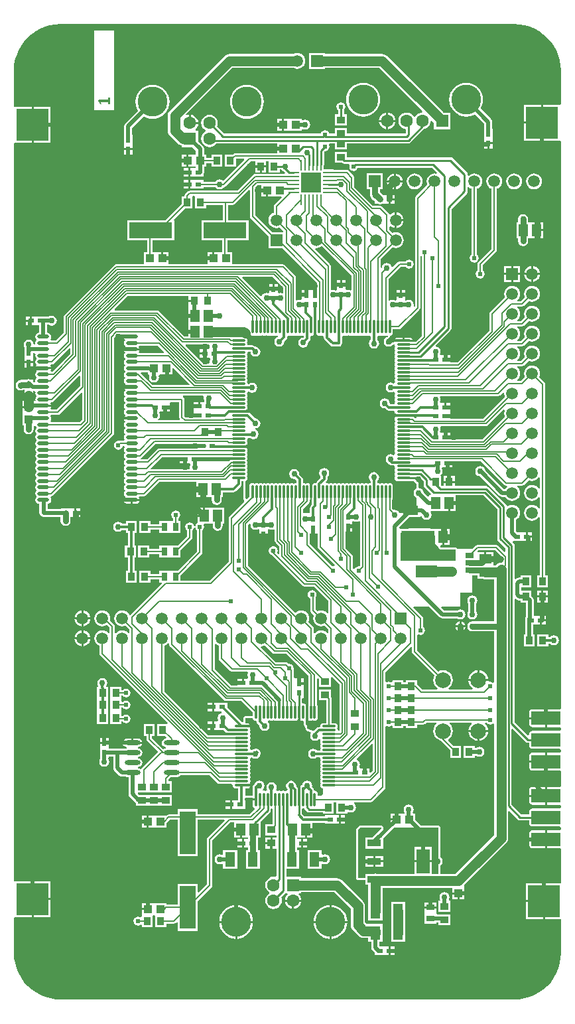
<source format=gtl>
G04*
G04 #@! TF.GenerationSoftware,Altium Limited,Altium Designer,20.0.13 (296)*
G04*
G04 Layer_Physical_Order=1*
G04 Layer_Color=255*
%FSAX25Y25*%
%MOIN*%
G70*
G01*
G75*
%ADD12C,0.01000*%
%ADD14C,0.00600*%
G04:AMPARAMS|DCode=16|XSize=68.9mil|YSize=149.61mil|CornerRadius=8.61mil|HoleSize=0mil|Usage=FLASHONLY|Rotation=90.000|XOffset=0mil|YOffset=0mil|HoleType=Round|Shape=RoundedRectangle|*
%AMROUNDEDRECTD16*
21,1,0.06890,0.13238,0,0,90.0*
21,1,0.05167,0.14961,0,0,90.0*
1,1,0.01722,0.06619,0.02584*
1,1,0.01722,0.06619,-0.02584*
1,1,0.01722,-0.06619,-0.02584*
1,1,0.01722,-0.06619,0.02584*
%
%ADD16ROUNDEDRECTD16*%
%ADD17R,0.10630X0.05906*%
%ADD18R,0.03543X0.03937*%
%ADD19R,0.04724X0.05906*%
%ADD20R,0.05906X0.04724*%
%ADD21R,0.03937X0.03543*%
%ADD22C,0.03000*%
%ADD23R,0.21654X0.07874*%
%ADD24R,0.03937X0.03150*%
%ADD25R,0.03150X0.03937*%
%ADD26R,0.03937X0.03937*%
%ADD27R,0.06950X0.03500*%
%ADD28R,0.06950X0.12400*%
%ADD29O,0.05906X0.02165*%
%ADD30R,0.04331X0.02559*%
%ADD31R,0.05118X0.07480*%
%ADD32R,0.05118X0.07087*%
%ADD33R,0.07874X0.21654*%
%ADD34O,0.01181X0.07087*%
%ADD35O,0.07087X0.01181*%
%ADD36R,0.03937X0.03937*%
%ADD37R,0.16000X0.16000*%
%ADD38R,0.09843X0.09843*%
%ADD39O,0.05512X0.00984*%
%ADD40O,0.00984X0.05512*%
%ADD41O,0.01181X0.06890*%
%ADD42O,0.06890X0.01181*%
%ADD43O,0.07874X0.02362*%
%ADD44R,0.07480X0.04724*%
%ADD45R,0.02362X0.03150*%
%ADD46R,0.03150X0.02362*%
%ADD88C,0.05000*%
%ADD89C,0.02000*%
%ADD90C,0.03000*%
%ADD91C,0.01200*%
%ADD92C,0.01100*%
%ADD93C,0.00900*%
%ADD94C,0.02500*%
%ADD95R,0.05906X0.05906*%
%ADD96C,0.05906*%
%ADD97C,0.07874*%
%ADD98R,0.05906X0.05906*%
%ADD99C,0.14961*%
%ADD100C,0.06299*%
%ADD101R,0.06299X0.06299*%
%ADD102C,0.22835*%
%ADD103R,0.06299X0.06299*%
%ADD104C,0.02400*%
G36*
X0429728Y0777340D02*
X0432325Y0776898D01*
X0434856Y0776169D01*
X0437289Y0775161D01*
X0439594Y0773887D01*
X0441742Y0772363D01*
X0443706Y0770608D01*
X0445461Y0768644D01*
X0446986Y0766496D01*
X0448260Y0764191D01*
X0449268Y0761757D01*
X0449997Y0759226D01*
X0450438Y0756630D01*
X0450560Y0754451D01*
X0450471Y0754000D01*
Y0737312D01*
X0450000Y0737000D01*
X0449871Y0737000D01*
X0441500D01*
Y0728000D01*
Y0719000D01*
X0449871D01*
X0450000Y0719000D01*
X0450471Y0718688D01*
Y0433825D01*
X0449871Y0433337D01*
X0449619Y0433387D01*
X0443500D01*
Y0428905D01*
Y0424424D01*
X0449619D01*
X0449871Y0424474D01*
X0450471Y0423986D01*
Y0422920D01*
X0449871Y0422431D01*
X0449619Y0422481D01*
X0436381D01*
X0435655Y0422337D01*
X0435039Y0421925D01*
X0434628Y0421310D01*
X0434483Y0420584D01*
Y0420464D01*
X0433929Y0420234D01*
X0427276Y0426887D01*
Y0488556D01*
X0427830Y0488786D01*
X0428058Y0488558D01*
X0428720Y0488116D01*
X0429500Y0487961D01*
X0430228D01*
Y0487032D01*
X0432811D01*
Y0479646D01*
X0432770Y0479584D01*
X0432614Y0478803D01*
Y0470968D01*
X0431882D01*
Y0465031D01*
X0437425D01*
Y0470968D01*
X0436693D01*
Y0475819D01*
X0439862D01*
Y0478000D01*
Y0480181D01*
X0436890D01*
Y0488150D01*
X0436890Y0488150D01*
X0436734Y0488930D01*
X0436292Y0489592D01*
X0435772Y0490112D01*
Y0492969D01*
X0430539D01*
Y0494512D01*
X0435772D01*
Y0500449D01*
X0430228D01*
Y0499519D01*
X0429480D01*
X0428700Y0499364D01*
X0428038Y0498922D01*
X0427830Y0498714D01*
X0427276Y0498944D01*
Y0515516D01*
X0427159Y0516102D01*
X0426828Y0516598D01*
X0426207Y0517219D01*
X0426455Y0517819D01*
X0432862D01*
Y0520000D01*
X0433362D01*
D01*
X0432862D01*
Y0522181D01*
X0428553D01*
X0428039Y0522695D01*
Y0528582D01*
X0428819Y0529181D01*
X0429453Y0530007D01*
X0429851Y0530968D01*
X0429987Y0532000D01*
X0429851Y0533032D01*
X0429453Y0533993D01*
X0428819Y0534819D01*
X0427993Y0535453D01*
X0427032Y0535851D01*
X0426000Y0535987D01*
X0424968Y0535851D01*
X0424007Y0535453D01*
X0423792Y0535288D01*
X0423175Y0535571D01*
X0423113Y0535885D01*
X0422781Y0536381D01*
X0414081Y0545081D01*
X0413585Y0545413D01*
X0413000Y0545529D01*
X0397118D01*
Y0547000D01*
X0394346D01*
Y0547500D01*
D01*
Y0547000D01*
X0391575D01*
Y0545529D01*
X0390573D01*
X0390425Y0545677D01*
Y0550468D01*
X0390291D01*
X0390109Y0551068D01*
X0390302Y0551198D01*
X0390855Y0552025D01*
X0391049Y0553000D01*
X0390855Y0553975D01*
X0390692Y0554219D01*
X0390982Y0554819D01*
X0392862D01*
Y0557000D01*
X0393362D01*
Y0557500D01*
X0395937D01*
Y0557774D01*
X0410351D01*
X0422063Y0546063D01*
X0422493Y0545775D01*
X0423000Y0545675D01*
X0423310D01*
X0423514Y0545075D01*
X0423181Y0544819D01*
X0422582Y0544039D01*
X0421845D01*
X0412466Y0553418D01*
X0412355Y0553975D01*
X0411802Y0554802D01*
X0410976Y0555355D01*
X0410000Y0555549D01*
X0409024Y0555355D01*
X0408198Y0554802D01*
X0407645Y0553975D01*
X0407451Y0553000D01*
X0407506Y0552725D01*
X0407461Y0552500D01*
X0407616Y0551720D01*
X0408058Y0551058D01*
X0408720Y0550616D01*
X0409500Y0550461D01*
X0409655D01*
X0419558Y0540558D01*
X0420220Y0540116D01*
X0421000Y0539961D01*
X0422582D01*
X0423181Y0539181D01*
X0424007Y0538547D01*
X0424968Y0538149D01*
X0426000Y0538013D01*
X0427032Y0538149D01*
X0427993Y0538547D01*
X0428819Y0539181D01*
X0429453Y0540007D01*
X0429851Y0540968D01*
X0429987Y0542000D01*
X0429851Y0543032D01*
X0429453Y0543993D01*
X0428819Y0544819D01*
X0428486Y0545075D01*
X0428690Y0545675D01*
X0431000D01*
X0431507Y0545775D01*
X0431937Y0546063D01*
X0434300Y0548426D01*
X0434968Y0548149D01*
X0436000Y0548013D01*
X0437032Y0548149D01*
X0437993Y0548547D01*
X0438819Y0549181D01*
X0439342Y0549863D01*
X0439942Y0549692D01*
Y0544308D01*
X0439342Y0544137D01*
X0438819Y0544819D01*
X0437993Y0545453D01*
X0437032Y0545851D01*
X0436000Y0545987D01*
X0434968Y0545851D01*
X0434007Y0545453D01*
X0433181Y0544819D01*
X0432547Y0543993D01*
X0432149Y0543032D01*
X0432013Y0542000D01*
X0432149Y0540968D01*
X0432547Y0540007D01*
X0433181Y0539181D01*
X0434007Y0538547D01*
X0434968Y0538149D01*
X0436000Y0538013D01*
X0437032Y0538149D01*
X0437993Y0538547D01*
X0438819Y0539181D01*
X0439342Y0539863D01*
X0439942Y0539692D01*
Y0534308D01*
X0439342Y0534137D01*
X0438819Y0534819D01*
X0437993Y0535453D01*
X0437032Y0535851D01*
X0436000Y0535987D01*
X0434968Y0535851D01*
X0434007Y0535453D01*
X0433181Y0534819D01*
X0432547Y0533993D01*
X0432149Y0533032D01*
X0432013Y0532000D01*
X0432149Y0530968D01*
X0432547Y0530007D01*
X0433181Y0529181D01*
X0434007Y0528547D01*
X0434968Y0528149D01*
X0436000Y0528013D01*
X0437032Y0528149D01*
X0437993Y0528547D01*
X0438819Y0529181D01*
X0439342Y0529863D01*
X0439942Y0529692D01*
Y0500449D01*
X0438496D01*
Y0494512D01*
X0444039D01*
Y0500449D01*
X0442593D01*
Y0596732D01*
X0442492Y0597239D01*
X0442205Y0597670D01*
X0439574Y0600300D01*
X0439851Y0600968D01*
X0439987Y0602000D01*
X0439851Y0603032D01*
X0439453Y0603993D01*
X0438819Y0604819D01*
X0437993Y0605453D01*
X0437032Y0605851D01*
X0436000Y0605987D01*
X0434968Y0605851D01*
X0434007Y0605453D01*
X0433181Y0604819D01*
X0432547Y0603993D01*
X0432149Y0603032D01*
X0432013Y0602000D01*
X0432149Y0600968D01*
X0432426Y0600300D01*
X0430451Y0598325D01*
X0428690D01*
X0428486Y0598925D01*
X0428819Y0599181D01*
X0429453Y0600007D01*
X0429851Y0600968D01*
X0429987Y0602000D01*
X0429851Y0603032D01*
X0429453Y0603993D01*
X0428819Y0604819D01*
X0428486Y0605075D01*
X0428690Y0605675D01*
X0431000D01*
X0431507Y0605775D01*
X0431937Y0606063D01*
X0434300Y0608426D01*
X0434968Y0608149D01*
X0436000Y0608013D01*
X0437032Y0608149D01*
X0437993Y0608547D01*
X0438819Y0609181D01*
X0439453Y0610007D01*
X0439851Y0610968D01*
X0439987Y0612000D01*
X0439851Y0613032D01*
X0439453Y0613993D01*
X0438819Y0614819D01*
X0437993Y0615453D01*
X0437032Y0615851D01*
X0436000Y0615987D01*
X0434968Y0615851D01*
X0434007Y0615453D01*
X0433181Y0614819D01*
X0432547Y0613993D01*
X0432149Y0613032D01*
X0432013Y0612000D01*
X0432149Y0610968D01*
X0432426Y0610300D01*
X0430451Y0608325D01*
X0428690D01*
X0428486Y0608925D01*
X0428819Y0609181D01*
X0429453Y0610007D01*
X0429851Y0610968D01*
X0429987Y0612000D01*
X0429851Y0613032D01*
X0429453Y0613993D01*
X0428819Y0614819D01*
X0428486Y0615074D01*
X0428690Y0615674D01*
X0431000D01*
X0431507Y0615775D01*
X0431937Y0616063D01*
X0434300Y0618426D01*
X0434968Y0618149D01*
X0436000Y0618013D01*
X0437032Y0618149D01*
X0437993Y0618547D01*
X0438819Y0619181D01*
X0439453Y0620007D01*
X0439851Y0620968D01*
X0439987Y0622000D01*
X0439851Y0623032D01*
X0439453Y0623993D01*
X0438819Y0624819D01*
X0437993Y0625453D01*
X0437032Y0625851D01*
X0436000Y0625987D01*
X0434968Y0625851D01*
X0434007Y0625453D01*
X0433181Y0624819D01*
X0432547Y0623993D01*
X0432149Y0623032D01*
X0432013Y0622000D01*
X0432149Y0620968D01*
X0432426Y0620300D01*
X0430451Y0618326D01*
X0428690D01*
X0428486Y0618926D01*
X0428819Y0619181D01*
X0429453Y0620007D01*
X0429851Y0620968D01*
X0429987Y0622000D01*
X0429851Y0623032D01*
X0429453Y0623993D01*
X0428819Y0624819D01*
X0428486Y0625074D01*
X0428690Y0625674D01*
X0431000D01*
X0431507Y0625775D01*
X0431937Y0626063D01*
X0434300Y0628426D01*
X0434968Y0628149D01*
X0436000Y0628013D01*
X0437032Y0628149D01*
X0437993Y0628547D01*
X0438819Y0629181D01*
X0439453Y0630007D01*
X0439851Y0630968D01*
X0439987Y0632000D01*
X0439851Y0633032D01*
X0439453Y0633993D01*
X0438819Y0634819D01*
X0437993Y0635453D01*
X0437032Y0635851D01*
X0436000Y0635987D01*
X0434968Y0635851D01*
X0434007Y0635453D01*
X0433181Y0634819D01*
X0432547Y0633993D01*
X0432149Y0633032D01*
X0432013Y0632000D01*
X0432149Y0630968D01*
X0432426Y0630300D01*
X0430451Y0628326D01*
X0428690D01*
X0428486Y0628926D01*
X0428819Y0629181D01*
X0429453Y0630007D01*
X0429851Y0630968D01*
X0429987Y0632000D01*
X0429851Y0633032D01*
X0429453Y0633993D01*
X0428819Y0634819D01*
X0428486Y0635075D01*
X0428690Y0635674D01*
X0431000D01*
X0431507Y0635775D01*
X0431937Y0636063D01*
X0434300Y0638426D01*
X0434968Y0638149D01*
X0436000Y0638013D01*
X0437032Y0638149D01*
X0437993Y0638547D01*
X0438819Y0639181D01*
X0439453Y0640007D01*
X0439851Y0640968D01*
X0439987Y0642000D01*
X0439851Y0643032D01*
X0439453Y0643993D01*
X0438819Y0644819D01*
X0437993Y0645453D01*
X0437032Y0645851D01*
X0436000Y0645987D01*
X0434968Y0645851D01*
X0434007Y0645453D01*
X0433181Y0644819D01*
X0432547Y0643993D01*
X0432149Y0643032D01*
X0432013Y0642000D01*
X0432149Y0640968D01*
X0432426Y0640300D01*
X0430451Y0638326D01*
X0428690D01*
X0428486Y0638926D01*
X0428819Y0639181D01*
X0429453Y0640007D01*
X0429851Y0640968D01*
X0429987Y0642000D01*
X0429851Y0643032D01*
X0429453Y0643993D01*
X0428819Y0644819D01*
X0427993Y0645453D01*
X0427032Y0645851D01*
X0426000Y0645987D01*
X0424968Y0645851D01*
X0424007Y0645453D01*
X0423181Y0644819D01*
X0422547Y0643993D01*
X0422149Y0643032D01*
X0422013Y0642000D01*
X0422149Y0640968D01*
X0422426Y0640300D01*
X0415063Y0632937D01*
X0414775Y0632507D01*
X0414675Y0632000D01*
Y0623640D01*
X0398491Y0607457D01*
X0394937D01*
Y0608500D01*
X0392362D01*
Y0609000D01*
X0391862D01*
Y0611181D01*
X0389811D01*
X0389692Y0611781D01*
X0389855Y0612024D01*
X0390049Y0613000D01*
X0389855Y0613975D01*
X0389302Y0614802D01*
X0388475Y0615355D01*
X0387767Y0615496D01*
X0387545Y0616123D01*
X0395018Y0623596D01*
X0395360Y0624108D01*
X0395480Y0624713D01*
Y0684745D01*
X0403118Y0692382D01*
X0403460Y0692895D01*
X0403580Y0693500D01*
Y0695530D01*
X0404148Y0695723D01*
X0404181Y0695681D01*
X0405007Y0695047D01*
X0405675Y0694771D01*
Y0661760D01*
X0405414Y0661586D01*
X0404928Y0660858D01*
X0404757Y0660000D01*
X0404928Y0659142D01*
X0405414Y0658414D01*
X0406142Y0657928D01*
X0407000Y0657757D01*
X0407858Y0657928D01*
X0408586Y0658414D01*
X0409072Y0659142D01*
X0409243Y0660000D01*
X0409072Y0660858D01*
X0408586Y0661586D01*
X0408325Y0661760D01*
Y0694771D01*
X0408993Y0695047D01*
X0409819Y0695681D01*
X0410453Y0696507D01*
X0410851Y0697468D01*
X0410987Y0698500D01*
X0410851Y0699532D01*
X0410453Y0700493D01*
X0409819Y0701319D01*
X0408993Y0701953D01*
X0408032Y0702351D01*
X0407000Y0702487D01*
X0405968Y0702351D01*
X0405007Y0701953D01*
X0404181Y0701319D01*
X0404148Y0701277D01*
X0403580Y0701470D01*
Y0702000D01*
X0403460Y0702605D01*
X0403118Y0703118D01*
X0396117Y0710117D01*
X0395605Y0710460D01*
X0395000Y0710580D01*
X0342969D01*
Y0713425D01*
X0337032D01*
Y0707882D01*
X0340537D01*
X0341049Y0707540D01*
X0341653Y0707420D01*
X0344024D01*
X0344275Y0706950D01*
X0344278Y0706820D01*
X0344115Y0706000D01*
X0344285Y0705142D01*
X0344772Y0704414D01*
X0345499Y0703928D01*
X0346358Y0703757D01*
X0347216Y0703928D01*
X0347944Y0704414D01*
X0348430Y0705142D01*
X0348485Y0705420D01*
X0385658D01*
X0388162Y0702916D01*
X0387855Y0702374D01*
X0387000Y0702487D01*
X0385968Y0702351D01*
X0385007Y0701953D01*
X0384181Y0701319D01*
X0383547Y0700493D01*
X0383149Y0699532D01*
X0383013Y0698500D01*
X0383149Y0697468D01*
X0383426Y0696800D01*
X0377563Y0690937D01*
X0377275Y0690507D01*
X0377174Y0690000D01*
Y0635933D01*
X0376847Y0635665D01*
X0376701Y0635740D01*
X0376479Y0636149D01*
X0376549Y0636500D01*
X0376355Y0637475D01*
X0375802Y0638302D01*
X0374975Y0638855D01*
X0374000Y0639049D01*
X0373025Y0638855D01*
X0372781Y0638692D01*
X0372624Y0638717D01*
X0372181Y0638982D01*
Y0640862D01*
X0367819D01*
Y0638982D01*
X0367376Y0638717D01*
X0367219Y0638692D01*
X0366975Y0638855D01*
X0366000Y0639049D01*
X0365024Y0638855D01*
X0364406Y0638442D01*
X0363806Y0638714D01*
Y0649431D01*
X0370049Y0655675D01*
X0372490D01*
X0372664Y0655414D01*
X0373392Y0654928D01*
X0374250Y0654757D01*
X0375108Y0654928D01*
X0375836Y0655414D01*
X0376322Y0656142D01*
X0376493Y0657000D01*
X0376322Y0657858D01*
X0375836Y0658586D01*
X0375108Y0659072D01*
X0374250Y0659243D01*
X0373392Y0659072D01*
X0372664Y0658586D01*
X0372490Y0658325D01*
X0369500D01*
X0368993Y0658225D01*
X0368563Y0657937D01*
X0366072Y0655446D01*
X0365421Y0655644D01*
X0365355Y0655975D01*
X0364802Y0656802D01*
X0363976Y0657355D01*
X0363000Y0657549D01*
X0362024Y0657355D01*
X0361198Y0656802D01*
X0360645Y0655975D01*
X0360469Y0655089D01*
X0359869Y0655148D01*
Y0659494D01*
X0365800Y0665426D01*
X0366468Y0665149D01*
X0367500Y0665013D01*
X0368532Y0665149D01*
X0369493Y0665547D01*
X0370319Y0666181D01*
X0370953Y0667007D01*
X0371351Y0667968D01*
X0371487Y0669000D01*
X0371351Y0670032D01*
X0370953Y0670993D01*
X0370319Y0671819D01*
X0369493Y0672453D01*
X0368532Y0672851D01*
X0367500Y0672987D01*
X0366468Y0672851D01*
X0365800Y0672574D01*
X0364325Y0674049D01*
Y0675697D01*
X0364926Y0675993D01*
X0365507Y0675547D01*
X0366468Y0675149D01*
X0367000Y0675079D01*
Y0679000D01*
Y0682921D01*
X0366468Y0682851D01*
X0365507Y0682453D01*
X0364848Y0681948D01*
X0364570Y0681974D01*
X0364279Y0682045D01*
X0364152Y0682116D01*
X0363937Y0682437D01*
X0360437Y0685937D01*
X0360007Y0686225D01*
X0359500Y0686326D01*
X0356049D01*
X0346726Y0695649D01*
Y0700388D01*
X0346625Y0700895D01*
X0346337Y0701326D01*
X0343804Y0703859D01*
X0343374Y0704146D01*
X0342867Y0704247D01*
X0336726D01*
X0336606Y0704327D01*
X0336024Y0704443D01*
X0332018D01*
X0331491Y0704492D01*
X0331443Y0705018D01*
Y0706608D01*
X0331482Y0706807D01*
Y0713319D01*
X0331933Y0713770D01*
X0332000Y0713757D01*
X0332858Y0713928D01*
X0333586Y0714414D01*
X0334072Y0715142D01*
X0334243Y0716000D01*
X0334072Y0716858D01*
X0334017Y0716941D01*
X0334300Y0717471D01*
X0337032D01*
Y0714575D01*
X0342969D01*
Y0717471D01*
X0373828D01*
X0374414Y0717587D01*
X0374910Y0717919D01*
X0381774Y0724783D01*
X0382020Y0724816D01*
X0383030Y0725234D01*
X0383896Y0725899D01*
X0384562Y0726766D01*
X0384980Y0727775D01*
X0385101Y0728696D01*
X0385663Y0728982D01*
X0386630Y0728015D01*
Y0724709D01*
X0394929D01*
Y0733008D01*
X0391622D01*
X0363134Y0761496D01*
X0362403Y0762057D01*
X0361551Y0762410D01*
X0360638Y0762530D01*
X0331953D01*
Y0762953D01*
X0324047D01*
Y0755047D01*
X0331953D01*
Y0755470D01*
X0359175D01*
X0381061Y0733584D01*
X0380774Y0733022D01*
X0379854Y0732901D01*
X0378844Y0732483D01*
X0377977Y0731818D01*
X0377328Y0730972D01*
X0377004Y0730921D01*
X0376996D01*
X0376672Y0730972D01*
X0376023Y0731818D01*
X0375156Y0732483D01*
X0374146Y0732901D01*
X0373063Y0733044D01*
X0371980Y0732901D01*
X0370970Y0732483D01*
X0370104Y0731818D01*
X0369438Y0730951D01*
X0369020Y0729942D01*
X0368878Y0728858D01*
X0369020Y0727775D01*
X0369438Y0726766D01*
X0370104Y0725899D01*
X0370970Y0725234D01*
X0371980Y0724816D01*
X0372471Y0724751D01*
Y0722634D01*
X0372366Y0722529D01*
X0342969D01*
Y0725425D01*
X0337032D01*
Y0722529D01*
X0334138D01*
X0334072Y0722858D01*
X0333586Y0723586D01*
X0332858Y0724072D01*
X0332000Y0724243D01*
X0331142Y0724072D01*
X0330414Y0723586D01*
X0329928Y0722858D01*
X0329862Y0722529D01*
X0281334D01*
X0277731Y0726133D01*
X0277964Y0726696D01*
X0278107Y0727779D01*
X0277964Y0728863D01*
X0277546Y0729872D01*
X0276881Y0730739D01*
X0276014Y0731404D01*
X0275005Y0731822D01*
X0273921Y0731965D01*
X0272838Y0731822D01*
X0271829Y0731404D01*
X0270962Y0730739D01*
X0270297Y0729872D01*
X0269879Y0728863D01*
X0269736Y0727779D01*
X0269879Y0726696D01*
X0270297Y0725687D01*
X0270962Y0724820D01*
X0271808Y0724171D01*
X0271858Y0723847D01*
Y0723839D01*
X0271808Y0723514D01*
X0270962Y0722865D01*
X0270297Y0721998D01*
X0269879Y0720989D01*
X0269736Y0719906D01*
X0269879Y0718822D01*
X0270297Y0717813D01*
X0270962Y0716946D01*
X0271829Y0716281D01*
X0272838Y0715863D01*
X0273921Y0715720D01*
X0275005Y0715863D01*
X0276014Y0716281D01*
X0276881Y0716946D01*
X0277283Y0717471D01*
X0307882D01*
Y0715500D01*
X0310850D01*
Y0714500D01*
X0307882D01*
Y0712457D01*
X0286478D01*
X0285971Y0712356D01*
X0285541Y0712069D01*
X0285440Y0711969D01*
X0281575D01*
Y0706032D01*
X0287118D01*
Y0709806D01*
X0291148D01*
X0291377Y0709252D01*
X0280917Y0698791D01*
X0280802Y0698802D01*
X0279976Y0699355D01*
X0279000Y0699549D01*
X0278025Y0699355D01*
X0277198Y0698802D01*
X0276879Y0698325D01*
X0270937D01*
Y0699181D01*
X0264138D01*
Y0697000D01*
Y0694819D01*
X0270937D01*
Y0695675D01*
X0276879D01*
X0277198Y0695198D01*
X0278025Y0694645D01*
X0279000Y0694451D01*
X0279976Y0694645D01*
X0280802Y0695198D01*
X0281140Y0695702D01*
X0281507Y0695775D01*
X0281937Y0696063D01*
X0294480Y0708606D01*
X0296882D01*
Y0706500D01*
X0299654D01*
X0302425D01*
Y0708606D01*
X0303575D01*
Y0703031D01*
X0309118D01*
Y0704471D01*
X0310015D01*
X0310198Y0704198D01*
X0311024Y0703645D01*
X0311234Y0703603D01*
X0312005Y0702833D01*
X0311775Y0702278D01*
X0296953D01*
X0296445Y0702177D01*
X0296016Y0701890D01*
X0287951Y0693825D01*
X0264000D01*
X0263493Y0693725D01*
X0263063Y0693437D01*
X0261716Y0692091D01*
X0261429Y0691661D01*
X0261328Y0691153D01*
Y0690969D01*
X0259882D01*
Y0687103D01*
X0251716Y0678937D01*
X0232472D01*
Y0669063D01*
X0242525D01*
Y0662968D01*
X0240882D01*
Y0657031D01*
X0240384Y0656786D01*
X0226817D01*
X0226309Y0656685D01*
X0225879Y0656398D01*
X0200863Y0631381D01*
X0200575Y0630951D01*
X0200475Y0630444D01*
Y0622349D01*
X0196746Y0618621D01*
X0194234D01*
X0193913Y0619221D01*
X0194188Y0619632D01*
X0194350Y0620445D01*
X0194188Y0621257D01*
X0193728Y0621946D01*
X0193039Y0622407D01*
X0192395Y0622535D01*
Y0626461D01*
X0193052D01*
X0193525Y0626145D01*
X0194500Y0625951D01*
X0195475Y0626145D01*
X0196302Y0626698D01*
X0196855Y0627525D01*
X0196855Y0627527D01*
X0196984Y0627720D01*
X0197139Y0628500D01*
X0196984Y0629280D01*
X0196855Y0629473D01*
X0196855Y0629475D01*
X0196302Y0630302D01*
X0195475Y0630855D01*
X0194500Y0631049D01*
X0193525Y0630855D01*
X0193052Y0630539D01*
X0191537D01*
Y0630681D01*
X0184738D01*
Y0628500D01*
X0184238D01*
D01*
X0184738D01*
Y0626319D01*
X0188317D01*
Y0622535D01*
X0187673Y0622407D01*
X0186984Y0621946D01*
X0186524Y0621257D01*
X0186362Y0620445D01*
X0186524Y0619632D01*
X0186984Y0618943D01*
Y0618797D01*
X0186524Y0618108D01*
X0186362Y0617295D01*
X0186408Y0617067D01*
X0185981Y0616510D01*
X0185554Y0616494D01*
X0185549Y0616500D01*
X0185355Y0617476D01*
X0184802Y0618302D01*
X0183976Y0618855D01*
X0183000Y0619049D01*
X0182025Y0618855D01*
X0181198Y0618302D01*
X0180645Y0617476D01*
X0180451Y0616500D01*
X0180645Y0615524D01*
X0180676Y0615478D01*
X0180819Y0614937D01*
X0180819Y0614937D01*
X0180819D01*
X0180819Y0614937D01*
Y0609787D01*
Y0608138D01*
X0183000D01*
X0185181D01*
Y0609787D01*
Y0612107D01*
X0186056D01*
X0186464Y0611507D01*
X0186362Y0610996D01*
X0186524Y0610183D01*
X0186984Y0609494D01*
Y0609348D01*
X0186524Y0608659D01*
X0186362Y0607846D01*
X0186524Y0607034D01*
X0186984Y0606345D01*
Y0606198D01*
X0186524Y0605510D01*
X0186462Y0605197D01*
X0190356D01*
X0194250D01*
X0194188Y0605510D01*
X0193913Y0605921D01*
X0194234Y0606521D01*
X0194646D01*
X0195153Y0606622D01*
X0195583Y0606909D01*
X0203520Y0614846D01*
X0204075Y0614616D01*
Y0612046D01*
X0194901Y0602873D01*
X0194234D01*
X0193913Y0603473D01*
X0194188Y0603884D01*
X0194250Y0604197D01*
X0190356D01*
X0186462D01*
X0186524Y0603884D01*
X0186984Y0603195D01*
Y0603049D01*
X0186524Y0602360D01*
X0186362Y0601547D01*
X0186524Y0600735D01*
X0186984Y0600046D01*
Y0599899D01*
X0186524Y0599210D01*
X0186362Y0598398D01*
X0186427Y0598073D01*
X0186031Y0597537D01*
X0185638Y0597507D01*
X0185181Y0597942D01*
Y0598937D01*
X0183925D01*
X0183780Y0599034D01*
X0183000Y0599189D01*
X0182220Y0599034D01*
X0182075Y0598937D01*
X0180819D01*
Y0598911D01*
X0179362D01*
X0178387Y0598717D01*
X0177560Y0598165D01*
X0177198Y0597802D01*
X0176645Y0596976D01*
X0176451Y0596000D01*
X0176645Y0595024D01*
X0177198Y0594198D01*
X0178024Y0593645D01*
X0179000Y0593451D01*
X0179975Y0593645D01*
X0180227Y0593813D01*
X0180819D01*
Y0592138D01*
X0183000D01*
X0185181D01*
Y0593209D01*
X0186056D01*
X0186464Y0592609D01*
X0186362Y0592098D01*
X0186524Y0591286D01*
X0186984Y0590597D01*
Y0590450D01*
X0186524Y0589761D01*
X0186362Y0588949D01*
X0186490Y0588308D01*
X0185916Y0588118D01*
X0183500D01*
Y0585150D01*
X0183000D01*
Y0584650D01*
X0180032D01*
Y0582419D01*
X0180032Y0581819D01*
X0180032Y0581581D01*
Y0575882D01*
X0180451D01*
Y0574000D01*
X0180645Y0573025D01*
X0181198Y0572198D01*
X0182025Y0571645D01*
X0183000Y0571451D01*
X0183976Y0571645D01*
X0184802Y0572198D01*
X0185355Y0573025D01*
X0185549Y0574000D01*
Y0575456D01*
X0185663Y0575571D01*
X0185929Y0575706D01*
X0186524Y0575538D01*
X0186984Y0574849D01*
Y0574702D01*
X0186524Y0574013D01*
X0186362Y0573201D01*
X0186524Y0572388D01*
X0186984Y0571699D01*
Y0571553D01*
X0186524Y0570864D01*
X0186362Y0570051D01*
X0186524Y0569239D01*
X0186984Y0568550D01*
Y0568403D01*
X0186524Y0567714D01*
X0186362Y0566902D01*
X0186524Y0566089D01*
X0186984Y0565400D01*
Y0565253D01*
X0186524Y0564565D01*
X0186362Y0563752D01*
X0186524Y0562939D01*
X0186984Y0562251D01*
Y0562104D01*
X0186524Y0561415D01*
X0186362Y0560602D01*
X0186524Y0559790D01*
X0186984Y0559101D01*
Y0558954D01*
X0186524Y0558265D01*
X0186362Y0557453D01*
X0186524Y0556640D01*
X0186984Y0555951D01*
Y0555805D01*
X0186524Y0555116D01*
X0186362Y0554303D01*
X0186524Y0553490D01*
X0186984Y0552802D01*
Y0552655D01*
X0186524Y0551966D01*
X0186362Y0551154D01*
X0186524Y0550341D01*
X0186984Y0549652D01*
Y0549506D01*
X0186524Y0548817D01*
X0186362Y0548004D01*
X0186524Y0547191D01*
X0186984Y0546502D01*
Y0546356D01*
X0186524Y0545667D01*
X0186362Y0544854D01*
X0186524Y0544042D01*
X0186984Y0543353D01*
Y0543206D01*
X0186524Y0542517D01*
X0186362Y0541705D01*
X0186524Y0540892D01*
X0186984Y0540203D01*
Y0540057D01*
X0186524Y0539368D01*
X0186362Y0538555D01*
X0186524Y0537743D01*
X0186984Y0537054D01*
X0187673Y0536593D01*
X0188411Y0536447D01*
Y0532000D01*
X0188566Y0531220D01*
X0189008Y0530558D01*
X0189670Y0530116D01*
X0190450Y0529961D01*
X0198951D01*
Y0528000D01*
X0199145Y0527025D01*
X0199698Y0526198D01*
X0200524Y0525645D01*
X0201500Y0525451D01*
X0202476Y0525645D01*
X0203302Y0526198D01*
X0203855Y0527025D01*
X0204049Y0528000D01*
Y0529819D01*
X0205962D01*
Y0532000D01*
Y0534181D01*
X0202154D01*
X0201500Y0534311D01*
X0200846Y0534181D01*
X0199163D01*
Y0534039D01*
X0192490D01*
Y0536484D01*
X0193039Y0536593D01*
X0193728Y0537054D01*
X0194188Y0537743D01*
X0194350Y0538555D01*
X0194188Y0539368D01*
X0193913Y0539779D01*
X0194234Y0540379D01*
X0194305D01*
X0194812Y0540480D01*
X0195242Y0540767D01*
X0225537Y0571063D01*
X0225825Y0571493D01*
X0225925Y0572000D01*
Y0619845D01*
X0227655Y0621574D01*
X0230557D01*
X0230956Y0620974D01*
X0230950Y0620945D01*
X0234844D01*
Y0619945D01*
X0230950D01*
X0231012Y0619632D01*
X0231472Y0618943D01*
Y0618797D01*
X0231012Y0618108D01*
X0230851Y0617295D01*
X0231012Y0616483D01*
X0231472Y0615794D01*
Y0615647D01*
X0231012Y0614958D01*
X0230950Y0614646D01*
X0234844D01*
X0238738D01*
X0238676Y0614958D01*
X0238401Y0615370D01*
X0238722Y0615970D01*
X0247973D01*
X0251067Y0612876D01*
X0250838Y0612322D01*
X0238722D01*
X0238401Y0612921D01*
X0238676Y0613333D01*
X0238738Y0613646D01*
X0234844D01*
X0230950D01*
X0231012Y0613333D01*
X0231472Y0612644D01*
Y0612498D01*
X0231012Y0611809D01*
X0230851Y0610996D01*
X0231012Y0610183D01*
X0231472Y0609494D01*
Y0609348D01*
X0231012Y0608659D01*
X0230851Y0607846D01*
X0231012Y0607034D01*
X0231472Y0606345D01*
Y0606198D01*
X0231012Y0605510D01*
X0230851Y0604697D01*
X0231012Y0603884D01*
X0231472Y0603195D01*
Y0603049D01*
X0231012Y0602360D01*
X0230851Y0601547D01*
X0231012Y0600735D01*
X0231472Y0600046D01*
Y0599899D01*
X0231012Y0599210D01*
X0230851Y0598398D01*
X0231012Y0597585D01*
X0231472Y0596896D01*
Y0596749D01*
X0231012Y0596061D01*
X0230950Y0595748D01*
X0234844D01*
Y0594748D01*
X0230950D01*
X0231012Y0594435D01*
X0231472Y0593747D01*
Y0593600D01*
X0231012Y0592911D01*
X0230851Y0592098D01*
X0231012Y0591286D01*
X0231472Y0590597D01*
Y0590450D01*
X0231012Y0589761D01*
X0230851Y0588949D01*
X0231012Y0588136D01*
X0231472Y0587447D01*
Y0587301D01*
X0231012Y0586612D01*
X0230851Y0585799D01*
X0231012Y0584987D01*
X0231472Y0584298D01*
Y0584151D01*
X0231012Y0583462D01*
X0230851Y0582650D01*
X0231012Y0581837D01*
X0231472Y0581148D01*
Y0581002D01*
X0231012Y0580313D01*
X0230950Y0580000D01*
X0234844D01*
Y0579000D01*
X0230950D01*
X0231012Y0578687D01*
X0231472Y0577998D01*
Y0577852D01*
X0231012Y0577163D01*
X0230851Y0576350D01*
X0231012Y0575538D01*
X0231472Y0574849D01*
Y0574702D01*
X0231012Y0574013D01*
X0230851Y0573201D01*
X0231012Y0572388D01*
X0231472Y0571699D01*
Y0571553D01*
X0231012Y0570864D01*
X0230851Y0570051D01*
X0231012Y0569239D01*
X0231287Y0568827D01*
X0230966Y0568227D01*
X0229002D01*
X0228591Y0568145D01*
X0228100Y0568243D01*
X0227242Y0568072D01*
X0226514Y0567586D01*
X0226028Y0566858D01*
X0225857Y0566000D01*
X0226028Y0565142D01*
X0226514Y0564414D01*
X0227242Y0563928D01*
X0228100Y0563757D01*
X0228958Y0563928D01*
X0229686Y0564414D01*
X0230172Y0565142D01*
X0230259Y0565576D01*
X0230966D01*
X0231287Y0564976D01*
X0231012Y0564565D01*
X0230851Y0563752D01*
X0231012Y0562939D01*
X0231472Y0562251D01*
Y0562104D01*
X0231012Y0561415D01*
X0230851Y0560602D01*
X0231012Y0559790D01*
X0231472Y0559101D01*
Y0558954D01*
X0231012Y0558265D01*
X0230851Y0557453D01*
X0231012Y0556640D01*
X0231472Y0555951D01*
Y0555805D01*
X0231012Y0555116D01*
X0230851Y0554303D01*
X0231012Y0553490D01*
X0231472Y0552802D01*
Y0552655D01*
X0231012Y0551966D01*
X0230851Y0551154D01*
X0231012Y0550341D01*
X0231472Y0549652D01*
Y0549506D01*
X0231012Y0548817D01*
X0230851Y0548004D01*
X0231012Y0547191D01*
X0231472Y0546502D01*
Y0546356D01*
X0231012Y0545667D01*
X0230851Y0544854D01*
X0231012Y0544042D01*
X0231472Y0543353D01*
Y0543206D01*
X0231012Y0542517D01*
X0230851Y0541705D01*
X0231012Y0540892D01*
X0231472Y0540203D01*
Y0540057D01*
X0231012Y0539368D01*
X0230950Y0539055D01*
X0234844D01*
X0238738D01*
X0238676Y0539368D01*
X0238401Y0539779D01*
X0238722Y0540379D01*
X0241000D01*
X0241507Y0540480D01*
X0241937Y0540767D01*
X0248744Y0547575D01*
X0267291D01*
Y0544500D01*
X0270654D01*
Y0544000D01*
X0271154D01*
Y0540047D01*
X0274951D01*
Y0538500D01*
X0275145Y0537525D01*
X0275698Y0536698D01*
X0276524Y0536145D01*
X0277500Y0535951D01*
X0278475Y0536145D01*
X0279302Y0536698D01*
X0279855Y0537525D01*
X0280049Y0538500D01*
Y0540047D01*
X0280709D01*
Y0542369D01*
X0286000D01*
X0286624Y0542493D01*
X0287154Y0542846D01*
X0289618Y0545311D01*
X0289972Y0545840D01*
X0290096Y0546465D01*
Y0547929D01*
X0290934D01*
X0290998Y0539167D01*
X0291037Y0538975D01*
X0291077Y0538781D01*
X0291078Y0538779D01*
X0291078Y0538777D01*
X0291189Y0538614D01*
X0291299Y0538451D01*
X0291302Y0538447D01*
X0291387Y0537932D01*
X0291347Y0537721D01*
X0283863Y0530237D01*
X0283575Y0529807D01*
X0283474Y0529300D01*
Y0507349D01*
X0273951Y0497825D01*
X0259409D01*
Y0500661D01*
X0269937Y0511189D01*
X0270225Y0511619D01*
X0270325Y0512126D01*
Y0523240D01*
X0270586Y0523414D01*
X0271072Y0524142D01*
X0271243Y0525000D01*
X0271072Y0525858D01*
X0270966Y0526018D01*
X0271249Y0526547D01*
X0275451D01*
Y0525500D01*
X0275645Y0524524D01*
X0276198Y0523698D01*
X0277025Y0523145D01*
X0278000Y0522951D01*
X0278976Y0523145D01*
X0279802Y0523698D01*
X0280355Y0524524D01*
X0280549Y0525500D01*
Y0526547D01*
X0281209D01*
Y0534453D01*
X0271654D01*
Y0530500D01*
X0271154D01*
Y0530000D01*
X0267791D01*
Y0526838D01*
X0267414Y0526586D01*
X0266928Y0525858D01*
X0266826Y0525346D01*
X0266806Y0525246D01*
X0266194D01*
X0266174Y0525346D01*
X0266072Y0525858D01*
X0265586Y0526586D01*
X0264858Y0527072D01*
X0264000Y0527243D01*
X0263142Y0527072D01*
X0262414Y0526586D01*
X0261928Y0525858D01*
X0261757Y0525000D01*
X0261928Y0524142D01*
X0262414Y0523414D01*
X0262674Y0523240D01*
Y0520175D01*
X0257929Y0515429D01*
X0254498D01*
X0253898Y0515429D01*
X0253660Y0515429D01*
X0248748D01*
Y0513826D01*
X0243618D01*
Y0515469D01*
X0238075D01*
Y0509531D01*
X0243618D01*
Y0511174D01*
X0248748D01*
Y0509492D01*
X0253660D01*
X0254260Y0509492D01*
X0254498Y0509492D01*
X0259409D01*
Y0513161D01*
X0264937Y0518689D01*
X0265225Y0519119D01*
X0265325Y0519626D01*
X0265325Y0519626D01*
Y0523240D01*
X0265586Y0523414D01*
X0266072Y0524142D01*
X0266174Y0524654D01*
X0266194Y0524754D01*
X0266806D01*
X0266826Y0524654D01*
X0266928Y0524142D01*
X0267414Y0523414D01*
X0267674Y0523240D01*
Y0512675D01*
X0257929Y0502929D01*
X0254260D01*
Y0502929D01*
X0253898D01*
Y0502929D01*
X0248748D01*
Y0501326D01*
X0244118D01*
Y0502969D01*
X0238575D01*
Y0497031D01*
X0244118D01*
Y0498674D01*
X0248748D01*
Y0496992D01*
X0249834D01*
X0250063Y0496438D01*
X0234254Y0480628D01*
X0233573Y0480703D01*
X0233453Y0480993D01*
X0232819Y0481819D01*
X0231993Y0482453D01*
X0231032Y0482851D01*
X0230000Y0482987D01*
X0228968Y0482851D01*
X0228007Y0482453D01*
X0227181Y0481819D01*
X0226547Y0480993D01*
X0226149Y0480032D01*
X0226013Y0479000D01*
X0226149Y0477968D01*
X0226547Y0477007D01*
X0227181Y0476181D01*
X0228007Y0475547D01*
X0228968Y0475149D01*
X0230000Y0475013D01*
X0231032Y0475149D01*
X0231700Y0475426D01*
X0233675Y0473451D01*
Y0471690D01*
X0233074Y0471486D01*
X0232819Y0471819D01*
X0231993Y0472453D01*
X0231032Y0472851D01*
X0230000Y0472987D01*
X0228968Y0472851D01*
X0228007Y0472453D01*
X0227181Y0471819D01*
X0226925Y0471486D01*
X0226325Y0471690D01*
Y0475000D01*
X0226225Y0475507D01*
X0225937Y0475937D01*
X0223857Y0478017D01*
X0223987Y0479000D01*
X0223851Y0480032D01*
X0223453Y0480993D01*
X0222819Y0481819D01*
X0221993Y0482453D01*
X0221032Y0482851D01*
X0220000Y0482987D01*
X0218968Y0482851D01*
X0218007Y0482453D01*
X0217181Y0481819D01*
X0216547Y0480993D01*
X0216149Y0480032D01*
X0216013Y0479000D01*
X0216149Y0477968D01*
X0216547Y0477007D01*
X0217181Y0476181D01*
X0218007Y0475547D01*
X0218968Y0475149D01*
X0220000Y0475013D01*
X0221032Y0475149D01*
X0221993Y0475547D01*
X0222324Y0475801D01*
X0223675Y0474451D01*
Y0471690D01*
X0223075Y0471486D01*
X0222819Y0471819D01*
X0221993Y0472453D01*
X0221032Y0472851D01*
X0220000Y0472987D01*
X0218968Y0472851D01*
X0218007Y0472453D01*
X0217181Y0471819D01*
X0216547Y0470993D01*
X0216149Y0470032D01*
X0216013Y0469000D01*
X0216149Y0467968D01*
X0216547Y0467007D01*
X0217181Y0466181D01*
X0218007Y0465547D01*
X0218674Y0465271D01*
Y0461424D01*
X0218775Y0460916D01*
X0219063Y0460486D01*
X0252981Y0426569D01*
X0252732Y0425969D01*
X0247575D01*
Y0420031D01*
X0251441D01*
X0252207Y0419265D01*
X0251931Y0418693D01*
X0251236Y0418555D01*
X0250514Y0418073D01*
X0250032Y0417351D01*
X0249863Y0416500D01*
X0250032Y0415649D01*
X0250514Y0414927D01*
X0251236Y0414445D01*
X0251937Y0414306D01*
Y0413694D01*
X0251236Y0413555D01*
X0250687Y0413188D01*
X0244979Y0418895D01*
Y0420031D01*
X0246425D01*
Y0425969D01*
X0240882D01*
Y0420031D01*
X0242328D01*
Y0418347D01*
X0242429Y0417839D01*
X0242716Y0417409D01*
X0248126Y0412000D01*
X0240063Y0403937D01*
X0239775Y0403507D01*
X0239125Y0403313D01*
X0238764Y0403555D01*
X0238063Y0403694D01*
Y0404306D01*
X0238764Y0404445D01*
X0239486Y0404927D01*
X0239968Y0405649D01*
X0240137Y0406500D01*
X0239968Y0407351D01*
X0239486Y0408073D01*
X0238764Y0408555D01*
X0238063Y0408694D01*
Y0409306D01*
X0238764Y0409445D01*
X0239486Y0409928D01*
X0239968Y0410649D01*
X0240137Y0411500D01*
X0239968Y0412351D01*
X0239486Y0413072D01*
X0238764Y0413555D01*
X0238063Y0413694D01*
Y0414306D01*
X0238764Y0414445D01*
X0239486Y0414927D01*
X0239968Y0415649D01*
X0240038Y0416000D01*
X0235157D01*
X0230277D01*
X0230347Y0415649D01*
X0230829Y0414927D01*
X0231551Y0414445D01*
X0232252Y0414306D01*
Y0413694D01*
X0231551Y0413555D01*
X0231528Y0413539D01*
X0223181D01*
Y0415862D01*
X0218819D01*
Y0413787D01*
Y0409063D01*
X0218961D01*
Y0408448D01*
X0218645Y0407975D01*
X0218451Y0407000D01*
X0218645Y0406025D01*
X0219198Y0405198D01*
X0220024Y0404645D01*
X0221000Y0404451D01*
X0221975Y0404645D01*
X0222802Y0405198D01*
X0223355Y0406025D01*
X0223549Y0407000D01*
X0223355Y0407975D01*
X0223039Y0408448D01*
Y0409063D01*
X0223181D01*
Y0409461D01*
X0225461D01*
Y0404000D01*
X0225616Y0403220D01*
X0226058Y0402558D01*
X0228558Y0400058D01*
X0229220Y0399616D01*
X0230000Y0399461D01*
X0231528D01*
X0231551Y0399445D01*
X0232402Y0399276D01*
X0233118D01*
Y0390843D01*
X0233274Y0390062D01*
X0233716Y0389401D01*
X0236905Y0386212D01*
X0237032Y0386127D01*
Y0384882D01*
X0242969D01*
Y0384882D01*
X0243032D01*
Y0384882D01*
X0248969D01*
Y0384882D01*
X0249031D01*
Y0384882D01*
X0254969D01*
Y0390425D01*
X0249031D01*
Y0390425D01*
X0248969D01*
Y0390425D01*
X0243032D01*
Y0390425D01*
X0242969D01*
Y0390425D01*
X0238459D01*
X0237863Y0391020D01*
X0238093Y0391575D01*
X0242969D01*
Y0391575D01*
X0243032D01*
Y0391575D01*
X0248969D01*
Y0391575D01*
X0249031D01*
Y0391575D01*
X0254969D01*
Y0397118D01*
X0253326D01*
Y0398108D01*
X0254493Y0399276D01*
X0257598D01*
X0258449Y0399445D01*
X0259171Y0399927D01*
X0259336Y0400175D01*
X0273951D01*
X0277858Y0396268D01*
X0278288Y0395980D01*
X0278795Y0395879D01*
X0285091D01*
X0285584Y0395279D01*
X0285575Y0395236D01*
X0285699Y0394616D01*
X0286050Y0394090D01*
X0286576Y0393738D01*
X0287197Y0393615D01*
X0288420D01*
Y0387681D01*
X0285138D01*
Y0385500D01*
Y0383319D01*
X0291937D01*
Y0387681D01*
X0291683D01*
Y0388720D01*
X0292000Y0388980D01*
X0295605D01*
X0295615Y0388972D01*
Y0388551D01*
X0297236D01*
Y0387551D01*
X0295615D01*
Y0385197D01*
X0295738Y0384576D01*
X0296090Y0384050D01*
X0296532Y0383755D01*
X0296742Y0383116D01*
X0294151Y0380525D01*
X0267937D01*
Y0383126D01*
X0258063D01*
Y0380525D01*
X0253350D01*
X0252842Y0380425D01*
X0252597Y0380261D01*
X0252118Y0379969D01*
X0246419D01*
X0245819Y0379969D01*
X0245581Y0379969D01*
X0243350D01*
Y0377000D01*
Y0374031D01*
X0245581D01*
X0246181Y0374031D01*
X0246419Y0374031D01*
X0252118D01*
Y0376094D01*
X0253899Y0377874D01*
X0258063D01*
Y0359472D01*
X0267937D01*
Y0377874D01*
X0281216D01*
X0281446Y0377320D01*
X0273063Y0368937D01*
X0272775Y0368507D01*
X0272674Y0368000D01*
Y0345447D01*
X0268491Y0341264D01*
X0267937Y0341493D01*
Y0345724D01*
X0258063D01*
Y0335223D01*
X0252118D01*
Y0335968D01*
X0246419D01*
X0245819Y0335968D01*
X0245581Y0335968D01*
X0243350D01*
Y0333000D01*
X0242850D01*
Y0332500D01*
X0239882D01*
Y0330569D01*
X0239882Y0329969D01*
X0239882Y0329110D01*
X0239282Y0328789D01*
X0238858Y0329072D01*
X0238000Y0329243D01*
X0237142Y0329072D01*
X0236414Y0328586D01*
X0235928Y0327858D01*
X0235757Y0327000D01*
X0235928Y0326142D01*
X0236414Y0325414D01*
X0237142Y0324928D01*
X0238000Y0324757D01*
X0238858Y0324928D01*
X0239282Y0325211D01*
X0239882Y0324890D01*
Y0324031D01*
X0245425D01*
Y0329595D01*
X0245819Y0330031D01*
X0246001D01*
X0246575Y0329594D01*
Y0324031D01*
X0252118D01*
Y0325675D01*
X0256102D01*
X0256610Y0325775D01*
X0257040Y0326063D01*
X0257509Y0326532D01*
X0258063Y0326302D01*
Y0322071D01*
X0267937D01*
Y0336960D01*
X0274937Y0343960D01*
X0275225Y0344390D01*
X0275325Y0344898D01*
Y0367451D01*
X0284549Y0376675D01*
X0286291D01*
Y0373500D01*
X0289654D01*
Y0373000D01*
X0290154D01*
Y0369047D01*
X0293160D01*
Y0368181D01*
X0291138D01*
Y0366000D01*
Y0363819D01*
X0293160D01*
Y0362740D01*
X0292150D01*
Y0353260D01*
X0299268D01*
Y0362740D01*
X0298258D01*
Y0369047D01*
X0299709D01*
Y0376953D01*
X0299709Y0376953D01*
X0299709D01*
X0300054Y0377391D01*
X0304223Y0381560D01*
X0304555Y0382056D01*
X0304671Y0382642D01*
Y0383215D01*
X0305110Y0383575D01*
X0305153Y0383584D01*
X0305753Y0383091D01*
Y0375618D01*
X0302031D01*
Y0370075D01*
X0307518D01*
Y0368925D01*
X0305500D01*
Y0366154D01*
Y0363382D01*
X0307518D01*
Y0349572D01*
X0306918Y0349169D01*
X0306079Y0349280D01*
X0304995Y0349137D01*
X0303986Y0348719D01*
X0303119Y0348054D01*
X0302454Y0347187D01*
X0302036Y0346178D01*
X0301893Y0345094D01*
X0302036Y0344011D01*
X0302454Y0343002D01*
X0303119Y0342135D01*
X0303965Y0341486D01*
X0304016Y0341161D01*
Y0341153D01*
X0303965Y0340829D01*
X0303119Y0340180D01*
X0302454Y0339313D01*
X0302036Y0338304D01*
X0301893Y0337221D01*
X0302036Y0336137D01*
X0302454Y0335128D01*
X0303119Y0334261D01*
X0303986Y0333596D01*
X0304995Y0333178D01*
X0306079Y0333035D01*
X0307162Y0333178D01*
X0308172Y0333596D01*
X0309038Y0334261D01*
X0309703Y0335128D01*
X0310121Y0336137D01*
X0310264Y0337221D01*
X0310121Y0338304D01*
X0309888Y0338867D01*
X0311966Y0340945D01*
X0312973D01*
X0313177Y0340345D01*
X0312962Y0340180D01*
X0312297Y0339313D01*
X0311878Y0338304D01*
X0311802Y0337720D01*
X0315921D01*
X0320041D01*
X0319964Y0338304D01*
X0319546Y0339313D01*
X0318881Y0340180D01*
X0318666Y0340345D01*
X0318870Y0340945D01*
X0320071D01*
Y0341470D01*
X0336538D01*
X0344970Y0333038D01*
Y0324972D01*
X0345090Y0324059D01*
X0345443Y0323207D01*
X0346004Y0322476D01*
X0348933Y0319547D01*
X0349664Y0318986D01*
X0350515Y0318633D01*
X0351429Y0318513D01*
X0353732D01*
Y0316457D01*
X0355252D01*
Y0313559D01*
X0355407Y0312779D01*
X0355849Y0312117D01*
X0357063Y0310904D01*
Y0309819D01*
X0363862D01*
Y0312000D01*
Y0314181D01*
X0359553D01*
X0359331Y0314404D01*
Y0316457D01*
X0360850D01*
Y0325543D01*
X0357462D01*
X0357232Y0325573D01*
X0352891D01*
X0352030Y0326434D01*
Y0334500D01*
X0351910Y0335414D01*
X0351557Y0336265D01*
X0350996Y0336996D01*
X0340496Y0347496D01*
X0339765Y0348057D01*
X0338914Y0348410D01*
X0338000Y0348530D01*
X0320071D01*
Y0349244D01*
X0312545D01*
Y0353260D01*
X0318850D01*
Y0362740D01*
X0317840D01*
Y0363819D01*
X0319862D01*
Y0366000D01*
Y0368181D01*
X0317840D01*
Y0369047D01*
X0321846D01*
Y0373000D01*
X0322346D01*
Y0373500D01*
X0325709D01*
Y0376369D01*
X0332063D01*
Y0375819D01*
X0338862D01*
Y0378000D01*
Y0380181D01*
X0332063D01*
Y0379631D01*
X0321676D01*
X0320419Y0380888D01*
Y0383215D01*
X0320812Y0383537D01*
X0321055Y0383558D01*
X0321450Y0383534D01*
X0321745Y0383092D01*
X0322919Y0381919D01*
X0323415Y0381587D01*
X0324000Y0381471D01*
X0330882D01*
Y0381031D01*
X0336425D01*
Y0386726D01*
X0337575D01*
Y0381031D01*
X0343118D01*
Y0381612D01*
X0343718Y0381850D01*
X0344024Y0381645D01*
X0345000Y0381451D01*
X0345975Y0381645D01*
X0346802Y0382198D01*
X0347355Y0383025D01*
X0347549Y0384000D01*
X0347355Y0384976D01*
X0346802Y0385802D01*
X0346319Y0386126D01*
X0346501Y0386726D01*
X0354949D01*
X0355456Y0386827D01*
X0355886Y0387114D01*
X0361937Y0393165D01*
X0362225Y0393595D01*
X0362326Y0394102D01*
Y0424751D01*
X0362926Y0425072D01*
X0363142Y0424928D01*
X0364000Y0424757D01*
X0364858Y0424928D01*
X0365282Y0425211D01*
X0365882Y0424890D01*
Y0424031D01*
X0371425D01*
Y0424961D01*
X0372575D01*
Y0424031D01*
X0378118D01*
Y0425674D01*
X0381347D01*
X0381854Y0425775D01*
X0382284Y0426063D01*
X0382895Y0426675D01*
X0387799D01*
X0387991Y0426106D01*
X0387762Y0425931D01*
X0386971Y0424899D01*
X0386473Y0423698D01*
X0386304Y0422409D01*
X0386473Y0421121D01*
X0386971Y0419920D01*
X0387762Y0418888D01*
X0388794Y0418097D01*
X0389995Y0417599D01*
X0390258Y0417565D01*
X0390346Y0417433D01*
X0394882Y0412897D01*
Y0409031D01*
X0400425D01*
Y0414968D01*
X0396560D01*
X0393956Y0417572D01*
X0394060Y0418317D01*
X0394805Y0418888D01*
X0395596Y0419920D01*
X0396093Y0421121D01*
X0396263Y0422409D01*
X0396093Y0423698D01*
X0395596Y0424899D01*
X0394805Y0425931D01*
X0394576Y0426106D01*
X0394768Y0426675D01*
X0405515D01*
X0405708Y0426106D01*
X0405479Y0425931D01*
X0404688Y0424899D01*
X0404190Y0423698D01*
X0404086Y0422909D01*
X0409000D01*
X0413914D01*
X0413810Y0423698D01*
X0413312Y0424899D01*
X0412521Y0425931D01*
X0412292Y0426106D01*
X0412485Y0426675D01*
X0413240D01*
X0413414Y0426414D01*
X0414142Y0425928D01*
X0415000Y0425757D01*
X0415858Y0425928D01*
X0416370Y0426269D01*
X0416970Y0425990D01*
Y0370112D01*
X0397538Y0350680D01*
X0390020D01*
Y0355009D01*
X0390302Y0355198D01*
X0390855Y0356025D01*
X0391049Y0357000D01*
X0390855Y0357976D01*
X0390302Y0358802D01*
X0390020Y0358991D01*
Y0374000D01*
X0389942Y0374390D01*
X0389721Y0374721D01*
X0389390Y0374942D01*
X0389000Y0375020D01*
X0380014D01*
X0377118Y0377915D01*
Y0380968D01*
X0376164D01*
X0376050Y0381569D01*
X0376355Y0382025D01*
X0376549Y0383000D01*
X0376355Y0383976D01*
X0375802Y0384802D01*
X0374975Y0385355D01*
X0374000Y0385549D01*
X0373025Y0385355D01*
X0372198Y0384802D01*
X0371645Y0383976D01*
X0371451Y0383000D01*
X0371645Y0382025D01*
X0371950Y0381569D01*
X0371836Y0380968D01*
X0370819Y0380968D01*
X0370581Y0380968D01*
X0368350D01*
Y0378000D01*
X0367850D01*
Y0377500D01*
X0364882D01*
Y0375031D01*
X0365475D01*
X0365724Y0374431D01*
X0360479Y0369187D01*
X0360258Y0368856D01*
X0360257Y0368850D01*
X0358042D01*
X0357813Y0369404D01*
X0361133Y0372725D01*
X0361354Y0373056D01*
X0361432Y0373446D01*
X0361354Y0373836D01*
X0361125Y0374390D01*
X0360904Y0374721D01*
X0360573Y0374942D01*
X0360183Y0375020D01*
X0349881D01*
X0349723Y0374988D01*
X0349563Y0374969D01*
X0349529Y0374950D01*
X0349490Y0374942D01*
X0349357Y0374852D01*
X0349216Y0374773D01*
X0347836Y0373587D01*
X0347812Y0373557D01*
X0347779Y0373535D01*
X0347690Y0373401D01*
X0347590Y0373274D01*
X0347580Y0373237D01*
X0347558Y0373204D01*
X0347527Y0373046D01*
X0347483Y0372891D01*
X0347488Y0372852D01*
X0347480Y0372814D01*
Y0348500D01*
X0347558Y0348110D01*
X0347779Y0347779D01*
X0348110Y0347558D01*
X0348500Y0347480D01*
X0352250D01*
Y0345150D01*
X0353761D01*
Y0336740D01*
X0353732D01*
Y0327260D01*
X0360850D01*
Y0336740D01*
X0360822D01*
Y0343619D01*
X0396031D01*
Y0341350D01*
X0399000D01*
X0401968D01*
Y0343819D01*
X0401968Y0343819D01*
Y0344181D01*
X0401968D01*
X0401968Y0344419D01*
Y0345126D01*
X0422996Y0366153D01*
X0423557Y0366884D01*
X0423910Y0367736D01*
X0424030Y0368650D01*
Y0382023D01*
X0424584Y0382253D01*
X0428919Y0377919D01*
X0429415Y0377587D01*
X0430000Y0377471D01*
X0434483D01*
Y0376416D01*
X0434628Y0375690D01*
X0435039Y0375075D01*
X0435655Y0374663D01*
X0436381Y0374519D01*
X0449619D01*
X0449871Y0374569D01*
X0450471Y0374080D01*
Y0373014D01*
X0449871Y0372526D01*
X0449619Y0372576D01*
X0443500D01*
Y0368094D01*
Y0363613D01*
X0449619D01*
X0449871Y0363663D01*
X0450471Y0363175D01*
Y0346000D01*
X0442500D01*
Y0337000D01*
Y0328000D01*
X0450471D01*
Y0311098D01*
X0450565Y0310626D01*
X0450438Y0308370D01*
X0449997Y0305774D01*
X0449268Y0303243D01*
X0448260Y0300809D01*
X0446986Y0298504D01*
X0445461Y0296356D01*
X0443706Y0294392D01*
X0441742Y0292637D01*
X0439594Y0291113D01*
X0437289Y0289839D01*
X0434856Y0288831D01*
X0432325Y0288102D01*
X0429728Y0287661D01*
X0427163Y0287516D01*
X0427098Y0287529D01*
X0199197D01*
X0199120Y0287514D01*
X0199098Y0287513D01*
X0196469Y0287661D01*
X0193872Y0288102D01*
X0191341Y0288831D01*
X0188908Y0289839D01*
X0186602Y0291113D01*
X0184454Y0292637D01*
X0182491Y0294392D01*
X0180735Y0296356D01*
X0179211Y0298504D01*
X0177937Y0300809D01*
X0176929Y0303243D01*
X0176200Y0305774D01*
X0175759Y0308370D01*
X0175612Y0310984D01*
X0175628Y0311000D01*
X0175628D01*
X0175529Y0311494D01*
Y0328688D01*
X0176000Y0329000D01*
X0176129Y0329000D01*
X0184500D01*
Y0338000D01*
Y0347000D01*
X0176129D01*
X0176000Y0347000D01*
X0175529Y0347312D01*
Y0717688D01*
X0176000Y0718000D01*
X0176129Y0718000D01*
X0184500D01*
Y0727000D01*
Y0736000D01*
X0176129D01*
X0176000Y0736000D01*
X0175529Y0736312D01*
Y0753902D01*
X0175514Y0753979D01*
X0175513Y0754000D01*
X0175661Y0756630D01*
X0176102Y0759226D01*
X0176831Y0761757D01*
X0177839Y0764191D01*
X0179113Y0766496D01*
X0180637Y0768644D01*
X0182392Y0770608D01*
X0184356Y0772363D01*
X0186504Y0773887D01*
X0188809Y0775161D01*
X0191243Y0776169D01*
X0193774Y0776898D01*
X0196370Y0777340D01*
X0198935Y0777484D01*
X0199000Y0777471D01*
X0427000D01*
X0427077Y0777486D01*
X0427098Y0777487D01*
X0429728Y0777340D01*
D02*
G37*
G36*
X0266575Y0690969D02*
Y0685032D01*
X0272118D01*
Y0686674D01*
X0280725D01*
Y0678937D01*
X0269874D01*
Y0669063D01*
X0280375D01*
Y0663393D01*
X0279951Y0662968D01*
X0278819Y0662968D01*
X0278581Y0662968D01*
X0276350D01*
Y0660000D01*
X0275850D01*
Y0659500D01*
X0272882D01*
Y0657386D01*
X0272882Y0657031D01*
X0272384Y0656786D01*
X0253616D01*
X0253118Y0657031D01*
X0253118Y0657386D01*
Y0659500D01*
X0250150D01*
Y0660000D01*
X0249650D01*
Y0662968D01*
X0247419D01*
X0246819Y0662968D01*
X0246581Y0662968D01*
X0245176D01*
Y0669063D01*
X0256126D01*
Y0678937D01*
X0256126D01*
X0255932Y0679404D01*
X0261560Y0685032D01*
X0265425D01*
Y0690969D01*
X0265940Y0691175D01*
X0266060D01*
X0266575Y0690969D01*
D02*
G37*
G36*
X0299882Y0694500D02*
X0302850D01*
Y0694000D01*
X0303350D01*
Y0691032D01*
X0305819D01*
Y0691032D01*
X0306181D01*
Y0691032D01*
X0309912D01*
X0310142Y0690477D01*
X0306563Y0686898D01*
X0306275Y0686468D01*
X0306174Y0685961D01*
Y0682729D01*
X0305507Y0682453D01*
X0304681Y0681819D01*
X0304047Y0680993D01*
X0303649Y0680032D01*
X0303513Y0679000D01*
X0303649Y0677968D01*
X0304047Y0677007D01*
X0304681Y0676181D01*
X0305507Y0675547D01*
X0306468Y0675149D01*
X0307500Y0675013D01*
X0308532Y0675149D01*
X0309200Y0675426D01*
X0311073Y0673553D01*
X0310929Y0672953D01*
X0305422D01*
X0296925Y0681449D01*
Y0695445D01*
X0298023Y0696543D01*
X0299882D01*
Y0694500D01*
D02*
G37*
G36*
X0345175Y0651254D02*
Y0644024D01*
X0344645Y0643741D01*
X0344476Y0643855D01*
X0343500Y0644049D01*
X0342781Y0643906D01*
X0342251Y0644247D01*
X0342181Y0644347D01*
Y0645862D01*
X0337819D01*
Y0643982D01*
X0337376Y0643717D01*
X0337219Y0643692D01*
X0336976Y0643855D01*
X0336000Y0644049D01*
X0335425Y0643935D01*
X0334825Y0644389D01*
Y0656000D01*
X0334725Y0656507D01*
X0334437Y0656937D01*
X0326886Y0664489D01*
X0327166Y0665057D01*
X0327500Y0665013D01*
X0328532Y0665149D01*
X0329493Y0665547D01*
X0330279Y0666150D01*
X0345175Y0651254D01*
D02*
G37*
G36*
X0311074Y0645051D02*
Y0642591D01*
X0310545Y0642308D01*
X0310475Y0642355D01*
X0309500Y0642549D01*
X0308781Y0642406D01*
X0308251Y0642747D01*
X0308181Y0642847D01*
Y0643862D01*
X0303819D01*
Y0642792D01*
X0303219Y0642406D01*
X0302500Y0642549D01*
X0301524Y0642355D01*
X0300698Y0641802D01*
X0300186Y0641037D01*
X0299986Y0640927D01*
X0299573Y0640802D01*
X0290394Y0649981D01*
X0290623Y0650535D01*
X0305590D01*
X0311074Y0645051D01*
D02*
G37*
G36*
X0294274Y0693919D02*
Y0680900D01*
X0294375Y0680393D01*
X0294663Y0679963D01*
X0303547Y0671078D01*
Y0665047D01*
X0310472D01*
X0328075Y0647445D01*
Y0643937D01*
X0327500D01*
Y0641362D01*
X0326500D01*
Y0643937D01*
X0324819D01*
Y0643937D01*
X0324681D01*
Y0643937D01*
X0323000D01*
Y0641362D01*
X0322500D01*
Y0640862D01*
X0320319D01*
Y0639347D01*
X0320249Y0639247D01*
X0319719Y0638906D01*
X0319000Y0639049D01*
X0318024Y0638855D01*
X0317855Y0638741D01*
X0317325Y0639024D01*
Y0650391D01*
X0317225Y0650898D01*
X0316937Y0651328D01*
X0311868Y0656398D01*
X0311438Y0656685D01*
X0310931Y0656786D01*
X0285616D01*
X0285118Y0657031D01*
Y0662968D01*
X0283026D01*
Y0669063D01*
X0293528D01*
Y0678937D01*
X0283376D01*
Y0686674D01*
X0285697D01*
X0286204Y0686775D01*
X0286634Y0687063D01*
X0293720Y0694149D01*
X0294274Y0693919D01*
D02*
G37*
G36*
X0263382Y0639000D02*
X0266154D01*
Y0638000D01*
X0263382D01*
Y0635553D01*
X0263382Y0635532D01*
X0263331Y0634953D01*
X0263291D01*
Y0631500D01*
X0266654D01*
Y0630500D01*
X0263291D01*
Y0627553D01*
X0263291Y0627047D01*
X0263291Y0626447D01*
Y0623500D01*
X0266654D01*
Y0622500D01*
X0263291D01*
Y0620473D01*
X0261402D01*
X0248537Y0633337D01*
X0248107Y0633625D01*
X0247600Y0633726D01*
X0226408D01*
X0226178Y0634280D01*
X0232680Y0640782D01*
X0263382D01*
Y0639000D01*
D02*
G37*
G36*
X0380637Y0660963D02*
X0380675Y0660907D01*
Y0620949D01*
X0377531Y0617806D01*
X0376594D01*
X0376476Y0617949D01*
X0375154D01*
X0375109Y0617979D01*
X0374488Y0618102D01*
X0371535D01*
X0368583D01*
X0367962Y0617979D01*
X0367917Y0617949D01*
X0366714D01*
X0366492Y0617734D01*
X0366108Y0617722D01*
X0366026Y0617703D01*
X0365941D01*
X0365834Y0617658D01*
X0365721Y0617632D01*
X0365652Y0617583D01*
X0365573Y0617550D01*
X0365491Y0617468D01*
X0365397Y0617401D01*
X0365352Y0617329D01*
X0365292Y0617269D01*
X0365067Y0616933D01*
X0364578Y0616606D01*
X0364000Y0616491D01*
X0363422Y0616606D01*
X0362933Y0616933D01*
X0362606Y0617422D01*
X0362491Y0618000D01*
X0362606Y0618578D01*
X0362933Y0619067D01*
X0363422Y0619394D01*
X0363531Y0619416D01*
X0363611Y0619449D01*
X0363695Y0619463D01*
X0363793Y0619524D01*
X0363899Y0619568D01*
X0363960Y0619629D01*
X0364032Y0619674D01*
X0364099Y0619768D01*
X0364180Y0619850D01*
X0364213Y0619929D01*
X0364263Y0619999D01*
X0364414Y0620335D01*
X0364422Y0620373D01*
X0364442Y0620405D01*
X0364467Y0620565D01*
X0364503Y0620723D01*
X0364496Y0620761D01*
X0364502Y0620799D01*
X0364495Y0620970D01*
X0365069Y0621084D01*
X0365596Y0621436D01*
X0365947Y0621962D01*
X0366071Y0622583D01*
Y0624210D01*
X0369035D01*
X0369543Y0624311D01*
X0369973Y0624598D01*
X0379437Y0634063D01*
X0379725Y0634493D01*
X0379825Y0635000D01*
Y0660774D01*
X0380426Y0661100D01*
X0380637Y0660963D01*
D02*
G37*
G36*
X0292110Y0622895D02*
X0293930D01*
Y0622583D01*
X0294053Y0621962D01*
X0294405Y0621436D01*
X0294931Y0621084D01*
X0295551Y0620961D01*
X0296172Y0621084D01*
X0296535Y0621327D01*
X0296899Y0621084D01*
X0297520Y0620961D01*
X0298140Y0621084D01*
X0298504Y0621327D01*
X0298868Y0621084D01*
X0299488Y0620961D01*
X0300109Y0621084D01*
X0300472Y0621327D01*
X0300836Y0621084D01*
X0301457Y0620961D01*
X0302077Y0621084D01*
X0302441Y0621327D01*
X0302805Y0621084D01*
X0303425Y0620961D01*
X0304046Y0621084D01*
X0304410Y0621327D01*
X0304773Y0621084D01*
X0305394Y0620961D01*
X0306014Y0621084D01*
X0306378Y0621327D01*
X0306742Y0621084D01*
X0307362Y0620961D01*
X0307983Y0621084D01*
X0308140Y0621190D01*
X0308326Y0621127D01*
X0308430Y0621047D01*
X0308280Y0620406D01*
X0308025Y0620355D01*
X0307198Y0619802D01*
X0306645Y0618975D01*
X0306451Y0618000D01*
X0306645Y0617025D01*
X0307198Y0616198D01*
X0308025Y0615645D01*
X0309000Y0615451D01*
X0309976Y0615645D01*
X0310802Y0616198D01*
X0311355Y0617025D01*
X0311549Y0618000D01*
X0311509Y0618202D01*
X0312453Y0619146D01*
X0312806Y0619675D01*
X0312931Y0620299D01*
Y0620684D01*
X0313268Y0620961D01*
X0313888Y0621084D01*
X0314252Y0621327D01*
X0314616Y0621084D01*
X0315236Y0620961D01*
X0315857Y0621084D01*
X0316220Y0621327D01*
X0316584Y0621084D01*
X0317205Y0620961D01*
X0317825Y0621084D01*
X0318189Y0621327D01*
X0318553Y0621084D01*
X0319173Y0620961D01*
X0319794Y0621084D01*
X0320158Y0621327D01*
X0320521Y0621084D01*
X0321142Y0620961D01*
X0321145Y0620958D01*
X0321164Y0620200D01*
X0321000Y0620049D01*
X0320024Y0619855D01*
X0319198Y0619302D01*
X0318645Y0618475D01*
X0318451Y0617500D01*
X0318645Y0616525D01*
X0319198Y0615698D01*
X0320024Y0615145D01*
X0321000Y0614951D01*
X0321975Y0615145D01*
X0322802Y0615698D01*
X0323355Y0616525D01*
X0323549Y0617500D01*
X0323509Y0617702D01*
X0324264Y0618457D01*
X0324617Y0618986D01*
X0324742Y0619610D01*
Y0620684D01*
X0325079Y0620961D01*
X0325699Y0621084D01*
X0326225Y0621436D01*
X0326577Y0621962D01*
X0326700Y0622583D01*
Y0622895D01*
X0327394D01*
Y0622583D01*
X0327518Y0621962D01*
X0327869Y0621436D01*
X0328395Y0621084D01*
X0329016Y0620961D01*
X0329636Y0621084D01*
X0330000Y0621327D01*
X0330364Y0621084D01*
X0330984Y0620961D01*
X0331321Y0620684D01*
Y0620047D01*
X0331446Y0619423D01*
X0331799Y0618894D01*
X0334705Y0615988D01*
X0335234Y0615635D01*
X0335858Y0615510D01*
X0338858D01*
X0339483Y0615635D01*
X0340012Y0615988D01*
X0340365Y0616517D01*
X0340490Y0617142D01*
Y0620684D01*
X0340827Y0620961D01*
X0341447Y0621084D01*
X0341811Y0621327D01*
X0342175Y0621084D01*
X0342795Y0620961D01*
X0343416Y0621084D01*
X0343779Y0621327D01*
X0344143Y0621084D01*
X0344764Y0620961D01*
X0345384Y0621084D01*
X0345748Y0621327D01*
X0346112Y0621084D01*
X0346732Y0620961D01*
X0347353Y0621084D01*
X0347716Y0621327D01*
X0348080Y0621084D01*
X0348701Y0620961D01*
X0349321Y0621084D01*
X0349685Y0621327D01*
X0350049Y0621084D01*
X0350669Y0620961D01*
X0351290Y0621084D01*
X0351654Y0621327D01*
X0352017Y0621084D01*
X0352638Y0620961D01*
X0353258Y0621084D01*
X0353622Y0621327D01*
X0353986Y0621084D01*
X0354606Y0620961D01*
X0354943Y0620684D01*
Y0618992D01*
X0354772Y0618877D01*
X0354220Y0618050D01*
X0354026Y0617075D01*
X0354220Y0616099D01*
X0354772Y0615272D01*
X0355599Y0614720D01*
X0356575Y0614526D01*
X0357550Y0614720D01*
X0358377Y0615272D01*
X0358930Y0616099D01*
X0359124Y0617075D01*
X0358930Y0618050D01*
X0358377Y0618877D01*
X0358206Y0618992D01*
Y0620684D01*
X0358543Y0620961D01*
X0359164Y0621084D01*
X0359528Y0621327D01*
X0359891Y0621084D01*
X0360512Y0620961D01*
X0361132Y0621084D01*
X0361496Y0621327D01*
X0361860Y0621084D01*
X0362480Y0620961D01*
X0363101Y0621084D01*
X0363213Y0621160D01*
X0363470Y0621055D01*
X0363484Y0620753D01*
X0363333Y0620416D01*
X0363024Y0620355D01*
X0362198Y0619802D01*
X0361645Y0618975D01*
X0361451Y0618000D01*
X0361645Y0617025D01*
X0362198Y0616198D01*
X0363024Y0615645D01*
X0364000Y0615451D01*
X0364976Y0615645D01*
X0365802Y0616198D01*
X0366140Y0616703D01*
X0366763Y0616722D01*
X0366961Y0616480D01*
X0367084Y0615860D01*
X0367327Y0615496D01*
X0367084Y0615132D01*
X0366961Y0614512D01*
X0367084Y0613891D01*
X0367327Y0613528D01*
X0367084Y0613164D01*
X0366961Y0612543D01*
X0367084Y0611923D01*
X0367327Y0611559D01*
X0367084Y0611195D01*
X0366961Y0610575D01*
X0367084Y0609954D01*
X0367327Y0609591D01*
X0367084Y0609227D01*
X0366961Y0608606D01*
X0367084Y0607986D01*
X0367327Y0607622D01*
X0367084Y0607258D01*
X0366961Y0606638D01*
X0367084Y0606017D01*
X0367327Y0605653D01*
X0367084Y0605290D01*
X0366961Y0604669D01*
X0367084Y0604049D01*
X0367327Y0603685D01*
X0367084Y0603321D01*
X0366961Y0602701D01*
X0367084Y0602080D01*
X0367327Y0601717D01*
X0367084Y0601353D01*
X0366961Y0600732D01*
X0367084Y0600112D01*
X0367327Y0599748D01*
X0367084Y0599384D01*
X0366961Y0598764D01*
X0367084Y0598143D01*
X0367247Y0597899D01*
X0367015Y0597322D01*
X0366404Y0597069D01*
X0365975Y0597355D01*
X0365000Y0597549D01*
X0364024Y0597355D01*
X0363198Y0596802D01*
X0362645Y0595975D01*
X0362451Y0595000D01*
X0362645Y0594025D01*
X0363198Y0593198D01*
X0364024Y0592645D01*
X0365000Y0592451D01*
X0365975Y0592645D01*
X0366384Y0592918D01*
X0366460Y0592910D01*
X0367009Y0592614D01*
X0367084Y0592238D01*
X0367327Y0591874D01*
X0367084Y0591510D01*
X0366961Y0590890D01*
X0367084Y0590269D01*
X0367327Y0589906D01*
X0367084Y0589542D01*
X0366961Y0588921D01*
X0367084Y0588301D01*
X0367327Y0587937D01*
X0367084Y0587573D01*
X0366961Y0586953D01*
X0366684Y0586616D01*
X0365054D01*
X0364549Y0587000D01*
X0364355Y0587976D01*
X0363802Y0588802D01*
X0362976Y0589355D01*
X0362000Y0589549D01*
X0361024Y0589355D01*
X0360198Y0588802D01*
X0359645Y0587976D01*
X0359451Y0587000D01*
X0359645Y0586025D01*
X0360198Y0585198D01*
X0361024Y0584645D01*
X0362000Y0584451D01*
X0362202Y0584491D01*
X0362862Y0583831D01*
X0363391Y0583477D01*
X0364016Y0583353D01*
X0366684D01*
X0366961Y0583016D01*
X0367084Y0582395D01*
X0367436Y0581869D01*
X0367962Y0581518D01*
X0368583Y0581394D01*
X0371392D01*
X0371520Y0581369D01*
X0371599Y0581384D01*
X0378000D01*
Y0579685D01*
X0377400Y0579474D01*
X0376858Y0580016D01*
X0376429Y0580303D01*
X0375921Y0580404D01*
X0375367D01*
X0375109Y0580577D01*
X0374488Y0580700D01*
X0368583D01*
X0367962Y0580577D01*
X0367436Y0580226D01*
X0367084Y0579699D01*
X0366961Y0579079D01*
X0367084Y0578458D01*
X0367327Y0578094D01*
X0367084Y0577731D01*
X0366961Y0577110D01*
X0367084Y0576490D01*
X0367327Y0576126D01*
X0367084Y0575762D01*
X0366961Y0575142D01*
X0367084Y0574521D01*
X0367327Y0574157D01*
X0367084Y0573794D01*
X0366961Y0573173D01*
X0367084Y0572553D01*
X0367327Y0572189D01*
X0367084Y0571825D01*
X0366961Y0571205D01*
X0367084Y0570584D01*
X0367327Y0570221D01*
X0367084Y0569857D01*
X0366961Y0569236D01*
X0367084Y0568616D01*
X0367327Y0568252D01*
X0367084Y0567888D01*
X0366961Y0567268D01*
X0367084Y0566647D01*
X0367327Y0566284D01*
X0367084Y0565920D01*
X0366961Y0565299D01*
X0367084Y0564679D01*
X0367327Y0564315D01*
X0367084Y0563951D01*
X0366961Y0563331D01*
X0367084Y0562710D01*
X0367327Y0562347D01*
X0367084Y0561983D01*
X0366971Y0561412D01*
X0366765Y0561257D01*
X0366408Y0561066D01*
X0365975Y0561355D01*
X0365000Y0561549D01*
X0364024Y0561355D01*
X0363198Y0560802D01*
X0362645Y0559975D01*
X0362451Y0559000D01*
X0362645Y0558025D01*
X0363198Y0557198D01*
X0364024Y0556645D01*
X0364054Y0556639D01*
X0364421Y0556272D01*
X0364950Y0555918D01*
X0365575Y0555794D01*
X0366684D01*
X0366961Y0555457D01*
X0367084Y0554836D01*
X0367327Y0554472D01*
X0367084Y0554109D01*
X0366961Y0553488D01*
X0367084Y0552868D01*
X0367327Y0552504D01*
X0367084Y0552140D01*
X0366961Y0551520D01*
X0367084Y0550899D01*
X0367327Y0550535D01*
X0367084Y0550172D01*
X0366961Y0549551D01*
X0367084Y0548931D01*
X0367436Y0548405D01*
X0367962Y0548053D01*
X0368583Y0547929D01*
X0374488D01*
X0374952Y0548022D01*
X0376647D01*
X0377198Y0547198D01*
X0378000Y0546661D01*
Y0544339D01*
X0377198Y0543802D01*
X0376645Y0542976D01*
X0376451Y0542000D01*
X0376645Y0541024D01*
X0377198Y0540198D01*
X0378000Y0539661D01*
Y0533165D01*
X0376884Y0532000D01*
X0369338D01*
X0368802Y0532802D01*
X0367975Y0533355D01*
X0367000Y0533549D01*
X0366437Y0533437D01*
X0365774Y0534100D01*
Y0538633D01*
X0365947Y0538891D01*
X0366071Y0539512D01*
Y0545417D01*
X0365947Y0546038D01*
X0365596Y0546564D01*
X0365069Y0546916D01*
X0364449Y0547039D01*
X0363828Y0546916D01*
X0363465Y0546673D01*
X0363101Y0546916D01*
X0362480Y0547039D01*
X0361860Y0546916D01*
X0361496Y0546673D01*
X0361132Y0546916D01*
X0360512Y0547039D01*
X0359891Y0546916D01*
X0359528Y0546673D01*
X0359164Y0546916D01*
X0358543Y0547039D01*
X0358206Y0547316D01*
Y0548008D01*
X0358377Y0548123D01*
X0358930Y0548950D01*
X0359124Y0549925D01*
X0358930Y0550901D01*
X0358377Y0551728D01*
X0357550Y0552280D01*
X0356575Y0552474D01*
X0355599Y0552280D01*
X0354772Y0551728D01*
X0354220Y0550901D01*
X0354026Y0549925D01*
X0354220Y0548950D01*
X0354772Y0548123D01*
X0354943Y0548008D01*
Y0547316D01*
X0354606Y0547039D01*
X0353986Y0546916D01*
X0353622Y0546673D01*
X0353258Y0546916D01*
X0352638Y0547039D01*
X0352017Y0546916D01*
X0351654Y0546673D01*
X0351290Y0546916D01*
X0350669Y0547039D01*
X0350049Y0546916D01*
X0349685Y0546673D01*
X0349321Y0546916D01*
X0348701Y0547039D01*
X0348080Y0546916D01*
X0347716Y0546673D01*
X0347353Y0546916D01*
X0346732Y0547039D01*
X0346112Y0546916D01*
X0345748Y0546673D01*
X0345384Y0546916D01*
X0344764Y0547039D01*
X0344143Y0546916D01*
X0343779Y0546673D01*
X0343416Y0546916D01*
X0342795Y0547039D01*
X0342175Y0546916D01*
X0341811Y0546673D01*
X0341447Y0546916D01*
X0340827Y0547039D01*
X0340206Y0546916D01*
X0339843Y0546673D01*
X0339479Y0546916D01*
X0338858Y0547039D01*
X0338238Y0546916D01*
X0337874Y0546673D01*
X0337510Y0546916D01*
X0336890Y0547039D01*
X0336269Y0546916D01*
X0335906Y0546673D01*
X0335542Y0546916D01*
X0334921Y0547039D01*
X0334301Y0546916D01*
X0333937Y0546673D01*
X0333573Y0546916D01*
X0332953Y0547039D01*
X0332630Y0546975D01*
X0332335Y0547528D01*
X0332653Y0547847D01*
X0333007Y0548376D01*
X0333131Y0549000D01*
Y0550083D01*
X0333302Y0550198D01*
X0333855Y0551024D01*
X0334049Y0552000D01*
X0333855Y0552976D01*
X0333302Y0553802D01*
X0332475Y0554355D01*
X0331500Y0554549D01*
X0330524Y0554355D01*
X0329698Y0553802D01*
X0329145Y0552976D01*
X0328951Y0552000D01*
X0329145Y0551024D01*
X0329698Y0550198D01*
X0329737Y0549544D01*
X0327862Y0547669D01*
X0327509Y0547140D01*
X0327286Y0546991D01*
X0327047Y0547039D01*
X0326427Y0546916D01*
X0325901Y0546564D01*
X0325549Y0546038D01*
X0325426Y0545417D01*
Y0542513D01*
X0325416Y0542465D01*
Y0536176D01*
X0324847Y0535606D01*
X0324493Y0535077D01*
X0324369Y0534453D01*
Y0532000D01*
X0320826D01*
Y0533951D01*
X0323937Y0537063D01*
X0324225Y0537493D01*
X0324325Y0538000D01*
Y0538468D01*
X0324608Y0538891D01*
X0324732Y0539512D01*
Y0545417D01*
X0324608Y0546038D01*
X0324257Y0546564D01*
X0323731Y0546916D01*
X0323110Y0547039D01*
X0322490Y0546916D01*
X0322126Y0546673D01*
X0321762Y0546916D01*
X0321142Y0547039D01*
X0320805Y0547316D01*
Y0548827D01*
X0320680Y0549451D01*
X0320327Y0549980D01*
X0319009Y0551298D01*
X0319049Y0551500D01*
X0318855Y0552476D01*
X0318302Y0553302D01*
X0317476Y0553855D01*
X0316500Y0554049D01*
X0315525Y0553855D01*
X0314698Y0553302D01*
X0314145Y0552476D01*
X0313951Y0551500D01*
X0314145Y0550525D01*
X0314698Y0549698D01*
X0315525Y0549145D01*
X0316500Y0548951D01*
X0316702Y0548991D01*
X0317542Y0548151D01*
Y0547316D01*
X0317205Y0547039D01*
X0316584Y0546916D01*
X0316220Y0546673D01*
X0315857Y0546916D01*
X0315236Y0547039D01*
X0314616Y0546916D01*
X0314252Y0546673D01*
X0313888Y0546916D01*
X0313268Y0547039D01*
X0312647Y0546916D01*
X0312283Y0546673D01*
X0311920Y0546916D01*
X0311299Y0547039D01*
X0310679Y0546916D01*
X0310315Y0546673D01*
X0309951Y0546916D01*
X0309331Y0547039D01*
X0308710Y0546916D01*
X0308347Y0546673D01*
X0307983Y0546916D01*
X0307362Y0547039D01*
X0306742Y0546916D01*
X0306378Y0546673D01*
X0306014Y0546916D01*
X0305394Y0547039D01*
X0304773Y0546916D01*
X0304410Y0546673D01*
X0304046Y0546916D01*
X0303425Y0547039D01*
X0302805Y0546916D01*
X0302441Y0546673D01*
X0302077Y0546916D01*
X0301457Y0547039D01*
X0300836Y0546916D01*
X0300472Y0546673D01*
X0300109Y0546916D01*
X0299488Y0547039D01*
X0298868Y0546916D01*
X0298504Y0546673D01*
X0298140Y0546916D01*
X0297520Y0547039D01*
X0296899Y0546916D01*
X0296535Y0546673D01*
X0296172Y0546916D01*
X0295551Y0547039D01*
X0294931Y0546916D01*
X0294405Y0546564D01*
X0294053Y0546038D01*
X0293930Y0545417D01*
Y0540304D01*
X0292572Y0538947D01*
X0292017Y0539174D01*
X0291952Y0548036D01*
X0292038Y0548053D01*
X0292564Y0548405D01*
X0292916Y0548931D01*
X0293039Y0549551D01*
X0292916Y0550172D01*
X0292673Y0550535D01*
X0292916Y0550899D01*
X0293039Y0551520D01*
X0292916Y0552140D01*
X0292673Y0552504D01*
X0292916Y0552868D01*
X0293039Y0553488D01*
X0292916Y0554109D01*
X0292673Y0554472D01*
X0292916Y0554836D01*
X0293039Y0555457D01*
X0292916Y0556077D01*
X0292673Y0556441D01*
X0292916Y0556805D01*
X0293039Y0557425D01*
X0292916Y0558046D01*
X0292673Y0558410D01*
X0292916Y0558773D01*
X0293039Y0559394D01*
X0292916Y0560014D01*
X0292673Y0560378D01*
X0292916Y0560742D01*
X0293039Y0561362D01*
X0292916Y0561983D01*
X0292673Y0562347D01*
X0292916Y0562710D01*
X0293039Y0563331D01*
X0292916Y0563951D01*
X0292564Y0564477D01*
X0292038Y0564829D01*
X0291829Y0564870D01*
X0291823Y0565727D01*
X0292038Y0565769D01*
X0292564Y0566121D01*
X0292916Y0566647D01*
X0293039Y0567268D01*
X0292916Y0567888D01*
X0292673Y0568252D01*
X0292916Y0568616D01*
X0293039Y0569236D01*
X0293316Y0569573D01*
X0294384D01*
X0295024Y0569145D01*
X0296000Y0568951D01*
X0296975Y0569145D01*
X0297802Y0569698D01*
X0298355Y0570525D01*
X0298549Y0571500D01*
X0298355Y0572475D01*
X0297802Y0573302D01*
X0296975Y0573855D01*
X0296910Y0573868D01*
X0297000Y0574451D01*
X0297975Y0574645D01*
X0298802Y0575198D01*
X0299355Y0576024D01*
X0299549Y0577000D01*
X0299355Y0577976D01*
X0298802Y0578802D01*
X0297975Y0579355D01*
X0297000Y0579549D01*
X0296798Y0579509D01*
X0294106Y0582201D01*
X0293577Y0582554D01*
X0292953Y0582679D01*
X0291700D01*
X0291694Y0583418D01*
X0292038Y0583486D01*
X0292564Y0583838D01*
X0292916Y0584364D01*
X0293039Y0584984D01*
X0292916Y0585605D01*
X0292673Y0585968D01*
X0292916Y0586332D01*
X0293039Y0586953D01*
X0292916Y0587573D01*
X0292673Y0587937D01*
X0292916Y0588301D01*
X0293039Y0588921D01*
X0292916Y0589542D01*
X0292673Y0589906D01*
X0292916Y0590269D01*
X0293039Y0590890D01*
X0292916Y0591510D01*
X0292673Y0591874D01*
X0292916Y0592238D01*
X0293010Y0592714D01*
X0293272Y0592872D01*
X0293396Y0592919D01*
X0293624Y0592958D01*
X0294351Y0592472D01*
X0295327Y0592278D01*
X0296302Y0592472D01*
X0297129Y0593024D01*
X0297682Y0593851D01*
X0297876Y0594827D01*
X0297682Y0595802D01*
X0297129Y0596629D01*
X0296302Y0597182D01*
X0295327Y0597376D01*
X0294351Y0597182D01*
X0293624Y0596696D01*
X0293396Y0596735D01*
X0293272Y0596782D01*
X0293010Y0596940D01*
X0292916Y0597416D01*
X0292673Y0597780D01*
X0292916Y0598143D01*
X0293039Y0598764D01*
X0292916Y0599384D01*
X0292673Y0599748D01*
X0292916Y0600112D01*
X0293039Y0600732D01*
X0292916Y0601353D01*
X0292673Y0601717D01*
X0292916Y0602080D01*
X0293039Y0602701D01*
X0292916Y0603321D01*
X0292673Y0603685D01*
X0292916Y0604049D01*
X0293039Y0604669D01*
X0292916Y0605290D01*
X0292673Y0605653D01*
X0292916Y0606017D01*
X0293039Y0606638D01*
X0292916Y0607258D01*
X0292673Y0607622D01*
X0292916Y0607986D01*
X0293039Y0608606D01*
X0292916Y0609227D01*
X0292673Y0609591D01*
X0292916Y0609954D01*
X0293039Y0610575D01*
X0292916Y0611195D01*
X0292673Y0611559D01*
X0292916Y0611923D01*
X0293039Y0612543D01*
X0293316Y0612881D01*
X0294475D01*
X0294645Y0612024D01*
X0295198Y0611198D01*
X0296024Y0610645D01*
X0297000Y0610451D01*
X0297975Y0610645D01*
X0298802Y0611198D01*
X0299355Y0612024D01*
X0299549Y0613000D01*
X0299355Y0613975D01*
X0298802Y0614802D01*
X0297975Y0615355D01*
X0297000Y0615549D01*
X0296798Y0615509D01*
X0296642Y0615665D01*
X0296112Y0616019D01*
X0295488Y0616143D01*
X0293316D01*
X0293039Y0616480D01*
X0292916Y0617101D01*
X0292673Y0617465D01*
X0292916Y0617828D01*
X0293039Y0618449D01*
X0292916Y0619069D01*
X0292564Y0619596D01*
X0292038Y0619947D01*
X0291427Y0620069D01*
X0291406Y0622823D01*
X0291962Y0623049D01*
X0292110Y0622895D01*
D02*
G37*
G36*
X0274055Y0616022D02*
X0273951Y0615500D01*
X0274094Y0614781D01*
X0273708Y0614181D01*
X0272138D01*
Y0612000D01*
Y0609819D01*
X0274018D01*
X0274308Y0609219D01*
X0274145Y0608976D01*
X0273951Y0608000D01*
X0274045Y0607525D01*
X0273553Y0606925D01*
X0270949D01*
X0261807Y0616067D01*
X0262037Y0616622D01*
X0273576D01*
X0274055Y0616022D01*
D02*
G37*
G36*
X0263869Y0596680D02*
X0263640Y0596126D01*
X0245349D01*
X0239417Y0602058D01*
X0239665Y0602658D01*
X0242882D01*
Y0601532D01*
X0243295D01*
X0243632Y0600996D01*
X0243636Y0600932D01*
X0243451Y0600000D01*
X0243645Y0599024D01*
X0244198Y0598198D01*
X0245024Y0597645D01*
X0246000Y0597451D01*
X0246975Y0597645D01*
X0247802Y0598198D01*
X0248355Y0599024D01*
X0248549Y0600000D01*
X0248364Y0600932D01*
X0248368Y0600996D01*
X0248429Y0601093D01*
X0248819Y0601532D01*
X0249181D01*
Y0601532D01*
X0251650D01*
Y0604500D01*
X0252650D01*
Y0601532D01*
X0255118D01*
Y0604647D01*
X0255672Y0604877D01*
X0263869Y0596680D01*
D02*
G37*
G36*
X0208875Y0600616D02*
Y0595749D01*
X0197101Y0583975D01*
X0194234D01*
X0193913Y0584575D01*
X0194188Y0584987D01*
X0194250Y0585299D01*
X0190356D01*
Y0586299D01*
X0194250D01*
X0194188Y0586612D01*
X0193913Y0587023D01*
X0194234Y0587623D01*
X0194549D01*
X0195056Y0587724D01*
X0195486Y0588012D01*
X0208320Y0600846D01*
X0208875Y0600616D01*
D02*
G37*
G36*
X0271085Y0590173D02*
X0270951Y0589500D01*
X0271145Y0588524D01*
X0271308Y0588281D01*
X0271189Y0587681D01*
X0269138D01*
Y0585500D01*
X0268638D01*
Y0585000D01*
X0266063D01*
Y0583319D01*
X0266063D01*
Y0583181D01*
X0266063D01*
Y0581500D01*
X0268638D01*
Y0580500D01*
X0266063D01*
Y0579825D01*
X0262049D01*
X0261377Y0580498D01*
Y0588949D01*
X0261276Y0589456D01*
X0260988Y0589886D01*
X0260558Y0590173D01*
X0260620Y0590773D01*
X0270677D01*
X0271085Y0590173D01*
D02*
G37*
G36*
X0422057Y0592334D02*
X0422013Y0592000D01*
X0422149Y0590968D01*
X0422426Y0590300D01*
X0411451Y0579325D01*
X0394937D01*
Y0580000D01*
X0392362D01*
Y0581000D01*
X0394937D01*
Y0582681D01*
X0394937D01*
Y0582819D01*
X0394937D01*
Y0584500D01*
X0392362D01*
Y0585000D01*
X0391862D01*
Y0587181D01*
X0389982D01*
X0389692Y0587781D01*
X0389855Y0588025D01*
X0390049Y0589000D01*
X0389855Y0589976D01*
X0389741Y0590145D01*
X0390024Y0590674D01*
X0419000D01*
X0419507Y0590775D01*
X0419937Y0591063D01*
X0421489Y0592614D01*
X0422057Y0592334D01*
D02*
G37*
G36*
X0258726Y0579949D02*
X0258827Y0579442D01*
X0259098Y0579036D01*
X0259045Y0578772D01*
X0258906Y0578436D01*
X0248242D01*
X0248060Y0579036D01*
X0248302Y0579198D01*
X0248855Y0580024D01*
X0249049Y0581000D01*
X0248855Y0581976D01*
X0248692Y0582219D01*
X0248982Y0582819D01*
X0250862D01*
Y0585000D01*
X0251362D01*
Y0585500D01*
X0253937D01*
Y0587181D01*
X0254318Y0587623D01*
X0258726D01*
Y0579949D01*
D02*
G37*
G36*
X0210074Y0592416D02*
Y0578949D01*
X0208801Y0577676D01*
X0194234D01*
X0193913Y0578276D01*
X0194188Y0578687D01*
X0194350Y0579500D01*
X0194188Y0580313D01*
X0193913Y0580724D01*
X0194234Y0581324D01*
X0197650D01*
X0198157Y0581425D01*
X0198587Y0581712D01*
X0209520Y0592646D01*
X0210074Y0592416D01*
D02*
G37*
G36*
X0422428Y0583705D02*
X0422149Y0583032D01*
X0422013Y0582000D01*
X0422149Y0580968D01*
X0422426Y0580300D01*
X0410951Y0568825D01*
X0394937D01*
Y0569500D01*
X0392362D01*
Y0570000D01*
X0391862D01*
Y0572181D01*
X0389811D01*
X0389692Y0572781D01*
X0389855Y0573025D01*
X0390049Y0574000D01*
X0389875Y0574874D01*
X0390187Y0575475D01*
X0412800D01*
X0413307Y0575575D01*
X0413737Y0575863D01*
X0421919Y0584045D01*
X0422428Y0583705D01*
D02*
G37*
G36*
X0268063Y0566000D02*
X0270638D01*
Y0565000D01*
X0268063D01*
Y0564426D01*
X0248700D01*
X0248193Y0564325D01*
X0247763Y0564037D01*
X0242504Y0558778D01*
X0239371D01*
X0239310Y0559378D01*
X0239740Y0559665D01*
X0246749Y0566675D01*
X0268063D01*
Y0566000D01*
D02*
G37*
G36*
X0259063Y0559500D02*
X0261638D01*
Y0559000D01*
X0262138D01*
Y0556819D01*
X0264018D01*
X0264308Y0556219D01*
X0264145Y0555975D01*
X0263951Y0555000D01*
X0264065Y0554425D01*
X0263611Y0553826D01*
X0244584D01*
X0244354Y0554380D01*
X0250011Y0560037D01*
X0259063D01*
Y0559500D01*
D02*
G37*
G36*
X0381471Y0548043D02*
Y0546000D01*
X0381587Y0545415D01*
X0381919Y0544919D01*
X0385284Y0541553D01*
X0385036Y0540953D01*
X0384291D01*
Y0540376D01*
X0383737Y0540147D01*
X0381466Y0542418D01*
X0381355Y0542976D01*
X0380802Y0543802D01*
X0379976Y0544355D01*
X0379020Y0544545D01*
Y0546661D01*
X0379000Y0546760D01*
Y0546860D01*
X0378962Y0546953D01*
X0378942Y0547052D01*
X0378886Y0547135D01*
X0378848Y0547228D01*
X0378777Y0547299D01*
X0378721Y0547382D01*
X0378638Y0547438D01*
X0378567Y0547509D01*
X0377933Y0547933D01*
X0377495Y0548588D01*
X0377424Y0548659D01*
X0377368Y0548743D01*
X0377284Y0548799D01*
X0377213Y0548870D01*
X0377121Y0548908D01*
X0377037Y0548964D01*
X0376939Y0548983D01*
X0376846Y0549022D01*
X0376745D01*
X0376647Y0549041D01*
X0376481D01*
X0376473Y0549051D01*
X0371535D01*
Y0549898D01*
X0374488D01*
X0375109Y0550021D01*
X0375154Y0550051D01*
X0376464D01*
X0376480Y0550071D01*
X0379444D01*
X0381471Y0548043D01*
D02*
G37*
G36*
X0418571Y0534004D02*
Y0518900D01*
X0418687Y0518315D01*
X0419019Y0517819D01*
X0422617Y0514220D01*
Y0512628D01*
X0422063Y0512399D01*
X0419024Y0515437D01*
X0418594Y0515725D01*
X0418087Y0515826D01*
X0408484D01*
X0407977Y0515725D01*
X0407547Y0515437D01*
X0405958Y0513849D01*
X0405653Y0514153D01*
X0405500Y0514000D01*
X0398369D01*
X0398221Y0514221D01*
X0397890Y0514442D01*
X0397500Y0514520D01*
X0390422D01*
X0390020Y0514922D01*
Y0515000D01*
X0389942Y0515390D01*
X0389904Y0515447D01*
X0390225Y0516047D01*
X0390846D01*
Y0520000D01*
Y0523953D01*
X0387336D01*
X0387000Y0524020D01*
X0385086D01*
X0384866Y0524111D01*
X0383953Y0524231D01*
X0375000D01*
X0374086Y0524111D01*
X0373971Y0524063D01*
X0370260D01*
Y0524020D01*
X0370000D01*
X0369409Y0524461D01*
X0369369Y0524784D01*
X0374522Y0529937D01*
X0379740D01*
Y0530069D01*
X0380340Y0530408D01*
X0380600Y0530252D01*
X0380645Y0530024D01*
X0381198Y0529198D01*
X0382025Y0528645D01*
X0383000Y0528451D01*
X0383976Y0528645D01*
X0384802Y0529198D01*
X0385355Y0530024D01*
X0385549Y0531000D01*
X0385355Y0531976D01*
X0385040Y0532447D01*
X0385360Y0533047D01*
X0393846D01*
Y0537000D01*
X0394346D01*
Y0537500D01*
X0397709D01*
Y0540871D01*
X0411704D01*
X0418571Y0534004D01*
D02*
G37*
G36*
X0349675Y0527757D02*
Y0505603D01*
X0349219Y0505199D01*
X0349000Y0505243D01*
X0348142Y0505072D01*
X0347414Y0504586D01*
X0347045Y0504034D01*
X0346460Y0503879D01*
X0346321Y0503886D01*
X0346089Y0504071D01*
Y0510000D01*
X0345988Y0510507D01*
X0345701Y0510937D01*
X0342325Y0514313D01*
Y0522563D01*
X0343000D01*
Y0525138D01*
X0343500D01*
Y0525638D01*
X0345681D01*
Y0527689D01*
X0346281Y0527808D01*
X0346525Y0527645D01*
X0347500Y0527451D01*
X0348476Y0527645D01*
X0349075Y0528045D01*
X0349675Y0527757D01*
D02*
G37*
G36*
X0326500Y0521563D02*
X0328181D01*
X0328274Y0521002D01*
Y0515006D01*
X0328375Y0514499D01*
X0328663Y0514069D01*
X0336952Y0505779D01*
X0336931Y0505662D01*
X0336247Y0505194D01*
X0336000Y0505243D01*
X0335693Y0505182D01*
X0324325Y0516549D01*
Y0521563D01*
X0325500D01*
Y0524138D01*
X0326500D01*
Y0521563D01*
D02*
G37*
G36*
X0294508Y0526285D02*
X0294451Y0526000D01*
X0294645Y0525025D01*
X0295198Y0524198D01*
X0296024Y0523645D01*
X0297000Y0523451D01*
X0297975Y0523645D01*
X0298219Y0523808D01*
X0298819Y0523518D01*
Y0521638D01*
X0301000D01*
X0303181D01*
Y0523518D01*
X0303781Y0523808D01*
X0304025Y0523645D01*
X0305000Y0523451D01*
X0305976Y0523645D01*
X0306237Y0523819D01*
X0306766Y0523537D01*
Y0518000D01*
X0306867Y0517493D01*
X0307154Y0517063D01*
X0309111Y0515106D01*
Y0511548D01*
X0308556Y0511318D01*
X0307936Y0511938D01*
X0308072Y0512142D01*
X0308243Y0513000D01*
X0308072Y0513858D01*
X0307586Y0514586D01*
X0306858Y0515072D01*
X0306683Y0515107D01*
X0306507Y0515225D01*
X0306000Y0515325D01*
X0305493Y0515225D01*
X0305317Y0515107D01*
X0305142Y0515072D01*
X0304414Y0514586D01*
X0303928Y0513858D01*
X0303893Y0513683D01*
X0303775Y0513507D01*
X0303675Y0513000D01*
X0303775Y0512493D01*
X0303893Y0512317D01*
X0303928Y0512142D01*
X0304414Y0511414D01*
X0305142Y0510928D01*
X0305212Y0510914D01*
X0320663Y0495463D01*
X0321093Y0495175D01*
X0321600Y0495075D01*
X0321600Y0495075D01*
X0326445D01*
X0333675Y0487845D01*
Y0481690D01*
X0333074Y0481486D01*
X0332819Y0481819D01*
X0331993Y0482453D01*
X0331032Y0482851D01*
X0330000Y0482987D01*
X0328968Y0482851D01*
X0328300Y0482574D01*
X0327326Y0483549D01*
Y0489772D01*
X0327572Y0490142D01*
X0327743Y0491000D01*
X0327572Y0491858D01*
X0327086Y0492586D01*
X0326358Y0493072D01*
X0325500Y0493243D01*
X0324642Y0493072D01*
X0323914Y0492586D01*
X0323428Y0491858D01*
X0323257Y0491000D01*
X0323428Y0490142D01*
X0323914Y0489414D01*
X0324642Y0488928D01*
X0324675Y0488921D01*
Y0483000D01*
X0324775Y0482493D01*
X0325063Y0482063D01*
X0326426Y0480700D01*
X0326149Y0480032D01*
X0326013Y0479000D01*
X0326149Y0477968D01*
X0326547Y0477007D01*
X0327181Y0476181D01*
X0328007Y0475547D01*
X0328968Y0475149D01*
X0330000Y0475013D01*
X0331032Y0475149D01*
X0331700Y0475426D01*
X0333675Y0473451D01*
Y0471690D01*
X0333074Y0471486D01*
X0332819Y0471819D01*
X0331993Y0472453D01*
X0331032Y0472851D01*
X0330000Y0472987D01*
X0328968Y0472851D01*
X0328007Y0472453D01*
X0327181Y0471819D01*
X0326925Y0471486D01*
X0326325Y0471690D01*
Y0474000D01*
X0326225Y0474507D01*
X0325937Y0474937D01*
X0323574Y0477300D01*
X0323851Y0477968D01*
X0323987Y0479000D01*
X0323851Y0480032D01*
X0323453Y0480993D01*
X0322819Y0481819D01*
X0321993Y0482453D01*
X0321032Y0482851D01*
X0320000Y0482987D01*
X0318968Y0482851D01*
X0318007Y0482453D01*
X0317181Y0481819D01*
X0317063Y0481811D01*
X0293325Y0505549D01*
Y0525951D01*
X0293955Y0526580D01*
X0294508Y0526285D01*
D02*
G37*
G36*
X0387000Y0517000D02*
X0389000Y0515000D01*
Y0514500D01*
X0390000Y0513500D01*
X0397500D01*
Y0508000D01*
X0370000D01*
Y0521000D01*
Y0522000D01*
X0370500Y0522500D01*
X0370000Y0523000D01*
X0387000D01*
Y0517000D01*
D02*
G37*
G36*
X0421421Y0509292D02*
Y0507514D01*
X0420821Y0506988D01*
X0420500Y0507030D01*
X0419586Y0506910D01*
X0418735Y0506557D01*
X0418004Y0505996D01*
X0417691Y0505684D01*
X0416453D01*
Y0508347D01*
X0412500D01*
Y0508847D01*
X0412000D01*
Y0512209D01*
X0408949D01*
X0408726Y0512730D01*
X0409086Y0513174D01*
X0417538D01*
X0421421Y0509292D01*
D02*
G37*
G36*
X0408547Y0498791D02*
X0411471D01*
X0411586Y0498744D01*
X0412500Y0498623D01*
X0416970D01*
Y0477549D01*
X0406000D01*
X0405024Y0477355D01*
X0404198Y0476802D01*
X0403645Y0475976D01*
X0403451Y0475000D01*
X0403645Y0474024D01*
X0404198Y0473198D01*
X0405024Y0472645D01*
X0406000Y0472451D01*
X0416970D01*
Y0447010D01*
X0416370Y0446731D01*
X0415858Y0447072D01*
X0415000Y0447243D01*
X0414471Y0447138D01*
X0414040Y0447500D01*
X0409000D01*
X0404086D01*
X0404190Y0446711D01*
X0404688Y0445510D01*
X0405479Y0444479D01*
X0406200Y0443926D01*
X0405996Y0443326D01*
X0394287D01*
X0394083Y0443926D01*
X0394805Y0444479D01*
X0395596Y0445510D01*
X0396093Y0446711D01*
X0396263Y0448000D01*
X0396093Y0449289D01*
X0395596Y0450490D01*
X0394805Y0451521D01*
X0393773Y0452313D01*
X0392572Y0452810D01*
X0391283Y0452980D01*
X0389995Y0452810D01*
X0388830Y0452328D01*
X0378326Y0462832D01*
Y0470751D01*
X0378925Y0471072D01*
X0379142Y0470928D01*
X0380000Y0470757D01*
X0380858Y0470928D01*
X0381586Y0471414D01*
X0382072Y0472142D01*
X0382243Y0473000D01*
X0382072Y0473858D01*
X0381586Y0474586D01*
X0381326Y0474760D01*
Y0479000D01*
X0381225Y0479507D01*
X0380937Y0479937D01*
X0376429Y0484446D01*
X0376658Y0485000D01*
X0384116D01*
X0389558Y0479558D01*
X0389558Y0479558D01*
X0390220Y0479116D01*
X0391000Y0478961D01*
X0391000Y0478961D01*
X0398552D01*
X0399025Y0478645D01*
X0400000Y0478451D01*
X0400976Y0478645D01*
X0401802Y0479198D01*
X0402355Y0480024D01*
X0402549Y0481000D01*
X0402355Y0481976D01*
X0401802Y0482802D01*
X0400976Y0483355D01*
X0400000Y0483549D01*
X0399025Y0483355D01*
X0398552Y0483039D01*
X0391845D01*
X0390438Y0484446D01*
X0390668Y0485000D01*
X0400000D01*
Y0492000D01*
X0406000D01*
Y0500711D01*
X0408547D01*
Y0498791D01*
D02*
G37*
G36*
X0278007Y0465547D02*
X0278675Y0465271D01*
Y0458854D01*
X0278775Y0458347D01*
X0279063Y0457917D01*
X0284417Y0452563D01*
X0284847Y0452275D01*
X0285354Y0452175D01*
X0292976D01*
X0293259Y0451645D01*
X0293145Y0451475D01*
X0292951Y0450500D01*
X0293145Y0449524D01*
X0293308Y0449281D01*
X0293018Y0448681D01*
X0291138D01*
Y0446500D01*
X0290638D01*
Y0446000D01*
X0288063D01*
Y0445326D01*
X0284843D01*
X0276651Y0453518D01*
Y0465990D01*
X0277251Y0466127D01*
X0278007Y0465547D01*
D02*
G37*
G36*
X0375675Y0464516D02*
Y0462284D01*
X0375775Y0461776D01*
X0376063Y0461346D01*
X0386956Y0450453D01*
X0386473Y0449289D01*
X0386304Y0448000D01*
X0386473Y0446711D01*
X0386971Y0445510D01*
X0387762Y0444479D01*
X0388484Y0443926D01*
X0388280Y0443326D01*
X0380895D01*
X0378284Y0445937D01*
X0378118Y0446048D01*
Y0447968D01*
X0372575D01*
Y0447039D01*
X0371425D01*
Y0447968D01*
X0365882D01*
Y0447110D01*
X0365282Y0446789D01*
X0364858Y0447072D01*
X0364000Y0447243D01*
X0363142Y0447072D01*
X0362926Y0446928D01*
X0362326Y0447249D01*
Y0451951D01*
X0375120Y0464746D01*
X0375675Y0464516D01*
D02*
G37*
G36*
X0319236Y0429094D02*
X0319360Y0428474D01*
X0319390Y0428429D01*
Y0427572D01*
X0319510Y0427596D01*
X0319874Y0427839D01*
X0320238Y0427596D01*
X0320858Y0427473D01*
X0321195Y0427196D01*
Y0426173D01*
X0321320Y0425549D01*
X0321673Y0425020D01*
X0321991Y0424702D01*
X0321951Y0424500D01*
X0322145Y0423525D01*
X0322698Y0422698D01*
X0323524Y0422145D01*
X0324500Y0421951D01*
X0324587Y0421968D01*
X0324948Y0421428D01*
X0324645Y0420975D01*
X0324451Y0420000D01*
X0324645Y0419025D01*
X0325198Y0418198D01*
X0326025Y0417645D01*
X0327000Y0417451D01*
X0327976Y0417645D01*
X0328802Y0418198D01*
X0328931Y0418390D01*
X0329492Y0418308D01*
X0329763Y0417760D01*
X0329596Y0417510D01*
X0329473Y0416890D01*
X0329596Y0416269D01*
X0329839Y0415906D01*
X0329596Y0415542D01*
X0329473Y0414921D01*
X0329596Y0414301D01*
X0329839Y0413937D01*
X0329596Y0413573D01*
X0329473Y0412953D01*
X0329196Y0412616D01*
X0327932D01*
X0327818Y0412787D01*
X0326991Y0413339D01*
X0326016Y0413533D01*
X0325040Y0413339D01*
X0324213Y0412787D01*
X0323661Y0411960D01*
X0323467Y0410984D01*
X0323661Y0410009D01*
X0324213Y0409182D01*
X0325040Y0408629D01*
X0326016Y0408435D01*
X0326991Y0408629D01*
X0327818Y0409182D01*
X0327932Y0409353D01*
X0329196D01*
X0329473Y0409016D01*
X0329596Y0408395D01*
X0329839Y0408032D01*
X0329596Y0407668D01*
X0329473Y0407047D01*
X0329596Y0406427D01*
X0329839Y0406063D01*
X0329596Y0405699D01*
X0329473Y0405079D01*
X0329596Y0404458D01*
X0329839Y0404095D01*
X0329596Y0403731D01*
X0329473Y0403110D01*
X0329596Y0402490D01*
X0329839Y0402126D01*
X0329596Y0401762D01*
X0329473Y0401142D01*
X0329596Y0400521D01*
X0329839Y0400157D01*
X0329596Y0399794D01*
X0329473Y0399173D01*
X0329596Y0398553D01*
X0329839Y0398189D01*
X0329596Y0397825D01*
X0329473Y0397205D01*
X0329596Y0396584D01*
X0329839Y0396220D01*
X0329596Y0395857D01*
X0329473Y0395236D01*
X0329596Y0394616D01*
X0329948Y0394090D01*
X0330474Y0393738D01*
X0331000Y0393633D01*
Y0391000D01*
X0330000Y0390000D01*
X0328385D01*
Y0390905D01*
X0328262Y0391526D01*
X0327910Y0392052D01*
X0327384Y0392404D01*
X0326764Y0392527D01*
X0326356Y0393058D01*
X0326302Y0393329D01*
X0325949Y0393858D01*
X0325426Y0394381D01*
X0325549Y0395000D01*
X0325355Y0395975D01*
X0324802Y0396802D01*
X0323975Y0397355D01*
X0323000Y0397549D01*
X0322024Y0397355D01*
X0321198Y0396802D01*
X0320645Y0395975D01*
X0320491Y0395200D01*
X0320234Y0395149D01*
X0319705Y0394795D01*
X0319351Y0394266D01*
X0319227Y0393642D01*
Y0393302D01*
X0318926Y0393140D01*
X0318467Y0393412D01*
X0318428Y0393608D01*
X0318075Y0394138D01*
X0317462Y0394751D01*
X0317502Y0394953D01*
X0317308Y0395928D01*
X0316755Y0396755D01*
X0315928Y0397308D01*
X0314953Y0397502D01*
X0313977Y0397308D01*
X0313150Y0396755D01*
X0312598Y0395928D01*
X0312404Y0394953D01*
X0312598Y0393977D01*
X0313150Y0393150D01*
X0312995Y0392536D01*
X0312984Y0392527D01*
X0312364Y0392404D01*
X0312000Y0392161D01*
X0311636Y0392404D01*
X0311016Y0392527D01*
X0310395Y0392404D01*
X0310032Y0392161D01*
X0309668Y0392404D01*
X0309047Y0392527D01*
X0308427Y0392404D01*
X0308253Y0392288D01*
X0307645Y0392533D01*
X0307422Y0393071D01*
X0307465Y0393135D01*
X0307659Y0394110D01*
X0307465Y0395086D01*
X0306913Y0395913D01*
X0306086Y0396465D01*
X0305110Y0396659D01*
X0304135Y0396465D01*
X0303308Y0395913D01*
X0302755Y0395086D01*
X0302561Y0394110D01*
X0302755Y0393135D01*
X0302798Y0393071D01*
X0302575Y0392533D01*
X0301968Y0392288D01*
X0301794Y0392404D01*
X0301173Y0392527D01*
X0300754Y0392444D01*
X0300520Y0393009D01*
X0300802Y0393198D01*
X0301355Y0394024D01*
X0301549Y0395000D01*
X0301355Y0395975D01*
X0300802Y0396802D01*
X0299975Y0397355D01*
X0299000Y0397549D01*
X0298025Y0397355D01*
X0297198Y0396802D01*
X0296645Y0395975D01*
X0296639Y0395946D01*
X0296083Y0395390D01*
X0295729Y0394861D01*
X0295605Y0394236D01*
Y0390000D01*
X0292000D01*
Y0393615D01*
X0292905D01*
X0293526Y0393738D01*
X0294052Y0394090D01*
X0294404Y0394616D01*
X0294428Y0394736D01*
X0290051D01*
Y0395583D01*
X0292905D01*
X0293526Y0395706D01*
X0293571Y0395736D01*
X0294428D01*
X0294404Y0395857D01*
X0294161Y0396220D01*
X0294404Y0396584D01*
X0294527Y0397205D01*
X0294404Y0397825D01*
X0294161Y0398189D01*
X0294404Y0398553D01*
X0294527Y0399173D01*
X0294404Y0399794D01*
X0294161Y0400157D01*
X0294404Y0400521D01*
X0294527Y0401142D01*
X0294404Y0401762D01*
X0294161Y0402126D01*
X0294404Y0402490D01*
X0294527Y0403110D01*
X0294404Y0403731D01*
X0294161Y0404095D01*
X0294404Y0404458D01*
X0294527Y0405079D01*
X0294404Y0405699D01*
X0294161Y0406063D01*
X0294404Y0406427D01*
X0294527Y0407047D01*
X0294404Y0407668D01*
X0294161Y0408032D01*
X0294404Y0408395D01*
X0294527Y0409016D01*
X0294582Y0409083D01*
X0295198Y0409198D01*
X0296024Y0408645D01*
X0297000Y0408451D01*
X0297975Y0408645D01*
X0298802Y0409198D01*
X0299355Y0410024D01*
X0299549Y0411000D01*
X0299494Y0411275D01*
X0299539Y0411500D01*
X0299384Y0412280D01*
X0298942Y0412942D01*
X0298280Y0413384D01*
X0297500Y0413539D01*
X0297275Y0413494D01*
X0297000Y0413549D01*
X0296024Y0413355D01*
X0295198Y0412802D01*
X0294565Y0412906D01*
X0294527Y0412953D01*
X0294404Y0413573D01*
X0294161Y0413937D01*
X0294404Y0414301D01*
X0294527Y0414921D01*
X0294404Y0415542D01*
X0294161Y0415906D01*
X0294404Y0416269D01*
X0294527Y0416890D01*
X0294404Y0417510D01*
X0294161Y0417874D01*
X0294404Y0418238D01*
X0294527Y0418858D01*
X0294404Y0419479D01*
X0294161Y0419842D01*
X0294404Y0420206D01*
X0294527Y0420827D01*
X0294404Y0421447D01*
X0294161Y0421811D01*
X0294404Y0422175D01*
X0294527Y0422795D01*
X0294404Y0423416D01*
X0294161Y0423779D01*
X0294404Y0424143D01*
X0294428Y0424264D01*
X0293571D01*
X0293526Y0424294D01*
X0292905Y0424417D01*
X0290100D01*
X0290051Y0424427D01*
Y0425264D01*
X0294428D01*
X0294404Y0425384D01*
X0294052Y0425911D01*
X0293526Y0426262D01*
X0292905Y0426385D01*
X0292000D01*
Y0429000D01*
X0295633D01*
X0295738Y0428474D01*
X0296090Y0427948D01*
X0296616Y0427596D01*
X0297236Y0427473D01*
X0297644Y0426942D01*
X0297698Y0426671D01*
X0298051Y0426142D01*
X0298991Y0425202D01*
X0298951Y0425000D01*
X0299145Y0424024D01*
X0299698Y0423198D01*
X0300524Y0422645D01*
X0301500Y0422451D01*
X0302476Y0422645D01*
X0303302Y0423198D01*
X0303855Y0424024D01*
X0304049Y0425000D01*
X0303855Y0425976D01*
X0303302Y0426802D01*
X0303146Y0426907D01*
X0303325Y0427509D01*
X0303762Y0427596D01*
X0304126Y0427839D01*
X0304490Y0427596D01*
X0305110Y0427473D01*
X0305731Y0427596D01*
X0306095Y0427839D01*
X0306458Y0427596D01*
X0307079Y0427473D01*
X0307699Y0427596D01*
X0308063Y0427839D01*
X0308427Y0427596D01*
X0309047Y0427473D01*
X0309668Y0427596D01*
X0310032Y0427839D01*
X0310395Y0427596D01*
X0311016Y0427473D01*
X0311636Y0427596D01*
X0312000Y0427839D01*
X0312364Y0427596D01*
X0312984Y0427473D01*
X0313605Y0427596D01*
X0313968Y0427839D01*
X0314332Y0427596D01*
X0314953Y0427473D01*
X0315573Y0427596D01*
X0315937Y0427839D01*
X0316301Y0427596D01*
X0316921Y0427473D01*
X0317542Y0427596D01*
X0317905Y0427839D01*
X0318269Y0427596D01*
X0318390Y0427572D01*
Y0428429D01*
X0318420Y0428474D01*
X0318543Y0429094D01*
Y0431949D01*
X0319236D01*
Y0429094D01*
D02*
G37*
G36*
X0253675Y0466310D02*
Y0466000D01*
X0253775Y0465493D01*
X0254063Y0465063D01*
X0281263Y0437863D01*
X0281693Y0437575D01*
X0282200Y0437474D01*
X0289836D01*
X0295615Y0431696D01*
Y0430020D01*
X0292000D01*
X0291610Y0429942D01*
X0291279Y0429721D01*
X0291058Y0429390D01*
X0290980Y0429000D01*
Y0427037D01*
X0290380Y0426789D01*
X0282937Y0434232D01*
Y0436681D01*
X0276138D01*
Y0434500D01*
Y0432319D01*
X0279857D01*
X0280048Y0432071D01*
X0279799Y0431410D01*
X0279524Y0431355D01*
X0278698Y0430802D01*
X0278145Y0429976D01*
X0277951Y0429000D01*
X0278145Y0428024D01*
X0278308Y0427781D01*
X0278018Y0427181D01*
X0276138D01*
Y0425000D01*
Y0422819D01*
X0281024D01*
X0282201Y0421642D01*
X0282730Y0421288D01*
X0283354Y0421164D01*
X0285120D01*
X0285457Y0420630D01*
X0285091Y0420184D01*
X0273297D01*
X0251325Y0442155D01*
Y0465271D01*
X0251993Y0465547D01*
X0252819Y0466181D01*
X0253075Y0466514D01*
X0253675Y0466310D01*
D02*
G37*
G36*
X0305563Y0461563D02*
X0305993Y0461275D01*
X0306500Y0461174D01*
X0312557D01*
X0323470Y0450262D01*
Y0436909D01*
X0323327Y0436791D01*
Y0435469D01*
X0323297Y0435424D01*
X0323173Y0434803D01*
Y0431949D01*
Y0429094D01*
X0323297Y0428474D01*
X0323327Y0428429D01*
Y0427572D01*
X0323447Y0427596D01*
X0323811Y0427839D01*
X0324175Y0427596D01*
X0324795Y0427473D01*
X0325416Y0427596D01*
X0325780Y0427839D01*
X0326143Y0427596D01*
X0326764Y0427473D01*
X0327384Y0427596D01*
X0327910Y0427948D01*
X0328262Y0428474D01*
X0328385Y0429095D01*
Y0434803D01*
X0328262Y0435424D01*
X0328089Y0435682D01*
Y0448548D01*
X0328617Y0448774D01*
X0329031Y0448432D01*
Y0444575D01*
X0334968D01*
Y0449308D01*
X0335568Y0449557D01*
X0339275Y0445851D01*
Y0422652D01*
X0338938Y0422532D01*
X0338397Y0422934D01*
X0338301Y0423416D01*
X0338058Y0423779D01*
X0338301Y0424143D01*
X0338425Y0424764D01*
X0338301Y0425384D01*
X0337950Y0425911D01*
X0337424Y0426262D01*
X0336803Y0426385D01*
X0335274D01*
Y0438705D01*
X0335173Y0439212D01*
X0334968Y0439519D01*
Y0443425D01*
X0329031D01*
Y0437882D01*
X0332623D01*
Y0426385D01*
X0331095D01*
X0330474Y0426262D01*
X0329948Y0425911D01*
X0329596Y0425384D01*
X0329473Y0424764D01*
X0329196Y0424427D01*
X0328795D01*
X0328795Y0424427D01*
X0328171Y0424302D01*
X0327642Y0423949D01*
X0326185Y0422492D01*
X0325640Y0422459D01*
X0325435Y0422535D01*
X0325153Y0422816D01*
X0324786Y0422968D01*
X0324612D01*
X0323922Y0423105D01*
X0323433Y0423433D01*
X0323106Y0423922D01*
X0322991Y0424500D01*
X0322991Y0424503D01*
Y0424603D01*
X0323011Y0424702D01*
X0322991Y0424800D01*
Y0424901D01*
X0322953Y0424994D01*
X0322933Y0425092D01*
X0322877Y0425176D01*
X0322839Y0425268D01*
X0322768Y0425339D01*
X0322712Y0425423D01*
X0322465Y0425670D01*
X0322280Y0425947D01*
X0322215Y0426274D01*
Y0426983D01*
X0322327Y0427105D01*
Y0428429D01*
X0322357Y0428474D01*
X0322480Y0429094D01*
Y0431949D01*
Y0434803D01*
X0322357Y0435424D01*
X0322327Y0435469D01*
Y0436325D01*
X0322206Y0436301D01*
X0321843Y0436058D01*
X0321479Y0436301D01*
X0320858Y0436425D01*
X0320419Y0436785D01*
Y0438296D01*
X0320529Y0438850D01*
Y0439063D01*
X0321181D01*
Y0443787D01*
Y0445862D01*
X0319000D01*
Y0446362D01*
X0318500D01*
Y0448937D01*
X0316819D01*
X0316325Y0449194D01*
Y0453000D01*
X0316225Y0453507D01*
X0316163Y0453599D01*
X0316243Y0454000D01*
X0316072Y0454858D01*
X0315586Y0455586D01*
X0314858Y0456072D01*
X0314000Y0456243D01*
X0313693Y0456182D01*
X0313337Y0456537D01*
X0312907Y0456825D01*
X0312400Y0456925D01*
X0307343D01*
X0299767Y0464502D01*
X0300092Y0465025D01*
X0301032Y0465149D01*
X0301700Y0465426D01*
X0305563Y0461563D01*
D02*
G37*
G36*
X0432919Y0416919D02*
X0433415Y0416587D01*
X0434000Y0416471D01*
X0434483D01*
Y0415416D01*
X0434628Y0414690D01*
X0435039Y0414075D01*
X0435655Y0413663D01*
X0436381Y0413519D01*
X0449619D01*
X0449871Y0413569D01*
X0450471Y0413080D01*
Y0412014D01*
X0449871Y0411526D01*
X0449619Y0411576D01*
X0443500D01*
Y0407094D01*
Y0402613D01*
X0449619D01*
X0449871Y0402663D01*
X0450471Y0402175D01*
Y0394825D01*
X0449871Y0394337D01*
X0449619Y0394387D01*
X0443500D01*
Y0389906D01*
Y0385424D01*
X0449619D01*
X0449871Y0385474D01*
X0450471Y0384986D01*
Y0383920D01*
X0449871Y0383431D01*
X0449619Y0383481D01*
X0436381D01*
X0435655Y0383337D01*
X0435039Y0382926D01*
X0434628Y0382310D01*
X0434483Y0381584D01*
Y0380529D01*
X0430633D01*
X0425676Y0385487D01*
Y0423377D01*
X0426230Y0423607D01*
X0432919Y0416919D01*
D02*
G37*
G36*
X0356075Y0415916D02*
Y0402590D01*
X0354991Y0401506D01*
X0354437Y0401736D01*
Y0403681D01*
X0352362D01*
Y0401500D01*
X0351362D01*
Y0403681D01*
X0349482D01*
X0349192Y0404281D01*
X0349355Y0404525D01*
X0349549Y0405500D01*
X0349355Y0406475D01*
X0348802Y0407302D01*
X0348037Y0407814D01*
X0347927Y0408014D01*
X0347802Y0408427D01*
X0355520Y0416146D01*
X0356075Y0415916D01*
D02*
G37*
G36*
X0389000Y0350680D02*
X0385750D01*
Y0356500D01*
X0381275D01*
X0376800D01*
Y0350680D01*
X0358359D01*
X0358205Y0350744D01*
X0357291Y0350864D01*
X0356378Y0350744D01*
X0356152Y0350650D01*
X0352250D01*
Y0348500D01*
X0348500D01*
Y0372814D01*
X0349881Y0374000D01*
X0360183D01*
X0360412Y0373446D01*
X0355817Y0368850D01*
X0352250D01*
Y0363350D01*
X0361200D01*
Y0368466D01*
X0366734Y0374000D01*
X0389000D01*
Y0350680D01*
D02*
G37*
%LPC*%
G36*
X0318000Y0762987D02*
X0316968Y0762851D01*
X0316194Y0762530D01*
X0284000D01*
X0283086Y0762410D01*
X0282235Y0762057D01*
X0281504Y0761496D01*
X0254004Y0733996D01*
X0253443Y0733265D01*
X0253090Y0732414D01*
X0252970Y0731500D01*
Y0724000D01*
X0253090Y0723086D01*
X0253443Y0722235D01*
X0254004Y0721504D01*
X0258098Y0717409D01*
X0258829Y0716848D01*
X0259681Y0716496D01*
X0259929Y0716463D01*
Y0715756D01*
X0265345D01*
X0267110Y0713990D01*
Y0712393D01*
X0266686Y0711969D01*
X0265819Y0711969D01*
X0265581Y0711969D01*
X0263350D01*
Y0709000D01*
Y0706032D01*
X0265581D01*
X0266181Y0706032D01*
X0266419Y0706032D01*
X0267110D01*
Y0705181D01*
X0264138D01*
Y0703000D01*
Y0700819D01*
X0270937D01*
Y0702075D01*
X0271034Y0702220D01*
X0271189Y0703000D01*
Y0706032D01*
X0272118D01*
Y0707675D01*
X0274882D01*
Y0706032D01*
X0280425D01*
Y0711969D01*
X0274882D01*
Y0710325D01*
X0272118D01*
Y0711969D01*
X0271189D01*
Y0714835D01*
X0271034Y0715615D01*
X0270591Y0716277D01*
X0268228Y0718640D01*
Y0724055D01*
X0267027D01*
X0266823Y0724655D01*
X0267038Y0724820D01*
X0267703Y0725687D01*
X0268122Y0726696D01*
X0268198Y0727280D01*
X0264079D01*
Y0727779D01*
X0263579D01*
Y0731899D01*
X0262996Y0731822D01*
X0262428Y0731588D01*
X0262089Y0732096D01*
X0285462Y0755470D01*
X0316194D01*
X0316968Y0755149D01*
X0318000Y0755013D01*
X0319032Y0755149D01*
X0319993Y0755547D01*
X0320819Y0756181D01*
X0321453Y0757007D01*
X0321851Y0757968D01*
X0321987Y0759000D01*
X0321851Y0760032D01*
X0321453Y0760993D01*
X0320819Y0761819D01*
X0319993Y0762453D01*
X0319032Y0762851D01*
X0318000Y0762987D01*
D02*
G37*
G36*
X0225800Y0774100D02*
X0215800D01*
Y0734100D01*
X0225800D01*
Y0774100D01*
D02*
G37*
G36*
X0351134Y0748049D02*
X0349471Y0747885D01*
X0347873Y0747400D01*
X0346400Y0746613D01*
X0345108Y0745553D01*
X0344049Y0744262D01*
X0343261Y0742789D01*
X0342776Y0741190D01*
X0342613Y0739528D01*
X0342776Y0737865D01*
X0343261Y0736267D01*
X0344049Y0734793D01*
X0345108Y0733502D01*
X0346400Y0732442D01*
X0347873Y0731655D01*
X0349471Y0731170D01*
X0351134Y0731006D01*
X0352796Y0731170D01*
X0354395Y0731655D01*
X0355868Y0732442D01*
X0357159Y0733502D01*
X0358219Y0734793D01*
X0359007Y0736267D01*
X0359491Y0737865D01*
X0359655Y0739528D01*
X0359491Y0741190D01*
X0359007Y0742789D01*
X0358219Y0744262D01*
X0357159Y0745553D01*
X0355868Y0746613D01*
X0354395Y0747400D01*
X0352796Y0747885D01*
X0351134Y0748049D01*
D02*
G37*
G36*
X0292701Y0746970D02*
X0291038Y0746806D01*
X0289440Y0746321D01*
X0287967Y0745534D01*
X0286675Y0744474D01*
X0285615Y0743183D01*
X0284828Y0741710D01*
X0284343Y0740111D01*
X0284179Y0738449D01*
X0284343Y0736786D01*
X0284828Y0735188D01*
X0285615Y0733715D01*
X0286675Y0732423D01*
X0287967Y0731364D01*
X0289440Y0730576D01*
X0291038Y0730091D01*
X0292701Y0729927D01*
X0294363Y0730091D01*
X0295962Y0730576D01*
X0297435Y0731364D01*
X0298726Y0732423D01*
X0299786Y0733715D01*
X0300573Y0735188D01*
X0301058Y0736786D01*
X0301222Y0738449D01*
X0301058Y0740111D01*
X0300573Y0741710D01*
X0299786Y0743183D01*
X0298726Y0744474D01*
X0297435Y0745534D01*
X0295962Y0746321D01*
X0294363Y0746806D01*
X0292701Y0746970D01*
D02*
G37*
G36*
X0245299D02*
X0243637Y0746806D01*
X0242038Y0746321D01*
X0240565Y0745534D01*
X0239274Y0744474D01*
X0238214Y0743183D01*
X0237426Y0741710D01*
X0236942Y0740111D01*
X0236778Y0738449D01*
X0236942Y0736786D01*
X0237426Y0735188D01*
X0238028Y0734062D01*
X0231558Y0727592D01*
X0231116Y0726930D01*
X0230961Y0726150D01*
Y0721937D01*
X0230819D01*
Y0716787D01*
Y0715138D01*
X0233000D01*
X0235181D01*
Y0716787D01*
Y0721937D01*
X0235039D01*
Y0725305D01*
X0240912Y0731178D01*
X0242038Y0730576D01*
X0243637Y0730091D01*
X0245299Y0729927D01*
X0246962Y0730091D01*
X0248560Y0730576D01*
X0250033Y0731364D01*
X0251325Y0732423D01*
X0252384Y0733715D01*
X0253172Y0735188D01*
X0253657Y0736786D01*
X0253821Y0738449D01*
X0253657Y0740111D01*
X0253172Y0741710D01*
X0252384Y0743183D01*
X0251325Y0744474D01*
X0250033Y0745534D01*
X0248560Y0746321D01*
X0246962Y0746806D01*
X0245299Y0746970D01*
D02*
G37*
G36*
X0363720Y0732978D02*
Y0729358D01*
X0367340D01*
X0367263Y0729942D01*
X0366845Y0730951D01*
X0366180Y0731818D01*
X0365313Y0732483D01*
X0364304Y0732901D01*
X0363720Y0732978D01*
D02*
G37*
G36*
X0362720Y0732978D02*
X0362137Y0732901D01*
X0361128Y0732483D01*
X0360261Y0731818D01*
X0359596Y0730951D01*
X0359178Y0729942D01*
X0359101Y0729358D01*
X0362720D01*
Y0732978D01*
D02*
G37*
G36*
X0440500Y0737000D02*
X0432000D01*
Y0728500D01*
X0440500D01*
Y0737000D01*
D02*
G37*
G36*
X0264579Y0731899D02*
Y0728279D01*
X0268198D01*
X0268122Y0728863D01*
X0267703Y0729872D01*
X0267038Y0730739D01*
X0266172Y0731404D01*
X0265162Y0731822D01*
X0264579Y0731899D01*
D02*
G37*
G36*
X0310350Y0729969D02*
X0307882D01*
Y0727500D01*
X0310350D01*
Y0729969D01*
D02*
G37*
G36*
X0185500Y0736000D02*
Y0727500D01*
X0194000D01*
Y0736000D01*
X0185500D01*
D02*
G37*
G36*
X0340000Y0738243D02*
X0339142Y0738072D01*
X0338414Y0737586D01*
X0337928Y0736858D01*
X0337757Y0736000D01*
X0337928Y0735142D01*
X0338414Y0734414D01*
X0338471Y0734376D01*
Y0732118D01*
X0337032D01*
Y0726575D01*
X0342969D01*
Y0732118D01*
X0341529D01*
Y0734376D01*
X0341586Y0734414D01*
X0342072Y0735142D01*
X0342243Y0736000D01*
X0342072Y0736858D01*
X0341586Y0737586D01*
X0340858Y0738072D01*
X0340000Y0738243D01*
D02*
G37*
G36*
X0367340Y0728358D02*
X0363720D01*
Y0724739D01*
X0364304Y0724816D01*
X0365313Y0725234D01*
X0366180Y0725899D01*
X0366845Y0726766D01*
X0367263Y0727775D01*
X0367340Y0728358D01*
D02*
G37*
G36*
X0362720D02*
X0359101D01*
X0359178Y0727775D01*
X0359596Y0726766D01*
X0360261Y0725899D01*
X0361128Y0725234D01*
X0362137Y0724816D01*
X0362720Y0724739D01*
Y0728358D01*
D02*
G37*
G36*
X0313819Y0729969D02*
X0313581Y0729969D01*
X0311350D01*
Y0727000D01*
Y0724031D01*
X0313581D01*
X0314181Y0724031D01*
X0314419Y0724031D01*
X0320118D01*
Y0724612D01*
X0320718Y0724850D01*
X0321024Y0724645D01*
X0322000Y0724451D01*
X0322975Y0724645D01*
X0323802Y0725198D01*
X0324355Y0726024D01*
X0324549Y0727000D01*
X0324355Y0727976D01*
X0323802Y0728802D01*
X0322975Y0729355D01*
X0322000Y0729549D01*
X0321024Y0729355D01*
X0320718Y0729150D01*
X0320118Y0729388D01*
Y0729969D01*
X0314419D01*
X0313819Y0729969D01*
D02*
G37*
G36*
X0310350Y0726500D02*
X0307882D01*
Y0724031D01*
X0310350D01*
Y0726500D01*
D02*
G37*
G36*
X0440500Y0727500D02*
X0432000D01*
Y0719000D01*
X0440500D01*
Y0727500D01*
D02*
G37*
G36*
X0194000Y0726500D02*
X0185500D01*
Y0718000D01*
X0194000D01*
Y0726500D01*
D02*
G37*
G36*
X0402866Y0748049D02*
X0401204Y0747885D01*
X0399605Y0747400D01*
X0398132Y0746613D01*
X0396841Y0745553D01*
X0395781Y0744262D01*
X0394993Y0742789D01*
X0394509Y0741190D01*
X0394345Y0739528D01*
X0394509Y0737865D01*
X0394993Y0736267D01*
X0395781Y0734793D01*
X0396841Y0733502D01*
X0398132Y0732442D01*
X0399605Y0731655D01*
X0401204Y0731170D01*
X0402866Y0731006D01*
X0404529Y0731170D01*
X0406127Y0731655D01*
X0407253Y0732257D01*
X0411961Y0727549D01*
Y0724937D01*
X0411819D01*
Y0719787D01*
Y0718138D01*
X0414000D01*
Y0717638D01*
D01*
Y0718138D01*
X0416181D01*
Y0719787D01*
Y0724937D01*
X0416039D01*
Y0728394D01*
X0416039Y0728394D01*
X0415884Y0729174D01*
X0415442Y0729836D01*
X0410137Y0735141D01*
X0410739Y0736267D01*
X0411224Y0737865D01*
X0411387Y0739528D01*
X0411224Y0741190D01*
X0410739Y0742789D01*
X0409951Y0744262D01*
X0408892Y0745553D01*
X0407600Y0746613D01*
X0406127Y0747400D01*
X0404529Y0747885D01*
X0402866Y0748049D01*
D02*
G37*
G36*
X0416181Y0717138D02*
X0414500D01*
Y0715063D01*
X0416181D01*
Y0717138D01*
D02*
G37*
G36*
X0413500D02*
X0411819D01*
Y0715063D01*
X0413500D01*
Y0717138D01*
D02*
G37*
G36*
X0235181Y0714138D02*
X0233500D01*
Y0712063D01*
X0235181D01*
Y0714138D01*
D02*
G37*
G36*
X0232500D02*
X0230819D01*
Y0712063D01*
X0232500D01*
Y0714138D01*
D02*
G37*
G36*
X0262350Y0711969D02*
X0259882D01*
Y0709500D01*
X0262350D01*
Y0711969D01*
D02*
G37*
G36*
Y0708500D02*
X0259882D01*
Y0706032D01*
X0262350D01*
Y0708500D01*
D02*
G37*
G36*
X0263138Y0705181D02*
X0261063D01*
Y0703500D01*
X0263138D01*
Y0705181D01*
D02*
G37*
G36*
X0302425Y0705500D02*
X0300154D01*
Y0703031D01*
X0302425D01*
Y0705500D01*
D02*
G37*
G36*
X0299154D02*
X0296882D01*
Y0703031D01*
X0299154D01*
Y0705500D01*
D02*
G37*
G36*
X0263138Y0702500D02*
X0261063D01*
Y0700819D01*
X0263138D01*
Y0702500D01*
D02*
G37*
G36*
X0367500Y0702421D02*
Y0699000D01*
X0370921D01*
X0370851Y0699532D01*
X0370453Y0700493D01*
X0369819Y0701319D01*
X0368993Y0701953D01*
X0368032Y0702351D01*
X0367500Y0702421D01*
D02*
G37*
G36*
X0366500D02*
X0365968Y0702351D01*
X0365007Y0701953D01*
X0364181Y0701319D01*
X0363547Y0700493D01*
X0363149Y0699532D01*
X0363079Y0699000D01*
X0366500D01*
Y0702421D01*
D02*
G37*
G36*
X0263138Y0699181D02*
X0261063D01*
Y0697500D01*
X0263138D01*
Y0699181D01*
D02*
G37*
G36*
Y0696500D02*
X0261063D01*
Y0694819D01*
X0263138D01*
Y0696500D01*
D02*
G37*
G36*
X0370921Y0698000D02*
X0367500D01*
Y0694579D01*
X0368032Y0694649D01*
X0368993Y0695047D01*
X0369819Y0695681D01*
X0370453Y0696507D01*
X0370851Y0697468D01*
X0370921Y0698000D01*
D02*
G37*
G36*
X0366500D02*
X0363079D01*
X0363149Y0697468D01*
X0363547Y0696507D01*
X0364181Y0695681D01*
X0365007Y0695047D01*
X0365968Y0694649D01*
X0366500Y0694579D01*
Y0698000D01*
D02*
G37*
G36*
X0437000Y0702487D02*
X0435968Y0702351D01*
X0435007Y0701953D01*
X0434181Y0701319D01*
X0433547Y0700493D01*
X0433149Y0699532D01*
X0433013Y0698500D01*
X0433149Y0697468D01*
X0433547Y0696507D01*
X0434181Y0695681D01*
X0435007Y0695047D01*
X0435968Y0694649D01*
X0437000Y0694513D01*
X0438032Y0694649D01*
X0438993Y0695047D01*
X0439819Y0695681D01*
X0440453Y0696507D01*
X0440851Y0697468D01*
X0440987Y0698500D01*
X0440851Y0699532D01*
X0440453Y0700493D01*
X0439819Y0701319D01*
X0438993Y0701953D01*
X0438032Y0702351D01*
X0437000Y0702487D01*
D02*
G37*
G36*
X0427000D02*
X0425968Y0702351D01*
X0425007Y0701953D01*
X0424181Y0701319D01*
X0423547Y0700493D01*
X0423149Y0699532D01*
X0423013Y0698500D01*
X0423149Y0697468D01*
X0423547Y0696507D01*
X0424181Y0695681D01*
X0425007Y0695047D01*
X0425968Y0694649D01*
X0427000Y0694513D01*
X0428032Y0694649D01*
X0428993Y0695047D01*
X0429819Y0695681D01*
X0430453Y0696507D01*
X0430851Y0697468D01*
X0430987Y0698500D01*
X0430851Y0699532D01*
X0430453Y0700493D01*
X0429819Y0701319D01*
X0428993Y0701953D01*
X0428032Y0702351D01*
X0427000Y0702487D01*
D02*
G37*
G36*
X0377000D02*
X0375968Y0702351D01*
X0375007Y0701953D01*
X0374181Y0701319D01*
X0373547Y0700493D01*
X0373149Y0699532D01*
X0373013Y0698500D01*
X0373149Y0697468D01*
X0373547Y0696507D01*
X0374181Y0695681D01*
X0375007Y0695047D01*
X0375968Y0694649D01*
X0377000Y0694513D01*
X0378032Y0694649D01*
X0378993Y0695047D01*
X0379819Y0695681D01*
X0380453Y0696507D01*
X0380851Y0697468D01*
X0380987Y0698500D01*
X0380851Y0699532D01*
X0380453Y0700493D01*
X0379819Y0701319D01*
X0378993Y0701953D01*
X0378032Y0702351D01*
X0377000Y0702487D01*
D02*
G37*
G36*
X0366937Y0691681D02*
X0364862D01*
Y0690000D01*
X0366937D01*
Y0691681D01*
D02*
G37*
G36*
Y0689000D02*
X0364862D01*
Y0687319D01*
X0366937D01*
Y0689000D01*
D02*
G37*
G36*
X0360953Y0702453D02*
X0353047D01*
Y0694547D01*
X0354451D01*
Y0692138D01*
X0354645Y0691162D01*
X0355006Y0690622D01*
X0355116Y0690070D01*
X0355558Y0689408D01*
X0356220Y0688966D01*
X0356653Y0688880D01*
X0357063Y0688470D01*
Y0687319D01*
X0358402D01*
X0358662Y0687145D01*
X0359638Y0686951D01*
X0360613Y0687145D01*
X0360873Y0687319D01*
X0363862D01*
Y0689500D01*
Y0691681D01*
X0361062D01*
X0359549Y0693194D01*
Y0694547D01*
X0360953D01*
Y0702453D01*
D02*
G37*
G36*
X0368000Y0682921D02*
Y0679500D01*
X0371421D01*
X0371351Y0680032D01*
X0370953Y0680993D01*
X0370319Y0681819D01*
X0369493Y0682453D01*
X0368532Y0682851D01*
X0368000Y0682921D01*
D02*
G37*
G36*
X0371421Y0678500D02*
X0368000D01*
Y0675079D01*
X0368532Y0675149D01*
X0369493Y0675547D01*
X0370319Y0676181D01*
X0370953Y0677007D01*
X0371351Y0677968D01*
X0371421Y0678500D01*
D02*
G37*
G36*
X0441709Y0677953D02*
X0438846D01*
Y0674500D01*
X0441709D01*
Y0677953D01*
D02*
G37*
G36*
Y0673500D02*
X0438846D01*
Y0670047D01*
X0441709D01*
Y0673500D01*
D02*
G37*
G36*
X0431500Y0682049D02*
X0430524Y0681855D01*
X0429698Y0681302D01*
X0429145Y0680476D01*
X0428951Y0679500D01*
Y0677953D01*
X0428291D01*
Y0670047D01*
X0428951D01*
Y0668500D01*
X0429145Y0667524D01*
X0429698Y0666698D01*
X0430524Y0666145D01*
X0431500Y0665951D01*
X0432476Y0666145D01*
X0433302Y0666698D01*
X0433855Y0667524D01*
X0434049Y0668500D01*
Y0670047D01*
X0437846D01*
Y0674000D01*
Y0677953D01*
X0434049D01*
Y0679500D01*
X0433855Y0680476D01*
X0433302Y0681302D01*
X0432476Y0681855D01*
X0431500Y0682049D01*
D02*
G37*
G36*
X0436500Y0655921D02*
Y0652500D01*
X0439921D01*
X0439851Y0653032D01*
X0439453Y0653993D01*
X0438819Y0654819D01*
X0437993Y0655453D01*
X0437032Y0655851D01*
X0436500Y0655921D01*
D02*
G37*
G36*
X0429953Y0655953D02*
X0426500D01*
Y0652500D01*
X0429953D01*
Y0655953D01*
D02*
G37*
G36*
X0435500Y0655921D02*
X0434968Y0655851D01*
X0434007Y0655453D01*
X0433181Y0654819D01*
X0432547Y0653993D01*
X0432149Y0653032D01*
X0432079Y0652500D01*
X0435500D01*
Y0655921D01*
D02*
G37*
G36*
X0425500Y0655953D02*
X0422047D01*
Y0652500D01*
X0425500D01*
Y0655953D01*
D02*
G37*
G36*
X0417000Y0702487D02*
X0415968Y0702351D01*
X0415007Y0701953D01*
X0414181Y0701319D01*
X0413547Y0700493D01*
X0413149Y0699532D01*
X0413013Y0698500D01*
X0413149Y0697468D01*
X0413547Y0696507D01*
X0414181Y0695681D01*
X0415007Y0695047D01*
X0415674Y0694771D01*
Y0664549D01*
X0409063Y0657937D01*
X0408775Y0657507D01*
X0408674Y0657000D01*
Y0653760D01*
X0408414Y0653586D01*
X0407928Y0652858D01*
X0407757Y0652000D01*
X0407928Y0651142D01*
X0408414Y0650414D01*
X0409142Y0649928D01*
X0410000Y0649757D01*
X0410858Y0649928D01*
X0411586Y0650414D01*
X0412072Y0651142D01*
X0412243Y0652000D01*
X0412072Y0652858D01*
X0411586Y0653586D01*
X0411326Y0653760D01*
Y0656451D01*
X0417937Y0663063D01*
X0418225Y0663493D01*
X0418326Y0664000D01*
Y0694771D01*
X0418993Y0695047D01*
X0419819Y0695681D01*
X0420453Y0696507D01*
X0420851Y0697468D01*
X0420987Y0698500D01*
X0420851Y0699532D01*
X0420453Y0700493D01*
X0419819Y0701319D01*
X0418993Y0701953D01*
X0418032Y0702351D01*
X0417000Y0702487D01*
D02*
G37*
G36*
X0439921Y0651500D02*
X0436500D01*
Y0648079D01*
X0437032Y0648149D01*
X0437993Y0648547D01*
X0438819Y0649181D01*
X0439453Y0650007D01*
X0439851Y0650968D01*
X0439921Y0651500D01*
D02*
G37*
G36*
X0435500D02*
X0432079D01*
X0432149Y0650968D01*
X0432547Y0650007D01*
X0433181Y0649181D01*
X0434007Y0648547D01*
X0434968Y0648149D01*
X0435500Y0648079D01*
Y0651500D01*
D02*
G37*
G36*
X0429953D02*
X0426500D01*
Y0648047D01*
X0429953D01*
Y0651500D01*
D02*
G37*
G36*
X0425500D02*
X0422047D01*
Y0648047D01*
X0425500D01*
Y0651500D01*
D02*
G37*
G36*
X0372181Y0643937D02*
X0370500D01*
Y0641862D01*
X0372181D01*
Y0643937D01*
D02*
G37*
G36*
X0369500D02*
X0367819D01*
Y0641862D01*
X0369500D01*
Y0643937D01*
D02*
G37*
G36*
X0183738Y0630681D02*
X0181663D01*
Y0629000D01*
X0183738D01*
Y0630681D01*
D02*
G37*
G36*
Y0628000D02*
X0181663D01*
Y0626319D01*
X0183738D01*
Y0628000D01*
D02*
G37*
G36*
X0394937Y0611181D02*
X0392862D01*
Y0609500D01*
X0394937D01*
Y0611181D01*
D02*
G37*
G36*
X0185181Y0607138D02*
X0183500D01*
Y0605063D01*
X0185181D01*
Y0607138D01*
D02*
G37*
G36*
X0182500D02*
X0180819D01*
Y0605063D01*
X0182500D01*
Y0607138D01*
D02*
G37*
G36*
X0185181Y0591138D02*
X0183500D01*
Y0589063D01*
X0185181D01*
Y0591138D01*
D02*
G37*
G36*
X0182500D02*
X0180819D01*
Y0589063D01*
X0182500D01*
Y0591138D01*
D02*
G37*
G36*
Y0588118D02*
X0180032D01*
Y0585650D01*
X0182500D01*
Y0588118D01*
D02*
G37*
G36*
X0395937Y0556500D02*
X0393862D01*
Y0554819D01*
X0395937D01*
Y0556500D01*
D02*
G37*
G36*
X0397118Y0550468D02*
X0394847D01*
Y0548000D01*
X0397118D01*
Y0550468D01*
D02*
G37*
G36*
X0393847D02*
X0391575D01*
Y0548000D01*
X0393847D01*
Y0550468D01*
D02*
G37*
G36*
X0270154Y0543500D02*
X0267291D01*
Y0540047D01*
X0270154D01*
Y0543500D01*
D02*
G37*
G36*
X0238738Y0538055D02*
X0235344D01*
Y0536432D01*
X0236714D01*
X0237527Y0536593D01*
X0238216Y0537054D01*
X0238676Y0537743D01*
X0238738Y0538055D01*
D02*
G37*
G36*
X0234344D02*
X0230950D01*
X0231012Y0537743D01*
X0231472Y0537054D01*
X0232161Y0536593D01*
X0232974Y0536432D01*
X0234344D01*
Y0538055D01*
D02*
G37*
G36*
X0209037Y0534181D02*
X0206962D01*
Y0532500D01*
X0209037D01*
Y0534181D01*
D02*
G37*
G36*
X0270654Y0534453D02*
X0267791D01*
Y0531000D01*
X0270654D01*
Y0534453D01*
D02*
G37*
G36*
X0209037Y0531500D02*
X0206962D01*
Y0529819D01*
X0209037D01*
Y0531500D01*
D02*
G37*
G36*
X0257000Y0533243D02*
X0256142Y0533072D01*
X0255414Y0532586D01*
X0254928Y0531858D01*
X0254757Y0531000D01*
X0254928Y0530142D01*
X0255414Y0529414D01*
X0255675Y0529240D01*
Y0528353D01*
X0255250Y0527929D01*
X0253898Y0527929D01*
X0253660Y0527929D01*
X0248748D01*
Y0526326D01*
X0244118D01*
Y0527969D01*
X0238575D01*
Y0522031D01*
X0244118D01*
Y0523674D01*
X0248748D01*
Y0521992D01*
X0253660D01*
X0254260Y0521992D01*
X0254498Y0521992D01*
X0259409D01*
Y0527929D01*
X0258326D01*
Y0529240D01*
X0258586Y0529414D01*
X0259072Y0530142D01*
X0259243Y0531000D01*
X0259072Y0531858D01*
X0258586Y0532586D01*
X0257858Y0533072D01*
X0257000Y0533243D01*
D02*
G37*
G36*
X0237425Y0527969D02*
X0231882D01*
Y0526631D01*
X0229917D01*
X0229802Y0526802D01*
X0228976Y0527355D01*
X0228000Y0527549D01*
X0227025Y0527355D01*
X0226198Y0526802D01*
X0225645Y0525976D01*
X0225451Y0525000D01*
X0225645Y0524024D01*
X0226198Y0523198D01*
X0227025Y0522645D01*
X0228000Y0522451D01*
X0228976Y0522645D01*
X0229802Y0523198D01*
X0229917Y0523369D01*
X0231882D01*
Y0522031D01*
X0233022D01*
Y0515469D01*
X0231382D01*
Y0509531D01*
X0233022D01*
Y0502969D01*
X0231882D01*
Y0497031D01*
X0237425D01*
Y0502969D01*
X0236285D01*
Y0509531D01*
X0236925D01*
Y0515469D01*
X0236285D01*
Y0522031D01*
X0237425D01*
Y0527969D01*
D02*
G37*
G36*
X0435937Y0522181D02*
X0433862D01*
Y0520500D01*
X0435937D01*
Y0522181D01*
D02*
G37*
G36*
Y0519500D02*
X0433862D01*
Y0517819D01*
X0435937D01*
Y0519500D01*
D02*
G37*
G36*
X0444039Y0492969D02*
X0441768D01*
Y0490500D01*
X0444039D01*
Y0492969D01*
D02*
G37*
G36*
X0440768D02*
X0438496D01*
Y0490500D01*
X0440768D01*
Y0492969D01*
D02*
G37*
G36*
X0444039Y0489500D02*
X0441768D01*
Y0487032D01*
X0444039D01*
Y0489500D01*
D02*
G37*
G36*
X0440768D02*
X0438496D01*
Y0487032D01*
X0440768D01*
Y0489500D01*
D02*
G37*
G36*
X0210500Y0482921D02*
Y0479500D01*
X0213921D01*
X0213851Y0480032D01*
X0213453Y0480993D01*
X0212819Y0481819D01*
X0211993Y0482453D01*
X0211032Y0482851D01*
X0210500Y0482921D01*
D02*
G37*
G36*
X0209500D02*
X0208968Y0482851D01*
X0208007Y0482453D01*
X0207181Y0481819D01*
X0206547Y0480993D01*
X0206149Y0480032D01*
X0206079Y0479500D01*
X0209500D01*
Y0482921D01*
D02*
G37*
G36*
X0442937Y0480181D02*
X0440862D01*
Y0478500D01*
X0442937D01*
Y0480181D01*
D02*
G37*
G36*
Y0477500D02*
X0440862D01*
Y0475819D01*
X0442937D01*
Y0477500D01*
D02*
G37*
G36*
X0213921Y0478500D02*
X0210500D01*
Y0475079D01*
X0211032Y0475149D01*
X0211993Y0475547D01*
X0212819Y0476181D01*
X0213453Y0477007D01*
X0213851Y0477968D01*
X0213921Y0478500D01*
D02*
G37*
G36*
X0209500D02*
X0206079D01*
X0206149Y0477968D01*
X0206547Y0477007D01*
X0207181Y0476181D01*
X0208007Y0475547D01*
X0208968Y0475149D01*
X0209500Y0475079D01*
Y0478500D01*
D02*
G37*
G36*
X0210500Y0472921D02*
Y0469500D01*
X0213921D01*
X0213851Y0470032D01*
X0213453Y0470993D01*
X0212819Y0471819D01*
X0211993Y0472453D01*
X0211032Y0472851D01*
X0210500Y0472921D01*
D02*
G37*
G36*
X0209500D02*
X0208968Y0472851D01*
X0208007Y0472453D01*
X0207181Y0471819D01*
X0206547Y0470993D01*
X0206149Y0470032D01*
X0206079Y0469500D01*
X0209500D01*
Y0472921D01*
D02*
G37*
G36*
X0444118Y0470968D02*
X0438575D01*
Y0465031D01*
X0444118D01*
Y0466369D01*
X0445083D01*
X0445198Y0466198D01*
X0446025Y0465645D01*
X0447000Y0465451D01*
X0447975Y0465645D01*
X0448802Y0466198D01*
X0449355Y0467025D01*
X0449549Y0468000D01*
X0449355Y0468975D01*
X0448802Y0469802D01*
X0447975Y0470355D01*
X0447000Y0470549D01*
X0446025Y0470355D01*
X0445198Y0469802D01*
X0445083Y0469631D01*
X0444118D01*
Y0470968D01*
D02*
G37*
G36*
X0213921Y0468500D02*
X0210500D01*
Y0465079D01*
X0211032Y0465149D01*
X0211993Y0465547D01*
X0212819Y0466181D01*
X0213453Y0467007D01*
X0213851Y0467968D01*
X0213921Y0468500D01*
D02*
G37*
G36*
X0209500D02*
X0206079D01*
X0206149Y0467968D01*
X0206547Y0467007D01*
X0207181Y0466181D01*
X0208007Y0465547D01*
X0208968Y0465149D01*
X0209500Y0465079D01*
Y0468500D01*
D02*
G37*
G36*
X0229618Y0444468D02*
X0224075D01*
Y0439069D01*
X0224075Y0438531D01*
X0224075Y0437931D01*
Y0432569D01*
X0224075Y0432531D01*
Y0431968D01*
X0224075Y0431931D01*
Y0426031D01*
X0229618D01*
Y0427175D01*
X0230240D01*
X0230414Y0426914D01*
X0231142Y0426428D01*
X0232000Y0426257D01*
X0232858Y0426428D01*
X0233586Y0426914D01*
X0234072Y0427642D01*
X0234243Y0428500D01*
X0234072Y0429358D01*
X0233586Y0430086D01*
X0232858Y0430572D01*
X0232000Y0430743D01*
X0231142Y0430572D01*
X0230414Y0430086D01*
X0230240Y0429825D01*
X0229618D01*
Y0431931D01*
X0229618Y0431968D01*
Y0432531D01*
X0229618Y0432569D01*
Y0434174D01*
X0230240D01*
X0230414Y0433914D01*
X0231142Y0433428D01*
X0232000Y0433257D01*
X0232858Y0433428D01*
X0233586Y0433914D01*
X0234072Y0434642D01*
X0234243Y0435500D01*
X0234072Y0436358D01*
X0233586Y0437086D01*
X0232858Y0437572D01*
X0232000Y0437743D01*
X0231142Y0437572D01*
X0230414Y0437086D01*
X0229736Y0437132D01*
X0229618Y0437250D01*
X0229618Y0438469D01*
X0229618Y0439069D01*
Y0440174D01*
X0230240D01*
X0230414Y0439914D01*
X0231142Y0439428D01*
X0232000Y0439257D01*
X0232858Y0439428D01*
X0233586Y0439914D01*
X0234072Y0440642D01*
X0234243Y0441500D01*
X0234072Y0442358D01*
X0233586Y0443086D01*
X0232858Y0443572D01*
X0232000Y0443743D01*
X0231142Y0443572D01*
X0230414Y0443086D01*
X0230240Y0442826D01*
X0229618D01*
Y0444468D01*
D02*
G37*
G36*
X0442500Y0433387D02*
X0436381D01*
X0435655Y0433242D01*
X0435039Y0432831D01*
X0434628Y0432215D01*
X0434483Y0431489D01*
Y0429405D01*
X0442500D01*
Y0433387D01*
D02*
G37*
G36*
X0220000Y0449049D02*
X0219024Y0448855D01*
X0218198Y0448302D01*
X0217645Y0447475D01*
X0217451Y0446500D01*
X0217645Y0445525D01*
X0217950Y0445069D01*
X0217629Y0444468D01*
X0217382D01*
Y0438531D01*
X0217382D01*
X0217382Y0438469D01*
X0217382D01*
Y0432531D01*
X0217382D01*
Y0431968D01*
X0217382D01*
Y0426031D01*
X0222925D01*
Y0431968D01*
X0222925D01*
Y0432531D01*
X0222925D01*
Y0438469D01*
X0222925D01*
X0222925Y0438531D01*
X0222925D01*
Y0444468D01*
X0222371D01*
X0222050Y0445069D01*
X0222355Y0445525D01*
X0222549Y0446500D01*
X0222355Y0447475D01*
X0221802Y0448302D01*
X0220975Y0448855D01*
X0220000Y0449049D01*
D02*
G37*
G36*
X0442500Y0428406D02*
X0434483D01*
Y0426322D01*
X0434628Y0425596D01*
X0435039Y0424980D01*
X0435655Y0424569D01*
X0436381Y0424424D01*
X0442500D01*
Y0428406D01*
D02*
G37*
G36*
X0413914Y0421909D02*
X0409500D01*
Y0417496D01*
X0410289Y0417599D01*
X0411490Y0418097D01*
X0412521Y0418888D01*
X0413312Y0419920D01*
X0413810Y0421121D01*
X0413914Y0421909D01*
D02*
G37*
G36*
X0408500D02*
X0404086D01*
X0404190Y0421121D01*
X0404688Y0419920D01*
X0405479Y0418888D01*
X0406510Y0418097D01*
X0407711Y0417599D01*
X0408500Y0417496D01*
Y0421909D01*
D02*
G37*
G36*
X0237913Y0418724D02*
X0235658D01*
Y0417000D01*
X0240038D01*
X0239968Y0417351D01*
X0239486Y0418073D01*
X0238764Y0418555D01*
X0237913Y0418724D01*
D02*
G37*
G36*
X0234658D02*
X0232402D01*
X0231551Y0418555D01*
X0230829Y0418073D01*
X0230347Y0417351D01*
X0230277Y0417000D01*
X0234658D01*
Y0418724D01*
D02*
G37*
G36*
X0223181Y0418937D02*
X0221500D01*
Y0416862D01*
X0223181D01*
Y0418937D01*
D02*
G37*
G36*
X0220500D02*
X0218819D01*
Y0416862D01*
X0220500D01*
Y0418937D01*
D02*
G37*
G36*
X0407118Y0414968D02*
X0401575D01*
Y0409031D01*
X0407118D01*
Y0409961D01*
X0408052D01*
X0408525Y0409645D01*
X0409500Y0409451D01*
X0410475Y0409645D01*
X0411302Y0410198D01*
X0411855Y0411025D01*
X0412049Y0412000D01*
X0411855Y0412976D01*
X0411302Y0413802D01*
X0410475Y0414355D01*
X0409500Y0414549D01*
X0408525Y0414355D01*
X0408052Y0414039D01*
X0407118D01*
Y0414968D01*
D02*
G37*
G36*
X0284138Y0387681D02*
X0282063D01*
Y0386000D01*
X0284138D01*
Y0387681D01*
D02*
G37*
G36*
Y0385000D02*
X0282063D01*
Y0383319D01*
X0284138D01*
Y0385000D01*
D02*
G37*
G36*
X0341937Y0380181D02*
X0339862D01*
Y0378500D01*
X0341937D01*
Y0380181D01*
D02*
G37*
G36*
X0367350Y0380968D02*
X0364882D01*
Y0378500D01*
X0367350D01*
Y0380968D01*
D02*
G37*
G36*
X0242350Y0379969D02*
X0239882D01*
Y0377500D01*
X0242350D01*
Y0379969D01*
D02*
G37*
G36*
X0341937Y0377500D02*
X0339862D01*
Y0375819D01*
X0341937D01*
Y0377500D01*
D02*
G37*
G36*
X0242350Y0376500D02*
X0239882D01*
Y0374031D01*
X0242350D01*
Y0376500D01*
D02*
G37*
G36*
X0325709Y0372500D02*
X0322846D01*
Y0369047D01*
X0325709D01*
Y0372500D01*
D02*
G37*
G36*
X0289154D02*
X0286291D01*
Y0369047D01*
X0289154D01*
Y0372500D01*
D02*
G37*
G36*
X0442500Y0372576D02*
X0436381D01*
X0435655Y0372431D01*
X0435039Y0372020D01*
X0434628Y0371404D01*
X0434483Y0370678D01*
Y0368595D01*
X0442500D01*
Y0372576D01*
D02*
G37*
G36*
X0304500Y0368925D02*
X0302031D01*
Y0366653D01*
X0304500D01*
Y0368925D01*
D02*
G37*
G36*
X0322937Y0368181D02*
X0320862D01*
Y0366500D01*
X0322937D01*
Y0368181D01*
D02*
G37*
G36*
X0290138D02*
X0288063D01*
Y0366500D01*
X0290138D01*
Y0368181D01*
D02*
G37*
G36*
X0322937Y0365500D02*
X0320862D01*
Y0363819D01*
X0322937D01*
Y0365500D01*
D02*
G37*
G36*
X0290138D02*
X0288063D01*
Y0363819D01*
X0290138D01*
Y0365500D01*
D02*
G37*
G36*
X0442500Y0367595D02*
X0434483D01*
Y0365511D01*
X0434628Y0364785D01*
X0435039Y0364169D01*
X0435655Y0363758D01*
X0436381Y0363613D01*
X0442500D01*
Y0367595D01*
D02*
G37*
G36*
X0304500Y0365653D02*
X0302031D01*
Y0363382D01*
X0304500D01*
Y0365653D01*
D02*
G37*
G36*
X0287850Y0362740D02*
X0280732D01*
Y0360571D01*
X0280132Y0360250D01*
X0279976Y0360355D01*
X0279000Y0360549D01*
X0278025Y0360355D01*
X0277198Y0359802D01*
X0276645Y0358976D01*
X0276451Y0358000D01*
X0276645Y0357025D01*
X0277198Y0356198D01*
X0278025Y0355645D01*
X0279000Y0355451D01*
X0279976Y0355645D01*
X0280132Y0355750D01*
X0280732Y0355429D01*
Y0353260D01*
X0287850D01*
Y0362740D01*
D02*
G37*
G36*
X0330268D02*
X0323150D01*
Y0353260D01*
X0330268D01*
Y0355429D01*
X0330868Y0355750D01*
X0331025Y0355645D01*
X0332000Y0355451D01*
X0332976Y0355645D01*
X0333802Y0356198D01*
X0334355Y0357025D01*
X0334549Y0358000D01*
X0334355Y0358976D01*
X0333802Y0359802D01*
X0332976Y0360355D01*
X0332000Y0360549D01*
X0331025Y0360355D01*
X0330868Y0360250D01*
X0330268Y0360571D01*
Y0362740D01*
D02*
G37*
G36*
X0185500Y0347000D02*
Y0338500D01*
X0194000D01*
Y0347000D01*
X0185500D01*
D02*
G37*
G36*
X0401968Y0340350D02*
X0399500D01*
Y0337882D01*
X0401968D01*
Y0340350D01*
D02*
G37*
G36*
X0398500D02*
X0396031D01*
Y0337882D01*
X0398500D01*
Y0340350D01*
D02*
G37*
G36*
X0441500Y0346000D02*
X0433000D01*
Y0337500D01*
X0441500D01*
Y0346000D01*
D02*
G37*
G36*
X0388008Y0336409D02*
X0385539D01*
Y0334335D01*
X0388008D01*
Y0336409D01*
D02*
G37*
G36*
X0384539D02*
X0382071D01*
Y0334335D01*
X0384539D01*
Y0336409D01*
D02*
G37*
G36*
X0242350Y0335968D02*
X0239882D01*
Y0333500D01*
X0242350D01*
Y0335968D01*
D02*
G37*
G36*
X0320041Y0336720D02*
X0316421D01*
Y0333101D01*
X0317004Y0333178D01*
X0318014Y0333596D01*
X0318881Y0334261D01*
X0319546Y0335128D01*
X0319964Y0336137D01*
X0320041Y0336720D01*
D02*
G37*
G36*
X0315421D02*
X0311802D01*
X0311878Y0336137D01*
X0312297Y0335128D01*
X0312962Y0334261D01*
X0313828Y0333596D01*
X0314838Y0333178D01*
X0315421Y0333101D01*
Y0336720D01*
D02*
G37*
G36*
X0392000Y0341549D02*
X0391024Y0341355D01*
X0390198Y0340802D01*
X0389645Y0339976D01*
X0389451Y0339000D01*
X0389645Y0338024D01*
X0389850Y0337718D01*
X0389612Y0337118D01*
X0389032D01*
Y0331575D01*
X0394969D01*
Y0337118D01*
X0394388D01*
X0394150Y0337718D01*
X0394355Y0338024D01*
X0394549Y0339000D01*
X0394355Y0339976D01*
X0393802Y0340802D01*
X0392975Y0341355D01*
X0392000Y0341549D01*
D02*
G37*
G36*
X0194000Y0337500D02*
X0185500D01*
Y0329000D01*
X0194000D01*
Y0337500D01*
D02*
G37*
G36*
X0441500Y0336500D02*
X0433000D01*
Y0328000D01*
X0441500D01*
Y0336500D01*
D02*
G37*
G36*
X0287799Y0335023D02*
Y0327051D01*
X0295771D01*
X0295657Y0328214D01*
X0295172Y0329812D01*
X0294385Y0331285D01*
X0293325Y0332577D01*
X0292033Y0333636D01*
X0290560Y0334424D01*
X0288962Y0334909D01*
X0287799Y0335023D01*
D02*
G37*
G36*
X0286799D02*
X0285637Y0334909D01*
X0284038Y0334424D01*
X0282565Y0333636D01*
X0281274Y0332577D01*
X0280214Y0331285D01*
X0279427Y0329812D01*
X0278942Y0328214D01*
X0278827Y0327051D01*
X0286799D01*
Y0335023D01*
D02*
G37*
G36*
X0335201D02*
Y0327051D01*
X0343173D01*
X0343058Y0328214D01*
X0342573Y0329812D01*
X0341786Y0331285D01*
X0340726Y0332577D01*
X0339435Y0333636D01*
X0337962Y0334424D01*
X0336363Y0334909D01*
X0335201Y0335023D01*
D02*
G37*
G36*
X0334201D02*
X0333038Y0334909D01*
X0331440Y0334424D01*
X0329967Y0333636D01*
X0328675Y0332577D01*
X0327615Y0331285D01*
X0326828Y0329812D01*
X0326343Y0328214D01*
X0326229Y0327051D01*
X0334201D01*
Y0335023D01*
D02*
G37*
G36*
X0388008Y0333335D02*
X0385039D01*
X0382071D01*
Y0331498D01*
X0382071Y0330898D01*
X0382071Y0330660D01*
Y0325748D01*
X0388008D01*
Y0326284D01*
X0389032D01*
Y0324882D01*
X0394969D01*
Y0330425D01*
X0389032D01*
Y0330364D01*
X0388432Y0330363D01*
X0388008Y0330786D01*
X0388008Y0331260D01*
X0388008Y0331498D01*
Y0333335D01*
D02*
G37*
G36*
X0343173Y0326051D02*
X0335201D01*
Y0318079D01*
X0336363Y0318194D01*
X0337962Y0318678D01*
X0339435Y0319466D01*
X0340726Y0320526D01*
X0341786Y0321817D01*
X0342573Y0323290D01*
X0343058Y0324889D01*
X0343173Y0326051D01*
D02*
G37*
G36*
X0286799Y0326051D02*
X0278827D01*
X0278942Y0324889D01*
X0279427Y0323290D01*
X0280214Y0321817D01*
X0281274Y0320526D01*
X0282565Y0319466D01*
X0284038Y0318678D01*
X0285637Y0318194D01*
X0286799Y0318079D01*
Y0326051D01*
D02*
G37*
G36*
X0295771D02*
X0287799D01*
Y0318079D01*
X0288962Y0318194D01*
X0290560Y0318678D01*
X0292033Y0319466D01*
X0293325Y0320526D01*
X0294385Y0321817D01*
X0295172Y0323290D01*
X0295657Y0324889D01*
X0295771Y0326051D01*
D02*
G37*
G36*
X0334201Y0326051D02*
X0326229D01*
X0326343Y0324889D01*
X0326828Y0323290D01*
X0327615Y0321817D01*
X0328675Y0320526D01*
X0329967Y0319466D01*
X0331440Y0318678D01*
X0333038Y0318194D01*
X0334201Y0318079D01*
Y0326051D01*
D02*
G37*
G36*
X0372268Y0336740D02*
X0365150D01*
Y0327260D01*
X0365178D01*
Y0325543D01*
X0365150D01*
Y0316457D01*
X0372268D01*
Y0325543D01*
X0372239D01*
Y0327260D01*
X0372268D01*
Y0336740D01*
D02*
G37*
G36*
X0366937Y0314181D02*
X0364862D01*
Y0312500D01*
X0366937D01*
Y0314181D01*
D02*
G37*
G36*
Y0311500D02*
X0364862D01*
Y0309819D01*
X0366937D01*
Y0311500D01*
D02*
G37*
%LPD*%
G36*
X0223500Y0740592D02*
X0223571Y0740582D01*
X0223576D01*
X0223586Y0740577D01*
X0223602D01*
X0223622Y0740571D01*
X0223668Y0740556D01*
X0223708Y0740541D01*
X0223719Y0740536D01*
X0223734Y0740526D01*
X0223759Y0740510D01*
X0223780Y0740490D01*
X0223785Y0740485D01*
X0223790Y0740470D01*
X0223795Y0740449D01*
X0223800Y0740419D01*
Y0737273D01*
X0223795Y0737258D01*
X0223790Y0737237D01*
X0223780Y0737212D01*
X0223775Y0737207D01*
X0223764Y0737192D01*
X0223739Y0737176D01*
X0223708Y0737156D01*
X0223698Y0737151D01*
X0223673Y0737146D01*
X0223627Y0737130D01*
X0223571Y0737120D01*
X0223566D01*
X0223556D01*
X0223535Y0737115D01*
X0223510D01*
X0223479D01*
X0223444Y0737110D01*
X0223362D01*
X0223357D01*
X0223342D01*
X0223316D01*
X0223286D01*
X0223220Y0737115D01*
X0223154Y0737120D01*
X0223148D01*
X0223138D01*
X0223123Y0737125D01*
X0223103Y0737130D01*
X0223057Y0737136D01*
X0223016Y0737151D01*
X0223011D01*
X0223006Y0737156D01*
X0222986Y0737166D01*
X0222960Y0737186D01*
X0222935Y0737207D01*
X0222930Y0737212D01*
X0222919Y0737227D01*
X0222914Y0737248D01*
X0222909Y0737278D01*
Y0738342D01*
X0219209D01*
X0219713Y0737426D01*
Y0737421D01*
X0219723Y0737410D01*
X0219728Y0737390D01*
X0219738Y0737365D01*
X0219759Y0737314D01*
X0219774Y0737258D01*
Y0737222D01*
X0219769Y0737192D01*
X0219748Y0737161D01*
X0219743Y0737156D01*
X0219718Y0737141D01*
X0219677Y0737125D01*
X0219652Y0737115D01*
X0219621Y0737110D01*
X0219616D01*
X0219601D01*
X0219580Y0737105D01*
X0219550D01*
X0219514D01*
X0219468Y0737100D01*
X0219418D01*
X0219361D01*
X0219356D01*
X0219341D01*
X0219326D01*
X0219300D01*
X0219245D01*
X0219188D01*
X0219183D01*
X0219178D01*
X0219148Y0737105D01*
X0219107Y0737110D01*
X0219071Y0737120D01*
X0219061Y0737125D01*
X0219041Y0737136D01*
X0219015Y0737151D01*
X0218990Y0737171D01*
X0218985Y0737176D01*
X0218970Y0737192D01*
X0218949Y0737222D01*
X0218924Y0737258D01*
X0218135Y0738474D01*
X0218130Y0738479D01*
X0218125Y0738490D01*
X0218114Y0738510D01*
X0218104Y0738530D01*
Y0738535D01*
X0218099Y0738556D01*
X0218094Y0738581D01*
X0218089Y0738617D01*
Y0738627D01*
X0218084Y0738653D01*
X0218079Y0738698D01*
Y0738790D01*
X0218074Y0738815D01*
Y0739075D01*
X0218079Y0739156D01*
Y0739202D01*
X0218084Y0739243D01*
Y0739279D01*
X0218089Y0739304D01*
X0218094Y0739355D01*
X0218099Y0739380D01*
X0218104Y0739401D01*
Y0739406D01*
X0218109Y0739411D01*
X0218114Y0739431D01*
X0218130Y0739457D01*
X0218145Y0739472D01*
X0218150Y0739477D01*
X0218160Y0739482D01*
X0218186Y0739487D01*
X0218211Y0739492D01*
X0222909D01*
Y0740424D01*
X0222914Y0740444D01*
X0222919Y0740464D01*
X0222935Y0740490D01*
X0222940Y0740495D01*
X0222955Y0740510D01*
X0222980Y0740531D01*
X0223016Y0740546D01*
X0223026Y0740551D01*
X0223052Y0740561D01*
X0223098Y0740571D01*
X0223154Y0740582D01*
X0223159D01*
X0223169Y0740587D01*
X0223184D01*
X0223210Y0740592D01*
X0223240D01*
X0223276Y0740597D01*
X0223316D01*
X0223362D01*
X0223367D01*
X0223383D01*
X0223403D01*
X0223433D01*
X0223500Y0740592D01*
D02*
G37*
%LPC*%
G36*
X0250650Y0662968D02*
Y0660500D01*
X0253118D01*
Y0662968D01*
X0250650D01*
D02*
G37*
G36*
X0275350D02*
X0272882D01*
Y0660500D01*
X0275350D01*
Y0662968D01*
D02*
G37*
G36*
X0302350Y0693500D02*
X0299882D01*
Y0691032D01*
X0302350D01*
Y0693500D01*
D02*
G37*
G36*
X0342181Y0648937D02*
X0340500D01*
Y0646862D01*
X0342181D01*
Y0648937D01*
D02*
G37*
G36*
X0339500D02*
X0337819D01*
Y0646862D01*
X0339500D01*
Y0648937D01*
D02*
G37*
G36*
X0308181Y0646937D02*
X0306500D01*
Y0644862D01*
X0308181D01*
Y0646937D01*
D02*
G37*
G36*
X0305500D02*
X0303819D01*
Y0644862D01*
X0305500D01*
Y0646937D01*
D02*
G37*
G36*
X0322000Y0643937D02*
X0320319D01*
Y0641862D01*
X0322000D01*
Y0643937D01*
D02*
G37*
G36*
X0374488Y0620071D02*
X0372035D01*
Y0618949D01*
X0376010D01*
X0375987Y0619069D01*
X0375635Y0619596D01*
X0375109Y0619947D01*
X0374488Y0620071D01*
D02*
G37*
G36*
X0371035D02*
X0368583D01*
X0367962Y0619947D01*
X0367436Y0619596D01*
X0367084Y0619069D01*
X0367060Y0618949D01*
X0371035D01*
Y0620071D01*
D02*
G37*
G36*
X0271138Y0614181D02*
X0269063D01*
Y0612500D01*
X0271138D01*
Y0614181D01*
D02*
G37*
G36*
Y0611500D02*
X0269063D01*
Y0609819D01*
X0271138D01*
Y0611500D01*
D02*
G37*
G36*
X0268138Y0587681D02*
X0266063D01*
Y0586000D01*
X0268138D01*
Y0587681D01*
D02*
G37*
G36*
X0394937Y0587181D02*
X0392862D01*
Y0585500D01*
X0394937D01*
Y0587181D01*
D02*
G37*
G36*
X0253937Y0584500D02*
X0251862D01*
Y0582819D01*
X0253937D01*
Y0584500D01*
D02*
G37*
G36*
X0394937Y0572181D02*
X0392862D01*
Y0570500D01*
X0394937D01*
Y0572181D01*
D02*
G37*
G36*
X0261138Y0558500D02*
X0259063D01*
Y0556819D01*
X0261138D01*
Y0558500D01*
D02*
G37*
G36*
X0397709Y0536500D02*
X0394846D01*
Y0533047D01*
X0397709D01*
Y0536500D01*
D02*
G37*
G36*
X0394709Y0523953D02*
X0391846D01*
Y0520500D01*
X0394709D01*
Y0523953D01*
D02*
G37*
G36*
Y0519500D02*
X0391846D01*
Y0516047D01*
X0394709D01*
Y0519500D01*
D02*
G37*
G36*
X0345681Y0524638D02*
X0344000D01*
Y0522563D01*
X0345681D01*
Y0524638D01*
D02*
G37*
G36*
X0303181Y0520638D02*
X0301500D01*
Y0518563D01*
X0303181D01*
Y0520638D01*
D02*
G37*
G36*
X0300500D02*
X0298819D01*
Y0518563D01*
X0300500D01*
Y0520638D01*
D02*
G37*
G36*
X0416453Y0512209D02*
X0413000D01*
Y0509346D01*
X0416453D01*
Y0512209D01*
D02*
G37*
G36*
X0406000Y0490549D02*
X0405024Y0490355D01*
X0404198Y0489802D01*
X0403645Y0488975D01*
X0403451Y0488000D01*
X0403645Y0487024D01*
X0403961Y0486552D01*
Y0482448D01*
X0403645Y0481976D01*
X0403451Y0481000D01*
X0403645Y0480024D01*
X0404198Y0479198D01*
X0405024Y0478645D01*
X0406000Y0478451D01*
X0406976Y0478645D01*
X0407802Y0479198D01*
X0408355Y0480024D01*
X0408549Y0481000D01*
X0408355Y0481976D01*
X0408039Y0482448D01*
Y0486552D01*
X0408355Y0487024D01*
X0408549Y0488000D01*
X0408355Y0488975D01*
X0407802Y0489802D01*
X0406976Y0490355D01*
X0406000Y0490549D01*
D02*
G37*
G36*
X0400500Y0477450D02*
Y0475500D01*
X0402450D01*
X0402355Y0475976D01*
X0401802Y0476802D01*
X0400976Y0477355D01*
X0400500Y0477450D01*
D02*
G37*
G36*
X0399500D02*
X0399025Y0477355D01*
X0398198Y0476802D01*
X0397645Y0475976D01*
X0397551Y0475500D01*
X0399500D01*
Y0477450D01*
D02*
G37*
G36*
X0402450Y0474500D02*
X0400500D01*
Y0472550D01*
X0400976Y0472645D01*
X0401802Y0473198D01*
X0402355Y0474024D01*
X0402450Y0474500D01*
D02*
G37*
G36*
X0399500D02*
X0397551D01*
X0397645Y0474024D01*
X0398198Y0473198D01*
X0399025Y0472645D01*
X0399500Y0472550D01*
Y0474500D01*
D02*
G37*
G36*
X0409500Y0452914D02*
Y0448500D01*
X0413914D01*
X0413810Y0449289D01*
X0413312Y0450490D01*
X0412521Y0451521D01*
X0411490Y0452313D01*
X0410289Y0452810D01*
X0409500Y0452914D01*
D02*
G37*
G36*
X0408500D02*
X0407711Y0452810D01*
X0406510Y0452313D01*
X0405479Y0451521D01*
X0404688Y0450490D01*
X0404190Y0449289D01*
X0404086Y0448500D01*
X0408500D01*
Y0452914D01*
D02*
G37*
G36*
X0290138Y0448681D02*
X0288063D01*
Y0447000D01*
X0290138D01*
Y0448681D01*
D02*
G37*
G36*
X0275138Y0436681D02*
X0273063D01*
Y0435000D01*
X0275138D01*
Y0436681D01*
D02*
G37*
G36*
Y0434000D02*
X0273063D01*
Y0432319D01*
X0275138D01*
Y0434000D01*
D02*
G37*
G36*
Y0427181D02*
X0273063D01*
Y0425500D01*
X0275138D01*
Y0427181D01*
D02*
G37*
G36*
Y0424500D02*
X0273063D01*
Y0422819D01*
X0275138D01*
Y0424500D01*
D02*
G37*
G36*
X0321181Y0448937D02*
X0319500D01*
Y0446862D01*
X0321181D01*
Y0448937D01*
D02*
G37*
G36*
X0442500Y0411576D02*
X0436381D01*
X0435655Y0411431D01*
X0435039Y0411020D01*
X0434628Y0410404D01*
X0434483Y0409678D01*
Y0407594D01*
X0442500D01*
Y0411576D01*
D02*
G37*
G36*
Y0406595D02*
X0434483D01*
Y0404511D01*
X0434628Y0403785D01*
X0435039Y0403169D01*
X0435655Y0402758D01*
X0436381Y0402613D01*
X0442500D01*
Y0406595D01*
D02*
G37*
G36*
X0442500Y0394387D02*
X0436381D01*
X0435655Y0394242D01*
X0435039Y0393831D01*
X0434628Y0393215D01*
X0434483Y0392489D01*
Y0390406D01*
X0442500D01*
Y0394387D01*
D02*
G37*
G36*
Y0389405D02*
X0434483D01*
Y0387322D01*
X0434628Y0386596D01*
X0435039Y0385980D01*
X0435655Y0385569D01*
X0436381Y0385424D01*
X0442500D01*
Y0389405D01*
D02*
G37*
G36*
X0385750Y0364200D02*
X0381775D01*
Y0357500D01*
X0385750D01*
Y0364200D01*
D02*
G37*
G36*
X0361200Y0359750D02*
X0357225D01*
Y0357500D01*
X0361200D01*
Y0359750D01*
D02*
G37*
G36*
X0380775Y0364200D02*
X0376800D01*
Y0357500D01*
X0380775D01*
Y0364200D01*
D02*
G37*
G36*
X0356225Y0359750D02*
X0352250D01*
Y0357500D01*
X0356225D01*
Y0359750D01*
D02*
G37*
G36*
X0361200Y0356500D02*
X0357225D01*
Y0354250D01*
X0361200D01*
Y0356500D01*
D02*
G37*
G36*
X0356225D02*
X0352250D01*
Y0354250D01*
X0356225D01*
Y0356500D01*
D02*
G37*
%LPD*%
D12*
X0387653Y0546286D02*
X0389940Y0544000D01*
X0386600Y0542400D02*
X0412337D01*
X0383000Y0546000D02*
X0386600Y0542400D01*
X0389940Y0544000D02*
X0413000D01*
X0371535Y0551520D02*
X0371616Y0551600D01*
X0371535Y0549551D02*
X0378449D01*
X0379000Y0549000D01*
X0319000Y0438850D02*
Y0440850D01*
X0332653Y0383000D02*
X0333653Y0384000D01*
X0324000Y0383000D02*
X0332653D01*
X0322827Y0384173D02*
X0324000Y0383000D01*
X0322827Y0384173D02*
Y0388051D01*
X0318890Y0438740D02*
X0319000Y0438850D01*
X0318890Y0380110D02*
Y0388051D01*
X0306347Y0706000D02*
X0311000D01*
X0314079Y0702921D02*
X0316240D01*
X0380937Y0726109D02*
Y0728858D01*
X0273921Y0727779D02*
X0280701Y0721000D01*
X0373828Y0719000D02*
X0380937Y0726109D01*
X0373063Y0728858D02*
X0374000Y0727921D01*
Y0722000D02*
Y0727921D01*
X0373000Y0721000D02*
X0374000Y0722000D01*
X0273921Y0719906D02*
X0274827Y0719000D01*
X0318890Y0431949D02*
Y0438740D01*
X0306079Y0337221D02*
X0311016Y0342158D01*
X0296650Y0355650D02*
X0296709Y0355591D01*
X0296650Y0376150D02*
X0303142Y0382642D01*
Y0388051D01*
X0324016Y0706760D02*
Y0711984D01*
X0333760Y0697016D02*
X0339984D01*
X0340000Y0697000D01*
X0319000Y0714000D02*
X0321000Y0716000D01*
X0325000D01*
X0325984Y0706760D02*
Y0715016D01*
X0325000Y0716000D02*
X0325984Y0715016D01*
X0327953Y0706760D02*
Y0719000D01*
X0329953Y0706807D02*
Y0713953D01*
X0332000Y0716000D01*
X0318890Y0426000D02*
Y0431949D01*
X0274827Y0719000D02*
X0327953D01*
X0280701Y0721000D02*
X0331000D01*
X0332000Y0722000D01*
X0306079Y0345094D02*
X0309047Y0348063D01*
Y0388051D01*
X0340000Y0729347D02*
Y0736000D01*
X0413000Y0544000D02*
X0421700Y0535300D01*
X0412337Y0542400D02*
X0420100Y0534637D01*
X0371616Y0551600D02*
X0380077D01*
X0371535Y0553488D02*
X0380451D01*
X0384940Y0549000D01*
X0380077Y0551600D02*
X0383000Y0548677D01*
Y0546000D02*
Y0548677D01*
X0387653Y0546286D02*
Y0547500D01*
Y0549000D01*
X0311016Y0342158D02*
Y0388051D01*
X0421700Y0519563D02*
Y0535300D01*
X0434000Y0418000D02*
X0443000D01*
X0420100Y0518900D02*
Y0534637D01*
X0332000Y0721000D02*
X0373000D01*
X0327953Y0719000D02*
X0373828D01*
X0309000Y0695047D02*
X0316240D01*
X0317150Y0714000D02*
X0319000D01*
X0311000Y0706000D02*
X0314079Y0702921D01*
X0296650Y0373000D02*
Y0376150D01*
Y0355650D02*
Y0358000D01*
X0430000Y0379000D02*
X0443000D01*
X0421700Y0519563D02*
X0425746Y0515516D01*
Y0426254D02*
X0434000Y0418000D01*
X0425746Y0426254D02*
Y0515516D01*
X0420100Y0518900D02*
X0424147Y0514853D01*
Y0384854D02*
X0430000Y0379000D01*
X0424147Y0384854D02*
Y0514853D01*
X0384940Y0549000D02*
X0387653D01*
D14*
X0325000Y0701000D02*
X0327953Y0698047D01*
X0283853Y0619147D02*
X0284551Y0618449D01*
X0260853Y0619147D02*
X0283853D01*
X0283053Y0617947D02*
X0284520Y0616480D01*
X0260356Y0617947D02*
X0283053D01*
X0247103Y0631200D02*
X0260356Y0617947D01*
X0284551Y0618449D02*
X0288465D01*
X0247600Y0632400D02*
X0260853Y0619147D01*
X0284520Y0616480D02*
X0288465D01*
X0345000Y0453788D02*
Y0474000D01*
X0340000Y0479000D02*
X0345000Y0474000D01*
Y0476000D02*
X0350000Y0471000D01*
X0345000Y0476000D02*
Y0481788D01*
X0350000Y0469000D02*
Y0471000D01*
X0310000Y0479000D02*
X0314500Y0474500D01*
Y0469051D02*
Y0474500D01*
X0320000Y0469000D02*
Y0471000D01*
X0315000Y0476000D02*
X0320000Y0471000D01*
X0315000Y0476000D02*
Y0480303D01*
X0417000Y0664000D02*
Y0698500D01*
X0410000Y0657000D02*
X0417000Y0664000D01*
X0410000Y0652000D02*
Y0657000D01*
X0415623Y0566532D02*
X0430532D01*
X0421732Y0567732D02*
X0426000Y0572000D01*
X0415126Y0567732D02*
X0421732D01*
X0371535Y0565299D02*
X0380913D01*
X0371535Y0567268D02*
X0380641D01*
X0371535Y0569236D02*
X0380370D01*
X0371535Y0571205D02*
X0380098D01*
X0381000Y0592000D02*
X0419000D01*
X0380200Y0593200D02*
X0417200D01*
X0379400Y0594400D02*
X0411400D01*
X0379000Y0596000D02*
X0410000D01*
X0404200Y0597200D02*
X0424000Y0617000D01*
X0371940Y0597200D02*
X0404200D01*
X0402764Y0598764D02*
X0426000Y0622000D01*
X0371535Y0598764D02*
X0402764D01*
X0398732Y0600732D02*
X0425000Y0627000D01*
X0371535Y0600732D02*
X0398732D01*
X0375953Y0586953D02*
X0381000Y0592000D01*
X0371535Y0586953D02*
X0375953D01*
X0371535Y0563331D02*
X0371866Y0563000D01*
X0431000Y0547000D02*
X0436000Y0552000D01*
X0421697Y0558000D02*
X0430000D01*
X0434000Y0562000D02*
X0436000D01*
X0430000Y0558000D02*
X0434000Y0562000D01*
X0430532Y0566532D02*
X0436000Y0572000D01*
X0441268Y0497480D02*
Y0596732D01*
X0436000Y0602000D02*
X0441268Y0596732D01*
X0431000Y0577000D02*
X0436000Y0582000D01*
X0431000Y0587000D02*
X0436000Y0592000D01*
X0431000Y0607000D02*
X0436000Y0612000D01*
X0424000Y0607000D02*
X0431000D01*
X0411400Y0594400D02*
X0424000Y0607000D01*
X0431000Y0597000D02*
X0436000Y0602000D01*
X0424000Y0597000D02*
X0431000D01*
X0419000Y0592000D02*
X0424000Y0597000D01*
X0410000Y0596000D02*
X0426000Y0612000D01*
X0417200Y0593200D02*
X0426000Y0602000D01*
X0375921Y0588921D02*
X0380200Y0593200D01*
X0371535Y0588921D02*
X0375921D01*
X0375890Y0590890D02*
X0379400Y0594400D01*
X0371535Y0590890D02*
X0375890D01*
X0375858Y0592858D02*
X0379000Y0596000D01*
X0371535Y0592858D02*
X0375858D01*
X0399004Y0602701D02*
X0422000Y0625697D01*
X0371535Y0602701D02*
X0399004D01*
X0399275Y0604669D02*
X0420800Y0626194D01*
X0371535Y0604669D02*
X0399275D01*
X0399040Y0606132D02*
X0416000Y0623091D01*
X0384509Y0606132D02*
X0399040D01*
X0384003Y0606638D02*
X0384509Y0606132D01*
X0416000Y0623091D02*
Y0632000D01*
X0420800Y0626194D02*
Y0632249D01*
X0422000Y0625697D02*
Y0628000D01*
X0371535Y0596795D02*
X0371940Y0597200D01*
X0424000Y0617000D02*
X0431000D01*
X0425000Y0627000D02*
X0431000D01*
Y0617000D02*
X0436000Y0622000D01*
X0422000Y0628000D02*
X0426000Y0632000D01*
X0431000Y0627000D02*
X0436000Y0632000D01*
X0420800Y0632249D02*
X0425551Y0637000D01*
X0371535Y0606638D02*
X0384003D01*
X0425551Y0637000D02*
X0431000D01*
X0436000Y0642000D01*
X0378012Y0614512D02*
X0386000Y0622500D01*
X0371535Y0614512D02*
X0378012D01*
X0378080Y0616480D02*
X0382000Y0620400D01*
X0371535Y0616480D02*
X0378080D01*
X0416000Y0632000D02*
X0426000Y0642000D01*
X0407000Y0660000D02*
Y0698500D01*
X0378500Y0690000D02*
X0387000Y0698500D01*
X0378500Y0635000D02*
Y0690000D01*
X0369035Y0625535D02*
X0378500Y0635000D01*
X0382000Y0620400D02*
Y0663000D01*
X0369500Y0657000D02*
X0374250D01*
X0362480Y0649980D02*
X0369500Y0657000D01*
X0362480Y0625535D02*
Y0649980D01*
X0386000Y0622500D02*
Y0660000D01*
X0387000Y0670500D02*
Y0698500D01*
Y0670500D02*
X0389000Y0668500D01*
Y0646000D02*
Y0668500D01*
X0270000Y0479000D02*
X0275325Y0473674D01*
Y0452969D02*
Y0473674D01*
Y0452969D02*
X0284295Y0444000D01*
X0337379Y0494500D02*
X0342000D01*
X0329479Y0502400D02*
X0337379Y0494500D01*
X0349106Y0487500D02*
X0355700Y0480906D01*
X0328982Y0501200D02*
X0342682Y0487500D01*
X0349106D01*
X0328485Y0500000D02*
X0349485Y0479000D01*
X0327988Y0498800D02*
X0345000Y0481788D01*
X0340000Y0479000D02*
Y0485091D01*
X0327491Y0497600D02*
X0340000Y0485091D01*
X0349485Y0479000D02*
X0350000D01*
X0240000D02*
X0248500Y0487500D01*
X0355700Y0473300D02*
Y0480906D01*
X0312500Y0681661D02*
X0320079Y0689240D01*
X0312500Y0675697D02*
Y0681661D01*
Y0675697D02*
X0317500Y0670697D01*
X0362500Y0666000D02*
Y0672000D01*
X0357500Y0677000D02*
X0362500Y0672000D01*
X0357500Y0677000D02*
Y0679000D01*
X0345400Y0695100D02*
X0355500Y0685000D01*
X0344200Y0694194D02*
X0357500Y0680894D01*
X0353200Y0673300D02*
Y0683497D01*
X0343000Y0693697D02*
X0353200Y0683497D01*
X0343000Y0693697D02*
Y0697394D01*
X0357500Y0679000D02*
Y0680894D01*
X0344200Y0694194D02*
Y0698000D01*
X0355500Y0685000D02*
X0359500D01*
X0363000Y0681500D01*
Y0673500D02*
Y0681500D01*
Y0673500D02*
X0367500Y0669000D01*
X0375000Y0466500D02*
Y0474000D01*
X0370000Y0479000D02*
X0375000Y0474000D01*
X0366200Y0472800D02*
X0370000Y0469000D01*
X0366200Y0472800D02*
Y0474497D01*
X0365053Y0475644D02*
X0366200Y0474497D01*
X0365053Y0475644D02*
Y0482947D01*
X0360000Y0479000D02*
X0365000Y0474000D01*
X0344764Y0503236D02*
X0365053Y0482947D01*
X0355700Y0473300D02*
X0360000Y0469000D01*
X0350000Y0479000D02*
X0354500Y0474500D01*
X0326994Y0496400D02*
X0335000Y0488394D01*
Y0477000D02*
Y0488394D01*
Y0477000D02*
X0340000Y0472000D01*
X0300000Y0476347D02*
X0305000Y0471347D01*
X0300000Y0469000D02*
X0306500Y0462500D01*
X0317500Y0669000D02*
Y0670697D01*
X0307500Y0679000D02*
X0312500Y0674000D01*
Y0667500D02*
Y0674000D01*
X0353200Y0673300D02*
X0357500Y0669000D01*
X0347500Y0679000D02*
X0352000Y0674500D01*
X0342500Y0675697D02*
X0343700Y0674497D01*
Y0672800D02*
X0347500Y0669000D01*
X0343700Y0672800D02*
Y0674497D01*
X0337500Y0679000D02*
X0342500Y0674000D01*
Y0667500D02*
Y0674000D01*
Y0675697D02*
Y0688803D01*
X0338303Y0693000D02*
X0342500Y0688803D01*
X0322000Y0667500D02*
Y0672205D01*
X0317800Y0676405D02*
X0322000Y0672205D01*
X0299205Y0383705D02*
Y0388051D01*
X0294700Y0379200D02*
X0299205Y0383705D01*
X0340994Y0699400D02*
X0343000Y0697394D01*
X0270000Y0456091D02*
X0283291Y0442800D01*
X0265000Y0459394D02*
X0282794Y0441600D01*
X0299000Y0440000D02*
X0301173Y0437827D01*
X0282697Y0440000D02*
X0299000D01*
X0290385Y0438800D02*
X0297236Y0431949D01*
X0282200Y0438800D02*
X0290385D01*
X0255000Y0466000D02*
X0282200Y0438800D01*
X0301173Y0431949D02*
Y0437827D01*
X0260000Y0462697D02*
X0282697Y0440000D01*
X0303142Y0431949D02*
Y0437555D01*
X0312600Y0437500D02*
Y0445006D01*
Y0437500D02*
X0312984Y0437116D01*
Y0431949D02*
Y0437116D01*
X0313800Y0438003D02*
Y0447200D01*
X0312000Y0449000D02*
X0313800Y0447200D01*
X0314953Y0431949D02*
Y0436850D01*
X0313800Y0438003D02*
X0314953Y0436850D01*
X0316921Y0431949D02*
Y0436579D01*
X0315000Y0438500D02*
X0316921Y0436579D01*
X0315000Y0438500D02*
Y0453000D01*
X0314000Y0454000D02*
X0315000Y0453000D01*
X0302531Y0448900D02*
X0311016Y0440415D01*
Y0431949D02*
Y0440415D01*
X0246700Y0550100D02*
X0280994D01*
X0244400Y0551300D02*
X0280497D01*
X0284382Y0553488D02*
X0288465D01*
X0280994Y0550100D02*
X0284382Y0553488D01*
X0284654Y0555457D02*
X0288465D01*
X0280497Y0551300D02*
X0284654Y0555457D01*
X0284925Y0557425D02*
X0288465D01*
X0280000Y0552500D02*
X0284925Y0557425D01*
X0243100Y0552500D02*
X0280000D01*
X0281900Y0548900D02*
X0284520Y0551520D01*
X0248195Y0548900D02*
X0281900D01*
X0241000Y0541705D02*
X0248195Y0548900D01*
X0241454Y0544854D02*
X0246700Y0550100D01*
X0241104Y0548004D02*
X0244400Y0551300D01*
X0241754Y0551154D02*
X0243100Y0552500D01*
X0234844Y0544854D02*
X0241454D01*
X0234844Y0551154D02*
X0241754D01*
X0234844Y0548004D02*
X0241104D01*
X0234844Y0554303D02*
X0242403D01*
X0284520Y0551520D02*
X0288465D01*
X0282000Y0579079D02*
X0288465D01*
X0283733Y0592858D02*
X0288465D01*
X0284004Y0590890D02*
X0288465D01*
X0284276Y0588921D02*
X0288465D01*
X0284547Y0586953D02*
X0288465D01*
X0225115Y0630000D02*
X0246000D01*
X0282500Y0610575D02*
X0288465D01*
X0225612Y0628800D02*
X0245503D01*
X0226109Y0627600D02*
X0245006D01*
X0226606Y0626400D02*
X0244509D01*
X0227103Y0625200D02*
X0244012D01*
X0227106Y0622900D02*
X0244615D01*
X0224600Y0620394D02*
X0227106Y0622900D01*
X0224600Y0572000D02*
Y0620394D01*
X0234844Y0617295D02*
X0248522D01*
X0234844Y0610996D02*
X0253125D01*
X0234844Y0607846D02*
X0254577D01*
X0323000Y0516000D02*
Y0522000D01*
X0321142Y0537839D02*
Y0542465D01*
X0344764Y0537000D02*
Y0542465D01*
Y0503236D02*
Y0510000D01*
X0342795Y0503508D02*
Y0510272D01*
Y0503508D02*
X0360000Y0486303D01*
X0340600Y0542238D02*
X0340827Y0542465D01*
X0353400Y0536353D02*
X0355000Y0534754D01*
X0353400Y0536353D02*
Y0536994D01*
X0352638Y0537756D02*
X0353400Y0536994D01*
X0352638Y0537756D02*
Y0542465D01*
X0350669Y0538028D02*
Y0542465D01*
X0348701Y0538299D02*
Y0542465D01*
X0355000Y0530000D02*
Y0534754D01*
X0317205Y0625535D02*
Y0629901D01*
X0319173Y0625535D02*
Y0629630D01*
X0321142Y0625535D02*
Y0629358D01*
X0327500Y0669000D02*
X0329303D01*
X0340827Y0625535D02*
Y0629500D01*
X0332000Y0668000D02*
Y0674500D01*
X0346732Y0625535D02*
Y0630314D01*
X0344764Y0625535D02*
Y0630043D01*
X0342795Y0625535D02*
Y0629772D01*
X0358543Y0625535D02*
Y0660043D01*
X0367500Y0669000D01*
X0360512Y0652512D02*
X0363000Y0655000D01*
X0360512Y0625535D02*
Y0652512D01*
X0327500Y0679000D02*
X0332000Y0674500D01*
X0322700Y0681400D02*
X0324016Y0682716D01*
X0322700Y0673800D02*
Y0681400D01*
Y0673800D02*
X0327500Y0669000D01*
X0324016Y0682716D02*
Y0689240D01*
X0322047Y0706760D02*
Y0709953D01*
X0320868Y0711131D02*
X0322047Y0709953D01*
X0286478Y0711131D02*
X0320868D01*
X0296766Y0699068D02*
X0316156D01*
X0312491Y0697868D02*
X0313344Y0697016D01*
X0297474Y0697868D02*
X0312491D01*
X0295600Y0695994D02*
X0297474Y0697868D01*
X0316156Y0699068D02*
X0316240Y0698984D01*
X0295600Y0680900D02*
Y0695994D01*
Y0680900D02*
X0307500Y0669000D01*
X0269150Y0709000D02*
X0277654D01*
X0284347D02*
X0286478Y0711131D01*
X0296953Y0700953D02*
X0316240D01*
X0307500Y0685961D02*
X0314618Y0693079D01*
X0327953Y0686047D02*
Y0689240D01*
Y0686047D02*
X0333200Y0680800D01*
Y0673300D02*
Y0680800D01*
Y0673300D02*
X0337500Y0669000D01*
X0347500Y0679000D02*
Y0685500D01*
X0332953Y0535047D02*
X0333000Y0535000D01*
X0330000Y0479000D02*
X0335000Y0474000D01*
X0194549Y0588949D02*
X0209000Y0603400D01*
X0254842Y0406500D02*
X0271500D01*
X0250500D02*
X0254842D01*
X0204200Y0617400D02*
Y0629450D01*
X0205400Y0611497D02*
Y0628953D01*
X0250500Y0411500D02*
X0254842D01*
X0206600Y0611000D02*
Y0628456D01*
X0207800Y0603897D02*
Y0627959D01*
X0240000Y0469000D02*
Y0471294D01*
X0263000Y0333898D02*
X0274000Y0344898D01*
X0323000Y0516000D02*
X0336000Y0503000D01*
X0281701Y0660449D02*
X0282150Y0660000D01*
X0281701Y0660449D02*
Y0674000D01*
X0278795Y0397205D02*
X0290051D01*
X0274500Y0401500D02*
X0278795Y0397205D01*
X0254842Y0401500D02*
X0274500D01*
X0268197Y0411500D02*
X0278555Y0401142D01*
X0254842Y0411500D02*
X0268197D01*
X0278555Y0401142D02*
X0290051D01*
X0278827Y0399173D02*
X0290051D01*
X0271500Y0406500D02*
X0278827Y0399173D01*
X0276345Y0405079D02*
X0290051D01*
X0220000Y0461424D02*
X0276345Y0405079D01*
X0276073Y0407047D02*
X0290051D01*
X0225000Y0458121D02*
X0276073Y0407047D01*
X0275802Y0409016D02*
X0290051D01*
X0230000Y0454818D02*
X0275802Y0409016D01*
X0273562Y0412953D02*
X0290051D01*
X0235000Y0451515D02*
X0273562Y0412953D01*
X0273290Y0414921D02*
X0290051D01*
X0240000Y0448212D02*
X0273290Y0414921D01*
X0273019Y0416890D02*
X0290051D01*
X0245000Y0444909D02*
X0273019Y0416890D01*
X0272748Y0418858D02*
X0290051D01*
X0250000Y0441606D02*
X0272748Y0418858D01*
X0243850Y0673551D02*
X0244299Y0674000D01*
X0243850Y0660000D02*
Y0673551D01*
X0364449Y0533551D02*
X0367000Y0531000D01*
X0364449Y0533551D02*
Y0542465D01*
X0359200Y0513200D02*
Y0534103D01*
X0358000Y0512000D02*
X0359200Y0513200D01*
X0358543Y0534760D02*
Y0542465D01*
Y0534760D02*
X0359200Y0534103D01*
X0377346Y0445000D02*
X0380346Y0442000D01*
X0375346Y0445000D02*
X0377346D01*
X0249150Y0377000D02*
X0251150D01*
X0249150Y0333000D02*
X0251150D01*
X0252000Y0398657D02*
X0254842Y0401500D01*
X0252000Y0394346D02*
Y0398657D01*
X0315236Y0625535D02*
Y0629885D01*
X0364000Y0445000D02*
X0368653D01*
X0375346Y0427000D02*
X0381347D01*
X0364000Y0433000D02*
X0368653D01*
X0391283Y0418370D02*
Y0422409D01*
Y0418370D02*
X0397654Y0412000D01*
X0377000Y0462284D02*
X0391283Y0448000D01*
X0256102Y0327000D02*
X0263000Y0333898D01*
X0249346Y0327000D02*
X0256102D01*
X0305110Y0431949D02*
Y0437284D01*
X0307079Y0431949D02*
Y0437012D01*
X0270000Y0456091D02*
Y0469000D01*
X0265000Y0459394D02*
Y0474000D01*
X0260000Y0462697D02*
Y0469000D01*
X0255000Y0466000D02*
Y0474000D01*
X0249500Y0411500D02*
X0250500D01*
X0241000Y0403000D02*
X0249500Y0411500D01*
X0246000Y0402000D02*
X0250500Y0406500D01*
X0246000Y0394346D02*
Y0402000D01*
X0243653Y0418347D02*
X0250500Y0411500D01*
X0243653Y0418347D02*
Y0423000D01*
X0254842Y0416500D02*
Y0418504D01*
X0250346Y0423000D02*
X0254842Y0418504D01*
X0235000Y0451515D02*
Y0474000D01*
X0230000Y0454818D02*
Y0469000D01*
X0225000Y0458121D02*
Y0475000D01*
X0220000Y0461424D02*
Y0469000D01*
X0300000Y0476347D02*
Y0479000D01*
X0304853Y0476147D02*
X0310000Y0471000D01*
Y0469000D02*
Y0471000D01*
X0201800Y0621800D02*
Y0630444D01*
X0197295Y0617295D02*
X0201800Y0621800D01*
X0190356Y0617295D02*
X0197295D01*
X0329600Y0515006D02*
X0346000Y0498606D01*
X0370000Y0479000D02*
Y0480000D01*
X0360000Y0479000D02*
Y0486303D01*
X0346000Y0491000D02*
Y0498606D01*
X0326000Y0483000D02*
X0330000Y0479000D01*
X0304853Y0476147D02*
Y0488753D01*
X0257000Y0525126D02*
Y0531000D01*
X0256835Y0524961D02*
X0257000Y0525126D01*
X0234844Y0541705D02*
X0241000D01*
X0283732Y0567268D02*
X0288465D01*
X0301173Y0383673D02*
Y0388051D01*
X0234844Y0557453D02*
X0243053D01*
X0234844Y0601547D02*
X0238053D01*
X0234844Y0598398D02*
X0239505D01*
X0190356Y0588949D02*
X0194549D01*
X0190356Y0592098D02*
X0196001D01*
X0190356Y0598398D02*
X0193998D01*
X0190356Y0601547D02*
X0195450D01*
X0196001Y0592098D02*
X0207800Y0603897D01*
X0193998Y0598398D02*
X0206600Y0611000D01*
X0195450Y0601547D02*
X0205400Y0611497D01*
X0209000Y0603400D02*
Y0627462D01*
X0332953Y0535047D02*
Y0542465D01*
X0228100Y0566000D02*
X0229002Y0566902D01*
X0234844D01*
X0334000Y0530000D02*
X0334921Y0530921D01*
Y0542465D01*
X0326764Y0388051D02*
X0354949D01*
X0220000Y0479000D02*
X0221000D01*
X0225000Y0475000D01*
X0230000Y0479000D02*
X0235000Y0474000D01*
X0250000Y0479000D02*
X0255000Y0474000D01*
X0260000Y0479000D02*
X0265000Y0474000D01*
X0280000Y0458854D02*
Y0469000D01*
Y0479000D02*
X0285000Y0474000D01*
Y0459303D02*
Y0474000D01*
X0290000Y0459400D02*
Y0469000D01*
Y0479000D02*
X0295000Y0474000D01*
X0320000Y0479000D02*
X0325000Y0474000D01*
X0340000Y0469000D02*
Y0472000D01*
X0264000Y0519626D02*
Y0525000D01*
X0269000Y0512126D02*
Y0525000D01*
X0307362Y0535000D02*
X0308091Y0534271D01*
X0307362Y0535000D02*
Y0542465D01*
X0252047Y0333898D02*
X0263000D01*
X0251150Y0333000D02*
X0252047Y0333898D01*
X0329921Y0686132D02*
X0337053Y0679000D01*
X0325984Y0680516D02*
X0327500Y0679000D01*
X0317500D02*
X0322047Y0683547D01*
X0281701Y0674000D02*
X0282050Y0674350D01*
X0307500Y0679000D02*
Y0685961D01*
X0334921Y0625535D02*
Y0629862D01*
X0336890Y0625535D02*
Y0630110D01*
X0307750Y0669250D02*
X0308144D01*
X0364000Y0439000D02*
X0368653D01*
X0364000Y0427000D02*
X0368653D01*
X0345400Y0695100D02*
Y0700388D01*
X0322047Y0683547D02*
Y0689240D01*
X0329921Y0686132D02*
Y0689240D01*
X0325984Y0680516D02*
Y0689240D01*
X0314618Y0693079D02*
X0316240D01*
X0313344Y0697016D02*
X0316240D01*
X0323000Y0713000D02*
X0324016Y0711984D01*
X0338000Y0695000D02*
X0347500Y0685500D01*
X0333760Y0698984D02*
X0337584D01*
X0338000Y0699400D01*
X0340994D01*
X0333760Y0700953D02*
X0341247D01*
X0344200Y0698000D01*
X0333760Y0702921D02*
X0342867D01*
X0345400Y0700388D01*
X0190356Y0607846D02*
X0194646D01*
X0204200Y0617400D01*
X0190356Y0610996D02*
X0196099D01*
X0203000Y0617897D01*
Y0629947D01*
X0295500Y0378000D02*
X0301173Y0383673D01*
X0251150Y0377000D02*
X0253350Y0379200D01*
X0238000Y0327000D02*
X0242653D01*
X0223400Y0621497D02*
X0227103Y0625200D01*
X0222200Y0621994D02*
X0226606Y0626400D01*
X0221000Y0622491D02*
X0226109Y0627600D01*
X0219800Y0622988D02*
X0225612Y0628800D01*
X0218600Y0623485D02*
X0225115Y0630000D01*
X0217400Y0623982D02*
X0224618Y0631200D01*
X0247103D01*
X0216200Y0624479D02*
X0224121Y0632400D01*
X0247600D01*
X0240000Y0448212D02*
Y0469000D01*
X0245000Y0444909D02*
Y0474000D01*
X0250000Y0441606D02*
Y0469000D01*
X0381347Y0427000D02*
X0382347Y0428000D01*
X0312400Y0455600D02*
X0314000Y0454000D01*
X0309600Y0454400D02*
X0312000Y0452000D01*
Y0449000D02*
Y0452000D01*
X0329600Y0515006D02*
Y0536600D01*
X0330984Y0537984D01*
Y0542465D01*
X0305000Y0372847D02*
X0307079Y0374925D01*
Y0388051D01*
X0362480Y0512520D02*
X0363000Y0512000D01*
X0362480Y0512520D02*
Y0542465D01*
X0360512Y0498488D02*
Y0542465D01*
Y0498488D02*
X0380000Y0479000D01*
Y0473000D02*
Y0479000D01*
X0377000Y0462284D02*
Y0480303D01*
X0190356Y0570051D02*
X0207051D01*
X0190356Y0566902D02*
X0205902D01*
X0190356Y0563752D02*
X0204473D01*
X0190356Y0560602D02*
X0203020D01*
X0190356Y0557453D02*
X0201568D01*
X0190356Y0554303D02*
X0200115D01*
X0190356Y0551154D02*
X0198662D01*
X0190356Y0548004D02*
X0197210D01*
X0190356Y0544854D02*
X0195757D01*
X0190356Y0541705D02*
X0194305D01*
X0223400Y0572497D02*
Y0621497D01*
X0222200Y0572994D02*
Y0621994D01*
X0221000Y0573491D02*
Y0622491D01*
X0219800Y0573988D02*
Y0622988D01*
X0218600Y0574485D02*
Y0623485D01*
X0217400Y0574982D02*
Y0623982D01*
X0216200Y0575479D02*
Y0624479D01*
X0215000Y0576000D02*
Y0624976D01*
X0213800Y0576800D02*
Y0625473D01*
X0194305Y0541705D02*
X0224600Y0572000D01*
X0195757Y0544854D02*
X0223400Y0572497D01*
X0197210Y0548004D02*
X0222200Y0572994D01*
X0198662Y0551154D02*
X0221000Y0573491D01*
X0200115Y0554303D02*
X0219800Y0573988D01*
X0201568Y0557453D02*
X0218600Y0574485D01*
X0203020Y0560602D02*
X0217400Y0574982D01*
X0204473Y0563752D02*
X0216200Y0575479D01*
X0205902Y0566902D02*
X0215000Y0576000D01*
X0207051Y0570051D02*
X0213800Y0576800D01*
X0190356Y0573201D02*
X0208201D01*
X0212600Y0577600D01*
Y0625971D01*
X0190356Y0576350D02*
X0209350D01*
X0211400Y0578400D01*
Y0626468D01*
X0210200Y0595200D02*
Y0626965D01*
X0190356Y0582650D02*
X0197650D01*
X0210200Y0595200D01*
X0234844Y0563752D02*
X0238852D01*
X0234844Y0560602D02*
X0238802D01*
X0238852Y0563752D02*
X0244336Y0569236D01*
X0288465D01*
X0234844Y0570051D02*
X0241051D01*
X0242000Y0571000D01*
X0269654D01*
X0234844Y0573201D02*
X0266201D01*
X0274000Y0344898D02*
Y0368000D01*
X0284000Y0378000D01*
X0295500D01*
X0215000Y0624976D02*
X0232284Y0642261D01*
X0213800Y0625473D02*
X0231787Y0643461D01*
X0212600Y0625971D02*
X0231290Y0644661D01*
X0211400Y0626468D02*
X0230793Y0645861D01*
X0210200Y0626965D02*
X0230296Y0647061D01*
X0209000Y0627462D02*
X0229799Y0648261D01*
X0207800Y0627959D02*
X0229302Y0649461D01*
X0206600Y0628456D02*
X0228805Y0650661D01*
X0205400Y0628953D02*
X0228308Y0651861D01*
X0204200Y0629450D02*
X0227811Y0653061D01*
X0203000Y0629947D02*
X0227314Y0654261D01*
X0201800Y0630444D02*
X0226817Y0655461D01*
X0310931D01*
X0227314Y0654261D02*
X0307739D01*
X0227811Y0653061D02*
X0306939D01*
X0228308Y0651861D02*
X0306139D01*
X0272847Y0638500D02*
Y0642107D01*
X0232438D02*
X0272847D01*
X0232284Y0642261D02*
X0232438Y0642107D01*
X0226847Y0441500D02*
X0231000D01*
X0226847Y0435500D02*
X0232000D01*
X0226847Y0429000D02*
X0227346Y0428500D01*
X0232000D01*
X0350000Y0442879D02*
Y0469000D01*
X0354500Y0440076D02*
Y0474500D01*
X0333949Y0397205D02*
X0354261D01*
X0333949Y0403110D02*
X0340610D01*
X0333949Y0409016D02*
X0340713D01*
X0333949Y0407047D02*
X0340441D01*
X0333949Y0414921D02*
X0340921D01*
X0340000Y0457091D02*
Y0469000D01*
X0335000Y0460394D02*
Y0474000D01*
X0330000Y0463697D02*
Y0469000D01*
X0325000Y0467000D02*
Y0474000D01*
X0330000Y0463697D02*
X0344200Y0449497D01*
X0335000Y0460394D02*
X0345400Y0449994D01*
X0340000Y0457091D02*
X0346600Y0450491D01*
X0345000Y0453788D02*
X0347800Y0450988D01*
Y0443382D02*
Y0450988D01*
X0346600Y0442885D02*
Y0450491D01*
X0345400Y0442388D02*
Y0449994D01*
X0344200Y0441800D02*
Y0449497D01*
X0333949Y0424764D02*
Y0438705D01*
X0332000Y0440654D02*
X0333949Y0438705D01*
X0326764Y0431949D02*
Y0450539D01*
X0324795Y0431949D02*
Y0450811D01*
X0306500Y0462500D02*
X0313106D01*
X0324795Y0450811D01*
X0305000Y0466500D02*
Y0471347D01*
Y0466500D02*
X0307500Y0464000D01*
X0313303D01*
X0326764Y0450539D01*
X0310347Y0469000D02*
X0332000Y0447346D01*
X0310000Y0469000D02*
X0310347D01*
X0314500Y0469051D02*
X0319854Y0463697D01*
X0333949Y0412953D02*
X0342953D01*
X0333949Y0405079D02*
X0340882D01*
X0365000Y0467782D02*
Y0474000D01*
X0370000Y0466347D02*
Y0469000D01*
X0333949Y0395236D02*
X0356130D01*
X0354949Y0388051D02*
X0361000Y0394102D01*
Y0452500D01*
X0375000Y0466500D01*
X0356130Y0395236D02*
X0359800Y0398906D01*
X0354261Y0397205D02*
X0358600Y0401544D01*
X0340610Y0403110D02*
X0356200Y0418700D01*
Y0438376D01*
X0354500Y0440076D02*
X0356200Y0438376D01*
X0340882Y0405079D02*
X0355000Y0419197D01*
Y0437879D01*
X0340441Y0407047D02*
X0353800Y0420406D01*
Y0437382D01*
X0340713Y0409016D02*
X0352600Y0420903D01*
Y0436885D01*
X0346600Y0442885D02*
X0352600Y0436885D01*
X0350000Y0442879D02*
X0355000Y0437879D01*
X0347800Y0443382D02*
X0353800Y0437382D01*
X0357400Y0466400D02*
X0360000Y0469000D01*
X0358600Y0401544D02*
Y0461382D01*
X0365000Y0467782D01*
X0359800Y0398906D02*
Y0456147D01*
X0370000Y0466347D01*
X0333949Y0416890D02*
X0339284D01*
X0325000Y0467000D02*
X0343000Y0449000D01*
X0339284Y0416890D02*
X0343000Y0420606D01*
X0333949Y0418858D02*
X0339555D01*
X0320000Y0469000D02*
X0341800Y0447200D01*
X0339555Y0418858D02*
X0341800Y0421103D01*
X0333949Y0420827D02*
X0339827D01*
X0319854Y0463697D02*
X0323303D01*
X0340600Y0446400D01*
X0339827Y0420827D02*
X0340600Y0421600D01*
Y0446400D01*
X0341800Y0421103D02*
Y0447200D01*
X0343000Y0420606D02*
Y0449000D01*
X0347000Y0432346D02*
Y0439000D01*
X0344200Y0441800D02*
X0347000Y0439000D01*
X0340921Y0414921D02*
X0347000Y0421000D01*
Y0423654D01*
X0345400Y0442388D02*
X0351400Y0436388D01*
X0342953Y0412953D02*
X0351400Y0421400D01*
Y0436388D01*
X0315236Y0512264D02*
X0325100Y0502400D01*
X0329479D01*
X0324603Y0501200D02*
X0328982D01*
X0324106Y0500000D02*
X0328485D01*
X0323609Y0498800D02*
X0327988D01*
X0323112Y0497600D02*
X0327491D01*
X0321600Y0496400D02*
X0326994D01*
X0269150Y0697000D02*
X0279000D01*
X0318529Y0709932D02*
X0320079Y0708382D01*
X0293932Y0709932D02*
X0318529D01*
X0279000Y0697000D02*
X0281000D01*
X0293932Y0709932D01*
X0264000Y0692500D02*
X0288500D01*
X0262653Y0691153D02*
X0264000Y0692500D01*
X0262653Y0688000D02*
Y0691153D01*
X0288500Y0692500D02*
X0296953Y0700953D01*
X0248654Y0674000D02*
X0262653Y0688000D01*
X0244299Y0674000D02*
X0248654D01*
X0285697Y0688000D02*
X0296766Y0699068D01*
X0282050Y0674350D02*
Y0687950D01*
X0282000Y0688000D02*
X0282050Y0687950D01*
X0269346Y0688000D02*
X0282000D01*
X0285697D01*
X0354606Y0537000D02*
Y0542465D01*
X0352200Y0497800D02*
X0370000Y0480000D01*
X0350669Y0538028D02*
X0352200Y0536497D01*
X0348701Y0538299D02*
X0351000Y0536000D01*
X0349000Y0503000D02*
X0351000Y0505000D01*
Y0536000D01*
X0352200Y0497800D02*
Y0536497D01*
X0354400Y0529400D02*
X0355000Y0530000D01*
X0354400Y0499100D02*
X0358500Y0495000D01*
X0354400Y0499100D02*
Y0529400D01*
X0355600Y0501703D02*
Y0512994D01*
Y0501703D02*
X0377000Y0480303D01*
X0354606Y0537000D02*
X0357400Y0534206D01*
Y0514794D02*
Y0534206D01*
X0355600Y0512994D02*
X0357400Y0514794D01*
X0248500Y0487500D02*
X0284500D01*
X0240000Y0479000D02*
X0245000Y0474000D01*
X0295551Y0540051D02*
Y0542465D01*
X0235000Y0476295D02*
X0240000Y0471294D01*
X0235000Y0476295D02*
Y0479500D01*
X0252000Y0496500D02*
X0274500D01*
X0235000Y0479500D02*
X0252000Y0496500D01*
X0241347Y0500000D02*
X0251284D01*
X0251323Y0499961D01*
X0240846Y0512500D02*
X0251284D01*
X0251323Y0512461D01*
X0256835D02*
X0264000Y0519626D01*
X0256835Y0499961D02*
X0269000Y0512126D01*
X0281957Y0606638D02*
X0288465D01*
X0281686Y0604669D02*
X0288465D01*
X0281414Y0602701D02*
X0288465D01*
X0282228Y0608606D02*
X0288465D01*
X0234844Y0582650D02*
X0237350D01*
X0316000Y0634500D02*
X0321142Y0629358D01*
X0316000Y0634500D02*
Y0650391D01*
X0310931Y0655461D02*
X0316000Y0650391D01*
X0314800Y0634003D02*
Y0647200D01*
X0307739Y0654261D02*
X0314800Y0647200D01*
X0313600Y0633506D02*
Y0646400D01*
X0306939Y0653061D02*
X0313600Y0646400D01*
X0306139Y0651861D02*
X0312400Y0645600D01*
X0314800Y0634003D02*
X0319173Y0629630D01*
X0313600Y0633506D02*
X0317205Y0629901D01*
X0312400Y0632721D02*
X0315236Y0629885D01*
X0312400Y0632721D02*
Y0645600D01*
X0333500Y0633500D02*
X0336890Y0630110D01*
X0333500Y0633500D02*
Y0656000D01*
X0322000Y0667500D02*
X0333500Y0656000D01*
X0317500Y0669000D02*
X0332300Y0654200D01*
X0308144Y0669250D02*
X0329400Y0647994D01*
X0329016Y0625535D02*
X0329400Y0625920D01*
Y0647994D01*
X0331068Y0625620D02*
Y0648932D01*
X0312500Y0667500D02*
X0331068Y0648932D01*
X0332300Y0632483D02*
X0334921Y0629862D01*
X0332300Y0632483D02*
Y0654200D01*
X0337500Y0669000D02*
X0346301Y0660199D01*
X0342500Y0667500D02*
X0347501Y0662499D01*
X0347500Y0669000D02*
X0348701Y0667799D01*
X0340827Y0629500D02*
X0346500Y0635173D01*
Y0651803D01*
X0329303Y0669000D02*
X0346500Y0651803D01*
X0347700Y0634676D02*
Y0652300D01*
X0348900Y0634179D02*
Y0652797D01*
X0346301Y0655396D02*
X0348900Y0652797D01*
X0346301Y0655396D02*
Y0660199D01*
X0350100Y0633682D02*
Y0653294D01*
X0347501Y0655893D02*
X0350100Y0653294D01*
X0348701Y0625535D02*
Y0630586D01*
X0351300Y0633185D01*
Y0653791D01*
X0348701Y0656390D02*
X0351300Y0653791D01*
X0350669Y0625535D02*
Y0630857D01*
X0352500Y0632688D01*
Y0654288D01*
X0352638Y0625535D02*
Y0631129D01*
X0353700Y0632191D01*
X0342795Y0629772D02*
X0347700Y0634676D01*
X0332000Y0668000D02*
X0347700Y0652300D01*
X0344764Y0630043D02*
X0348900Y0634179D01*
X0346732Y0630314D02*
X0350100Y0633682D01*
X0347501Y0655893D02*
Y0662499D01*
X0348701Y0656390D02*
Y0667799D01*
X0354900Y0658400D02*
X0362500Y0666000D01*
X0354606Y0625535D02*
X0354900Y0625829D01*
Y0658400D01*
X0353700Y0665200D02*
X0357500Y0669000D01*
X0353700Y0632191D02*
Y0665200D01*
X0352000Y0654788D02*
X0352500Y0654288D01*
X0352000Y0654788D02*
Y0674500D01*
X0309331Y0625535D02*
Y0629169D01*
X0228805Y0650661D02*
X0287839D01*
X0307362Y0625535D02*
Y0629441D01*
X0229302Y0649461D02*
X0287342D01*
X0305394Y0625535D02*
Y0629712D01*
X0229799Y0648261D02*
X0286845D01*
X0303425Y0625535D02*
Y0629984D01*
X0230296Y0647061D02*
X0286348D01*
X0301457Y0625535D02*
Y0630255D01*
X0230793Y0645861D02*
X0285851D01*
X0299488Y0625535D02*
Y0630527D01*
X0231290Y0644661D02*
X0285354D01*
X0231787Y0643461D02*
X0284857D01*
X0272847Y0642107D02*
X0273000Y0642261D01*
X0284360D01*
X0295551Y0631070D01*
Y0625535D02*
Y0631070D01*
X0284857Y0643461D02*
X0297520Y0630798D01*
Y0625535D02*
Y0630798D01*
X0285354Y0644661D02*
X0299488Y0630527D01*
X0285851Y0645861D02*
X0301457Y0630255D01*
X0286348Y0647061D02*
X0303425Y0629984D01*
X0286845Y0648261D02*
X0305394Y0629712D01*
X0287342Y0649461D02*
X0307362Y0629441D01*
X0287839Y0650661D02*
X0309331Y0629169D01*
X0364449Y0625535D02*
X0369035D01*
X0281143Y0600732D02*
X0288465D01*
X0234844Y0588949D02*
X0260051D01*
Y0579949D02*
Y0588949D01*
X0281421Y0578500D02*
X0282000Y0579079D01*
X0260051Y0579949D02*
X0261500Y0578500D01*
X0237350Y0582650D02*
X0242890Y0577110D01*
X0283358Y0575142D02*
X0288465D01*
X0282631Y0575869D02*
X0283358Y0575142D01*
X0266201Y0573201D02*
X0268868Y0575869D01*
X0282631D01*
X0242890Y0577110D02*
X0288465D01*
X0261500Y0578500D02*
X0281421D01*
X0280591Y0596000D02*
X0283733Y0592858D01*
X0288060Y0597200D02*
X0288465Y0596795D01*
X0280094Y0594800D02*
X0284004Y0590890D01*
X0288101Y0598400D02*
X0288465Y0598764D01*
X0279697Y0593500D02*
X0284276Y0588921D01*
X0246000Y0630000D02*
X0270400Y0605600D01*
X0277525D01*
X0282500Y0610575D01*
X0245503Y0628800D02*
X0269903Y0604400D01*
X0278022D01*
X0282228Y0608606D01*
X0245006Y0627600D02*
X0269406Y0603200D01*
X0278519D01*
X0281957Y0606638D01*
X0244509Y0626400D02*
X0268909Y0602000D01*
X0279016D01*
X0281686Y0604669D01*
X0244012Y0625200D02*
X0268412Y0600800D01*
X0279513D01*
X0281414Y0602701D01*
X0244615Y0622900D02*
X0267915Y0599600D01*
X0280010D01*
X0281143Y0600732D01*
X0248522Y0617295D02*
X0267418Y0598400D01*
X0288101D01*
X0253125Y0610996D02*
X0266921Y0597200D01*
X0288060D01*
X0254577Y0607846D02*
X0266424Y0596000D01*
X0280591D01*
X0238053Y0601547D02*
X0244800Y0594800D01*
X0280094D01*
X0239505Y0598398D02*
X0244403Y0593500D01*
X0279697D01*
X0234844Y0592098D02*
X0279402D01*
X0284547Y0586953D01*
X0238802Y0560602D02*
X0246200Y0568000D01*
X0283000D01*
X0283732Y0567268D01*
X0288234Y0563100D02*
X0288465Y0563331D01*
X0242403Y0554303D02*
X0249462Y0561362D01*
X0243053Y0557453D02*
X0248700Y0563100D01*
X0288234D01*
X0249462Y0561362D02*
X0288465D01*
X0319000Y0480000D02*
X0320000Y0479000D01*
X0317000Y0480000D02*
X0319000D01*
X0303425Y0537925D02*
Y0542465D01*
X0301457Y0537654D02*
Y0542465D01*
X0299488Y0537382D02*
Y0542465D01*
X0297520Y0537111D02*
Y0542465D01*
X0286000Y0525591D02*
X0297520Y0537111D01*
X0274500Y0496500D02*
X0284800Y0506800D01*
Y0529300D01*
X0295551Y0540051D01*
X0286000Y0502500D02*
Y0525591D01*
Y0502500D02*
X0300000Y0488500D01*
Y0479000D02*
Y0488500D01*
X0290894Y0501106D02*
X0292500D01*
X0288500Y0503500D02*
X0290894Y0501106D01*
X0292500D02*
X0304853Y0488753D01*
X0288500Y0508000D02*
Y0526394D01*
X0299488Y0537382D01*
X0292000Y0505000D02*
X0317000Y0480000D01*
X0292000Y0505000D02*
Y0526500D01*
X0303425Y0537925D01*
X0290800Y0504503D02*
Y0526997D01*
X0301457Y0537654D01*
X0290800Y0504503D02*
X0315000Y0480303D01*
X0314036Y0511767D02*
X0324603Y0501200D01*
X0314036Y0511767D02*
Y0517146D01*
X0313268Y0517915D02*
X0314036Y0517146D01*
X0313268Y0517915D02*
Y0542465D01*
X0312836Y0511270D02*
X0324106Y0500000D01*
X0312836Y0511270D02*
Y0516649D01*
X0311636Y0510773D02*
X0323609Y0498800D01*
X0311636Y0510773D02*
Y0516152D01*
X0310436Y0510276D02*
X0323112Y0497600D01*
X0310436Y0510276D02*
Y0515655D01*
X0311299Y0518186D02*
Y0542465D01*
Y0518186D02*
X0312836Y0516649D01*
X0309331Y0518458D02*
X0311636Y0516152D01*
X0309331Y0518458D02*
Y0542465D01*
X0308091Y0518000D02*
X0310436Y0515655D01*
X0308091Y0518000D02*
Y0534271D01*
X0315236Y0512264D02*
Y0542465D01*
X0319500Y0525500D02*
X0323000Y0522000D01*
X0319500Y0525500D02*
Y0534500D01*
X0323000Y0538000D01*
X0318300Y0534997D02*
X0321142Y0537839D01*
X0317100Y0542360D02*
X0317205Y0542465D01*
X0317100Y0514900D02*
X0320000Y0512000D01*
X0317100Y0514900D02*
Y0542360D01*
X0318300Y0522500D02*
X0319800Y0521000D01*
X0318300Y0522500D02*
Y0534997D01*
X0340600Y0536230D02*
Y0542238D01*
X0342795Y0536728D02*
Y0542465D01*
X0341000Y0513764D02*
X0344764Y0510000D01*
X0341000Y0513764D02*
Y0533236D01*
X0344764Y0537000D01*
X0339800Y0513267D02*
Y0533733D01*
X0338600Y0512770D02*
Y0534230D01*
X0335000Y0519000D02*
X0337400Y0521400D01*
Y0534727D01*
X0338858Y0536186D01*
Y0542465D01*
X0336200Y0535224D02*
X0336890Y0535914D01*
Y0542465D01*
X0339800Y0513267D02*
X0342795Y0510272D01*
X0339800Y0533733D02*
X0342795Y0536728D01*
X0338600Y0534230D02*
X0340600Y0536230D01*
X0334000Y0526000D02*
X0336200Y0528200D01*
Y0535224D01*
X0340000Y0509000D02*
Y0511370D01*
X0338600Y0512770D02*
X0340000Y0511370D01*
X0371535Y0561362D02*
X0375638D01*
X0423000Y0547000D02*
X0431000D01*
X0385500Y0567500D02*
X0411500D01*
X0385003Y0566300D02*
X0411997D01*
X0384506Y0565100D02*
X0412494D01*
X0384009Y0563900D02*
X0412991D01*
X0371866Y0563000D02*
X0381515D01*
X0383015Y0561500D01*
X0410900Y0559100D02*
X0423000Y0547000D01*
X0380098Y0571205D02*
X0385003Y0566300D01*
X0380370Y0569236D02*
X0384506Y0565100D01*
X0412494D02*
X0415126Y0567732D01*
X0380641Y0567268D02*
X0384009Y0563900D01*
X0412991D02*
X0415623Y0566532D01*
X0380913Y0565299D02*
X0383512Y0562700D01*
X0371535Y0559394D02*
X0371829Y0559100D01*
X0410900D01*
X0417700Y0560300D02*
X0426000Y0552000D01*
X0375638Y0561362D02*
X0376700Y0560300D01*
X0417700D01*
X0418197Y0561500D02*
X0421697Y0558000D01*
X0383015Y0561500D02*
X0418197D01*
X0425300Y0562700D02*
X0426000Y0562000D01*
X0383512Y0562700D02*
X0425300D01*
X0371535Y0579079D02*
X0375921D01*
X0422697Y0577000D02*
X0431000D01*
X0411997Y0566300D02*
X0422697Y0577000D01*
X0411500Y0567500D02*
X0426000Y0582000D01*
X0371535Y0573173D02*
X0379827D01*
X0385500Y0567500D01*
X0371535Y0577110D02*
X0371846Y0576800D01*
X0412800D01*
X0423000Y0587000D02*
X0431000D01*
X0412800Y0576800D02*
X0423000Y0587000D01*
X0375921Y0579079D02*
X0377000Y0578000D01*
X0412000D01*
X0426000Y0592000D01*
X0357400Y0402041D02*
Y0466400D01*
X0354491Y0399131D02*
X0357400Y0402041D01*
X0333991Y0399131D02*
X0354491D01*
X0282794Y0441600D02*
X0299097D01*
X0303142Y0437555D01*
X0283291Y0442800D02*
X0299594D01*
X0305110Y0437284D01*
X0284295Y0444000D02*
X0300091D01*
X0307079Y0437012D01*
X0306297Y0454400D02*
X0309600D01*
X0306794Y0455600D02*
X0312400D01*
X0295000Y0467394D02*
Y0474000D01*
Y0467394D02*
X0306794Y0455600D01*
X0290000Y0459400D02*
X0292900Y0456500D01*
X0304197D01*
X0306297Y0454400D01*
X0285000Y0459303D02*
X0289303Y0455000D01*
X0304000D01*
X0307000Y0452000D01*
X0280000Y0458854D02*
X0285354Y0453500D01*
X0297931D01*
X0302531Y0448900D01*
X0375346Y0439000D02*
X0415000D01*
X0375346Y0433000D02*
X0415000D01*
X0382347Y0428000D02*
X0415000D01*
X0415606D01*
X0380346Y0442000D02*
X0412000D01*
X0415000Y0445000D01*
X0404724Y0510740D02*
X0408484Y0514500D01*
X0326000Y0483000D02*
Y0491000D01*
X0323000Y0538000D02*
Y0542465D01*
X0241347Y0525000D02*
X0251323D01*
X0253350Y0379200D02*
X0294700D01*
X0317800Y0676405D02*
Y0679000D01*
X0347000Y0423654D02*
X0348000Y0424653D01*
X0306303Y0451303D02*
X0312600Y0445006D01*
X0333760Y0695000D02*
X0338000D01*
X0241000Y0394346D02*
Y0403000D01*
X0305000Y0513000D02*
X0321600Y0496400D01*
X0305500Y0513500D02*
X0306000Y0514000D01*
X0333760Y0693000D02*
X0338303D01*
X0269654Y0571000D02*
X0271654Y0573000D01*
X0278346Y0573173D02*
X0288465D01*
X0408484Y0514500D02*
X0418087D01*
X0422747Y0509841D01*
X0420500Y0503500D02*
X0422747Y0505747D01*
Y0509841D01*
X0434654Y0478803D02*
X0434850Y0479000D01*
D16*
X0443000Y0368094D02*
D03*
Y0389906D02*
D03*
Y0379000D02*
D03*
Y0407094D02*
D03*
Y0428905D02*
D03*
Y0418000D02*
D03*
D17*
X0383000Y0502669D02*
D03*
Y0511331D02*
D03*
D18*
X0394346Y0547500D02*
D03*
X0387653D02*
D03*
X0284347Y0709000D02*
D03*
X0277654D02*
D03*
X0234653Y0500000D02*
D03*
X0241347D02*
D03*
X0242653Y0327000D02*
D03*
X0249346D02*
D03*
X0397654Y0412000D02*
D03*
X0404347D02*
D03*
X0240846Y0512500D02*
D03*
X0234154D02*
D03*
X0234653Y0525000D02*
D03*
X0241347D02*
D03*
X0306347Y0706000D02*
D03*
X0299654D02*
D03*
X0441347Y0468000D02*
D03*
X0434654D02*
D03*
X0271654Y0572500D02*
D03*
X0278346D02*
D03*
X0368653Y0445000D02*
D03*
X0375346D02*
D03*
X0368653Y0439000D02*
D03*
X0375346D02*
D03*
X0368653Y0433000D02*
D03*
X0375346D02*
D03*
X0368653Y0427000D02*
D03*
X0375346D02*
D03*
X0433000Y0497480D02*
D03*
X0441268D02*
D03*
Y0490000D02*
D03*
X0433000D02*
D03*
X0333653Y0384000D02*
D03*
X0340347D02*
D03*
X0243653Y0423000D02*
D03*
X0250346D02*
D03*
X0220153Y0441500D02*
D03*
X0226847D02*
D03*
X0226847Y0435500D02*
D03*
X0220153D02*
D03*
X0226847Y0429000D02*
D03*
X0220153D02*
D03*
X0272847Y0638500D02*
D03*
X0266154D02*
D03*
X0262653Y0688000D02*
D03*
X0269346D02*
D03*
D19*
X0384653Y0520000D02*
D03*
X0391347D02*
D03*
X0277346Y0544000D02*
D03*
X0270654D02*
D03*
X0271153Y0530500D02*
D03*
X0277847D02*
D03*
X0273346Y0631000D02*
D03*
X0266653D02*
D03*
X0394346Y0537000D02*
D03*
X0387653D02*
D03*
X0273346Y0623000D02*
D03*
X0266653D02*
D03*
X0438346Y0674000D02*
D03*
X0431653D02*
D03*
X0315653Y0373000D02*
D03*
X0322346D02*
D03*
X0289653D02*
D03*
X0296346D02*
D03*
D20*
X0412500Y0508847D02*
D03*
Y0502153D02*
D03*
D21*
X0392000Y0334347D02*
D03*
Y0327654D02*
D03*
X0305000Y0372847D02*
D03*
Y0366154D02*
D03*
X0252000Y0394346D02*
D03*
Y0387653D02*
D03*
X0246000D02*
D03*
Y0394346D02*
D03*
X0240000D02*
D03*
Y0387653D02*
D03*
X0340000Y0729347D02*
D03*
Y0722653D02*
D03*
Y0710653D02*
D03*
Y0717346D02*
D03*
X0332000Y0447346D02*
D03*
Y0440654D02*
D03*
X0347000Y0431347D02*
D03*
Y0424653D02*
D03*
D22*
X0406000Y0475000D02*
D03*
X0367000Y0531000D02*
D03*
X0355000Y0530000D02*
D03*
X0363000Y0655000D02*
D03*
X0312000Y0706000D02*
D03*
X0279000Y0697000D02*
D03*
X0400000Y0475000D02*
D03*
Y0481000D02*
D03*
X0406000D02*
D03*
X0431500Y0668500D02*
D03*
X0443000Y0436000D02*
D03*
Y0399500D02*
D03*
X0438500Y0397500D02*
D03*
X0429095Y0368094D02*
D03*
X0410000Y0553000D02*
D03*
X0383000Y0531000D02*
D03*
X0356575Y0549925D02*
D03*
X0434150Y0513150D02*
D03*
X0220000Y0446500D02*
D03*
X0274500Y0503000D02*
D03*
X0255500Y0660000D02*
D03*
X0270500D02*
D03*
X0294000Y0706000D02*
D03*
X0177000Y0591000D02*
D03*
X0327362Y0695638D02*
D03*
X0322638Y0700362D02*
D03*
X0323000Y0713000D02*
D03*
X0327362Y0700362D02*
D03*
X0441000Y0484000D02*
D03*
X0364000Y0618000D02*
D03*
X0447000Y0468000D02*
D03*
X0327000Y0420000D02*
D03*
X0266500Y0535000D02*
D03*
X0228100Y0579500D02*
D03*
X0256000Y0585000D02*
D03*
X0257500Y0558500D02*
D03*
X0264500Y0581000D02*
D03*
X0266500Y0565500D02*
D03*
X0296000Y0571500D02*
D03*
X0228352Y0595248D02*
D03*
X0183000Y0602000D02*
D03*
X0228246Y0614146D02*
D03*
X0252500Y0600000D02*
D03*
X0183500Y0623500D02*
D03*
X0228100Y0620500D02*
D03*
X0197000Y0727000D02*
D03*
X0233000Y0708000D02*
D03*
X0261000Y0631000D02*
D03*
Y0623000D02*
D03*
X0258000Y0697000D02*
D03*
Y0703000D02*
D03*
Y0709000D02*
D03*
X0264500Y0585500D02*
D03*
X0271500Y0615500D02*
D03*
X0295327Y0594827D02*
D03*
X0297000Y0613000D02*
D03*
X0309000Y0618000D02*
D03*
X0302500Y0644500D02*
D03*
X0298000Y0694000D02*
D03*
X0306000Y0715000D02*
D03*
X0321000Y0617500D02*
D03*
X0356575Y0617075D02*
D03*
X0319000Y0641500D02*
D03*
X0327000Y0646000D02*
D03*
X0336500Y0646500D02*
D03*
X0408150Y0716850D02*
D03*
X0375000Y0456000D02*
D03*
X0242500Y0338500D02*
D03*
X0238000Y0377000D02*
D03*
X0221000Y0407000D02*
D03*
Y0421000D02*
D03*
X0366000Y0636500D02*
D03*
X0365000Y0559000D02*
D03*
X0326000Y0366000D02*
D03*
X0270000Y0425000D02*
D03*
X0285000Y0366000D02*
D03*
X0343500Y0520500D02*
D03*
X0365000Y0595000D02*
D03*
X0398000Y0609000D02*
D03*
X0396500Y0585000D02*
D03*
Y0580500D02*
D03*
Y0570000D02*
D03*
X0398000Y0556500D02*
D03*
X0401000Y0537000D02*
D03*
X0379000Y0542000D02*
D03*
X0362000Y0587000D02*
D03*
X0326000Y0520000D02*
D03*
X0305000Y0519500D02*
D03*
X0278000Y0525500D02*
D03*
X0179000Y0596000D02*
D03*
X0183000Y0574000D02*
D03*
X0297000Y0577000D02*
D03*
X0379000Y0549000D02*
D03*
X0398000Y0520000D02*
D03*
X0316500Y0551500D02*
D03*
X0266500Y0555000D02*
D03*
X0276500Y0608000D02*
D03*
X0206500Y0528000D02*
D03*
X0246500Y0581000D02*
D03*
X0347000Y0405500D02*
D03*
X0326016Y0410984D02*
D03*
X0324500Y0424500D02*
D03*
X0301500Y0425000D02*
D03*
X0278500Y0385500D02*
D03*
X0279000Y0358000D02*
D03*
X0332000D02*
D03*
X0305000Y0361000D02*
D03*
X0345000Y0384000D02*
D03*
X0314953Y0394953D02*
D03*
X0328000Y0372000D02*
D03*
X0331500Y0552000D02*
D03*
X0194500Y0628500D02*
D03*
X0385000Y0340000D02*
D03*
X0392000Y0339000D02*
D03*
X0374000Y0383000D02*
D03*
X0350500Y0357000D02*
D03*
X0404000Y0341000D02*
D03*
X0271000Y0434500D02*
D03*
X0297000Y0411000D02*
D03*
X0345000Y0378000D02*
D03*
X0370000Y0312000D02*
D03*
X0299000Y0395000D02*
D03*
X0305110Y0394110D02*
D03*
X0323000Y0395000D02*
D03*
X0340000Y0697000D02*
D03*
X0286500Y0446500D02*
D03*
X0183000Y0616500D02*
D03*
X0201500Y0528000D02*
D03*
X0228000Y0525000D02*
D03*
X0185000Y0350000D02*
D03*
X0442000D02*
D03*
X0441000Y0716000D02*
D03*
X0250000Y0750000D02*
D03*
X0300000D02*
D03*
X0400000D02*
D03*
X0279000Y0631000D02*
D03*
X0200000Y0500000D02*
D03*
X0201000Y0450000D02*
D03*
X0202000Y0400000D02*
D03*
X0400500Y0375000D02*
D03*
X0409500Y0412000D02*
D03*
X0319000Y0452000D02*
D03*
X0322638Y0695638D02*
D03*
X0305500Y0727000D02*
D03*
X0400000Y0468000D02*
D03*
X0205000Y0583000D02*
D03*
X0284000Y0373000D02*
D03*
X0368000Y0383000D02*
D03*
X0352000Y0405500D02*
D03*
X0322000Y0727000D02*
D03*
X0406000Y0488000D02*
D03*
X0273500Y0589500D02*
D03*
X0309500Y0644500D02*
D03*
X0319000Y0636500D02*
D03*
X0322500Y0646000D02*
D03*
X0343500Y0641500D02*
D03*
X0302500Y0640000D02*
D03*
X0309500D02*
D03*
X0343500Y0646500D02*
D03*
X0366000Y0641500D02*
D03*
X0374000D02*
D03*
Y0636500D02*
D03*
X0246000Y0600000D02*
D03*
X0276500Y0615500D02*
D03*
X0271500Y0608000D02*
D03*
X0251500Y0581000D02*
D03*
X0261500Y0555000D02*
D03*
X0277500Y0538500D02*
D03*
X0265000Y0544000D02*
D03*
X0270500Y0538500D02*
D03*
X0305000Y0526000D02*
D03*
X0297000D02*
D03*
Y0519500D02*
D03*
X0322000Y0529000D02*
D03*
X0347500Y0525000D02*
D03*
Y0530000D02*
D03*
X0388500Y0553000D02*
D03*
X0393500D02*
D03*
X0387500Y0574000D02*
D03*
X0392500D02*
D03*
X0387500Y0589000D02*
D03*
Y0613000D02*
D03*
X0392500D02*
D03*
X0431500Y0679500D02*
D03*
X0438500Y0668000D02*
D03*
Y0679500D02*
D03*
X0295500Y0450500D02*
D03*
X0280500Y0429000D02*
D03*
X0336000Y0641500D02*
D03*
X0420500Y0503500D02*
D03*
Y0499000D02*
D03*
X0420000Y0509000D02*
D03*
X0391500Y0526500D02*
D03*
X0388500Y0357000D02*
D03*
X0374500Y0356500D02*
D03*
X0363500Y0357000D02*
D03*
Y0366000D02*
D03*
X0374500Y0366500D02*
D03*
D23*
X0281701Y0674000D02*
D03*
X0244299D02*
D03*
D24*
X0385039Y0333835D02*
D03*
Y0328323D02*
D03*
D25*
X0251323Y0499961D02*
D03*
X0256835D02*
D03*
Y0512461D02*
D03*
X0251323D02*
D03*
Y0524961D02*
D03*
X0256835D02*
D03*
D26*
X0243850Y0660000D02*
D03*
X0250150D02*
D03*
X0249150Y0377000D02*
D03*
X0242850D02*
D03*
X0282150Y0660000D02*
D03*
X0275850D02*
D03*
X0310850Y0715000D02*
D03*
X0317150D02*
D03*
X0269150Y0709000D02*
D03*
X0262850D02*
D03*
X0245850Y0604500D02*
D03*
X0252150D02*
D03*
X0374150Y0378000D02*
D03*
X0367850D02*
D03*
X0310850Y0727000D02*
D03*
X0317150D02*
D03*
X0302850Y0694000D02*
D03*
X0309150D02*
D03*
X0249150Y0333000D02*
D03*
X0242850D02*
D03*
D27*
X0356725Y0366100D02*
D03*
Y0357000D02*
D03*
Y0347900D02*
D03*
D28*
X0381275Y0357000D02*
D03*
D29*
X0234844Y0538555D02*
D03*
Y0541705D02*
D03*
Y0544854D02*
D03*
Y0548004D02*
D03*
Y0551154D02*
D03*
Y0554303D02*
D03*
Y0557453D02*
D03*
Y0560602D02*
D03*
Y0563752D02*
D03*
Y0566902D02*
D03*
Y0570051D02*
D03*
Y0573201D02*
D03*
Y0576350D02*
D03*
Y0579500D02*
D03*
Y0582650D02*
D03*
Y0585799D02*
D03*
Y0588949D02*
D03*
Y0592098D02*
D03*
Y0595248D02*
D03*
Y0598398D02*
D03*
Y0601547D02*
D03*
Y0604697D02*
D03*
Y0607846D02*
D03*
Y0610996D02*
D03*
Y0614146D02*
D03*
Y0617295D02*
D03*
Y0620445D02*
D03*
X0190356Y0538555D02*
D03*
Y0541705D02*
D03*
Y0544854D02*
D03*
Y0548004D02*
D03*
Y0551154D02*
D03*
Y0554303D02*
D03*
Y0557453D02*
D03*
Y0560602D02*
D03*
Y0563752D02*
D03*
Y0566902D02*
D03*
Y0570051D02*
D03*
Y0573201D02*
D03*
Y0576350D02*
D03*
Y0579500D02*
D03*
Y0582650D02*
D03*
Y0585799D02*
D03*
Y0588949D02*
D03*
Y0592098D02*
D03*
Y0595248D02*
D03*
Y0598398D02*
D03*
Y0601547D02*
D03*
Y0604697D02*
D03*
Y0607846D02*
D03*
Y0610996D02*
D03*
Y0614146D02*
D03*
Y0617295D02*
D03*
Y0620445D02*
D03*
D30*
X0404724Y0503260D02*
D03*
Y0507000D02*
D03*
Y0510740D02*
D03*
X0395276D02*
D03*
Y0503260D02*
D03*
D31*
X0284291Y0358000D02*
D03*
X0295709D02*
D03*
X0326709D02*
D03*
X0315291D02*
D03*
X0357291Y0332000D02*
D03*
X0368709D02*
D03*
D32*
X0357291Y0321000D02*
D03*
X0368709D02*
D03*
D33*
X0263000Y0371299D02*
D03*
Y0333898D02*
D03*
D34*
X0295551Y0625535D02*
D03*
X0297520D02*
D03*
X0299488D02*
D03*
X0301457D02*
D03*
X0303425D02*
D03*
X0305394D02*
D03*
X0307362D02*
D03*
X0309331D02*
D03*
X0311299D02*
D03*
X0313268D02*
D03*
X0315236D02*
D03*
X0317205D02*
D03*
X0319173D02*
D03*
X0321142D02*
D03*
X0323110D02*
D03*
X0325079D02*
D03*
X0327047D02*
D03*
X0329016D02*
D03*
X0330984D02*
D03*
X0332953D02*
D03*
X0334921D02*
D03*
X0336890D02*
D03*
X0338858D02*
D03*
X0340827D02*
D03*
X0342795D02*
D03*
X0344764D02*
D03*
X0346732D02*
D03*
X0348701D02*
D03*
X0350669D02*
D03*
X0352638D02*
D03*
X0354606D02*
D03*
X0356575D02*
D03*
X0358543D02*
D03*
X0360512D02*
D03*
X0362480D02*
D03*
X0364449D02*
D03*
Y0542465D02*
D03*
X0362480D02*
D03*
X0360512D02*
D03*
X0358543D02*
D03*
X0356575D02*
D03*
X0354606D02*
D03*
X0352638D02*
D03*
X0350669D02*
D03*
X0348701D02*
D03*
X0346732D02*
D03*
X0344764D02*
D03*
X0342795D02*
D03*
X0340827D02*
D03*
X0338858D02*
D03*
X0336890D02*
D03*
X0334921D02*
D03*
X0332953D02*
D03*
X0330984D02*
D03*
X0329016D02*
D03*
X0327047D02*
D03*
X0325079D02*
D03*
X0323110D02*
D03*
X0321142D02*
D03*
X0319173D02*
D03*
X0317205D02*
D03*
X0315236D02*
D03*
X0313268D02*
D03*
X0311299D02*
D03*
X0309331D02*
D03*
X0307362D02*
D03*
X0305394D02*
D03*
X0303425D02*
D03*
X0301457D02*
D03*
X0299488D02*
D03*
X0297520D02*
D03*
X0295551D02*
D03*
D35*
X0371535Y0618449D02*
D03*
Y0616480D02*
D03*
Y0614512D02*
D03*
Y0612543D02*
D03*
Y0610575D02*
D03*
Y0608606D02*
D03*
Y0606638D02*
D03*
Y0604669D02*
D03*
Y0602701D02*
D03*
Y0600732D02*
D03*
Y0598764D02*
D03*
Y0596795D02*
D03*
Y0594827D02*
D03*
Y0592858D02*
D03*
Y0590890D02*
D03*
Y0588921D02*
D03*
Y0586953D02*
D03*
Y0584984D02*
D03*
Y0583016D02*
D03*
Y0581047D02*
D03*
Y0579079D02*
D03*
Y0577110D02*
D03*
Y0575142D02*
D03*
Y0573173D02*
D03*
Y0571205D02*
D03*
Y0569236D02*
D03*
Y0567268D02*
D03*
Y0565299D02*
D03*
Y0563331D02*
D03*
Y0561362D02*
D03*
Y0559394D02*
D03*
Y0557425D02*
D03*
Y0555457D02*
D03*
Y0553488D02*
D03*
Y0551520D02*
D03*
Y0549551D02*
D03*
X0288465D02*
D03*
Y0551520D02*
D03*
Y0553488D02*
D03*
Y0555457D02*
D03*
Y0557425D02*
D03*
Y0559394D02*
D03*
Y0561362D02*
D03*
Y0563331D02*
D03*
Y0565299D02*
D03*
Y0567268D02*
D03*
Y0569236D02*
D03*
Y0571205D02*
D03*
Y0573173D02*
D03*
Y0575142D02*
D03*
Y0577110D02*
D03*
Y0579079D02*
D03*
Y0581047D02*
D03*
Y0583016D02*
D03*
Y0584984D02*
D03*
Y0586953D02*
D03*
Y0588921D02*
D03*
Y0590890D02*
D03*
Y0592858D02*
D03*
Y0594827D02*
D03*
Y0596795D02*
D03*
Y0598764D02*
D03*
Y0600732D02*
D03*
Y0602701D02*
D03*
Y0604669D02*
D03*
Y0606638D02*
D03*
Y0608606D02*
D03*
Y0610575D02*
D03*
Y0612543D02*
D03*
Y0614512D02*
D03*
Y0616480D02*
D03*
Y0618449D02*
D03*
D36*
X0183000Y0578850D02*
D03*
Y0585150D02*
D03*
X0399000Y0347150D02*
D03*
Y0340850D02*
D03*
D37*
X0185000Y0338000D02*
D03*
Y0727000D02*
D03*
X0442000Y0337000D02*
D03*
X0441000Y0728000D02*
D03*
D38*
X0325000Y0698000D02*
D03*
D39*
X0316240Y0693079D02*
D03*
Y0695047D02*
D03*
Y0697016D02*
D03*
Y0698984D02*
D03*
Y0700953D02*
D03*
Y0702921D02*
D03*
X0333760D02*
D03*
Y0700953D02*
D03*
Y0698984D02*
D03*
Y0697016D02*
D03*
Y0695047D02*
D03*
Y0693079D02*
D03*
D40*
X0320079Y0706760D02*
D03*
X0322047D02*
D03*
X0324016D02*
D03*
X0325984D02*
D03*
X0327953D02*
D03*
X0329921D02*
D03*
Y0689240D02*
D03*
X0327953D02*
D03*
X0325984D02*
D03*
X0324016D02*
D03*
X0322047D02*
D03*
X0320079D02*
D03*
D41*
X0297236Y0388051D02*
D03*
X0299205D02*
D03*
X0301173D02*
D03*
X0303142D02*
D03*
X0305110D02*
D03*
X0307079D02*
D03*
X0309047D02*
D03*
X0311016D02*
D03*
X0312984D02*
D03*
X0314953D02*
D03*
X0316921D02*
D03*
X0318890D02*
D03*
X0320858D02*
D03*
X0322827D02*
D03*
X0324795D02*
D03*
X0326764D02*
D03*
Y0431949D02*
D03*
X0324795D02*
D03*
X0322827D02*
D03*
X0320858D02*
D03*
X0318890D02*
D03*
X0316921D02*
D03*
X0314953D02*
D03*
X0312984D02*
D03*
X0311016D02*
D03*
X0309047D02*
D03*
X0307079D02*
D03*
X0305110D02*
D03*
X0303142D02*
D03*
X0301173D02*
D03*
X0299205D02*
D03*
X0297236D02*
D03*
D42*
X0333949Y0395236D02*
D03*
Y0397205D02*
D03*
Y0399173D02*
D03*
Y0401142D02*
D03*
Y0403110D02*
D03*
Y0405079D02*
D03*
Y0407047D02*
D03*
Y0409016D02*
D03*
Y0410984D02*
D03*
Y0412953D02*
D03*
Y0414921D02*
D03*
Y0416890D02*
D03*
Y0418858D02*
D03*
Y0420827D02*
D03*
Y0422795D02*
D03*
Y0424764D02*
D03*
X0290051D02*
D03*
Y0422795D02*
D03*
Y0420827D02*
D03*
Y0418858D02*
D03*
Y0416890D02*
D03*
Y0414921D02*
D03*
Y0412953D02*
D03*
Y0410984D02*
D03*
Y0409016D02*
D03*
Y0407047D02*
D03*
Y0405079D02*
D03*
Y0403110D02*
D03*
Y0401142D02*
D03*
Y0399173D02*
D03*
Y0397205D02*
D03*
Y0395236D02*
D03*
D43*
X0254842Y0401500D02*
D03*
Y0406500D02*
D03*
Y0411500D02*
D03*
Y0416500D02*
D03*
X0235157Y0401500D02*
D03*
Y0406500D02*
D03*
Y0411500D02*
D03*
Y0416500D02*
D03*
D44*
X0375000Y0520701D02*
D03*
Y0533299D02*
D03*
D45*
X0327000Y0641362D02*
D03*
Y0636638D02*
D03*
X0322500Y0641362D02*
D03*
Y0636638D02*
D03*
X0343500Y0525138D02*
D03*
Y0529862D02*
D03*
X0301000Y0521138D02*
D03*
Y0525862D02*
D03*
X0326000Y0524138D02*
D03*
Y0528862D02*
D03*
X0306000Y0644362D02*
D03*
Y0639638D02*
D03*
X0183000Y0607638D02*
D03*
Y0612362D02*
D03*
Y0591638D02*
D03*
Y0596362D02*
D03*
X0233000Y0714638D02*
D03*
Y0719362D02*
D03*
X0414000Y0717638D02*
D03*
Y0722362D02*
D03*
X0370000Y0641362D02*
D03*
Y0636638D02*
D03*
X0319000Y0446362D02*
D03*
Y0441638D02*
D03*
X0221000Y0416362D02*
D03*
Y0411638D02*
D03*
X0340000Y0646362D02*
D03*
Y0641638D02*
D03*
D46*
X0268638Y0581000D02*
D03*
X0273362D02*
D03*
X0270638Y0565500D02*
D03*
X0275362D02*
D03*
X0184238Y0628500D02*
D03*
X0188962D02*
D03*
X0433362Y0520000D02*
D03*
X0428638D02*
D03*
X0392362Y0609000D02*
D03*
X0387638D02*
D03*
X0251362Y0585000D02*
D03*
X0246638D02*
D03*
X0392362Y0580500D02*
D03*
X0387638D02*
D03*
X0440362Y0478000D02*
D03*
X0435638D02*
D03*
X0268638Y0585500D02*
D03*
X0273362D02*
D03*
X0261638Y0559000D02*
D03*
X0266362D02*
D03*
X0392362Y0585000D02*
D03*
X0387638D02*
D03*
X0284638Y0385500D02*
D03*
X0289362D02*
D03*
X0206462Y0532000D02*
D03*
X0201738D02*
D03*
X0271638Y0612000D02*
D03*
X0276362D02*
D03*
X0263638Y0703000D02*
D03*
X0268362D02*
D03*
X0393362Y0557000D02*
D03*
X0388638D02*
D03*
X0364362Y0689500D02*
D03*
X0359638D02*
D03*
X0268362Y0697000D02*
D03*
X0263638D02*
D03*
X0364362Y0312000D02*
D03*
X0359638D02*
D03*
X0290638Y0366000D02*
D03*
X0295362D02*
D03*
X0392362Y0570000D02*
D03*
X0387638D02*
D03*
X0320362Y0366000D02*
D03*
X0315638D02*
D03*
X0339362Y0378000D02*
D03*
X0334638D02*
D03*
X0275638Y0434500D02*
D03*
X0280362D02*
D03*
X0351862Y0401500D02*
D03*
X0347138D02*
D03*
X0290638Y0446500D02*
D03*
X0295362D02*
D03*
X0275638Y0425000D02*
D03*
X0280362D02*
D03*
D88*
X0348500Y0324972D02*
Y0334500D01*
X0338000Y0345000D02*
X0348500Y0334500D01*
X0351429Y0322043D02*
X0357232D01*
X0348500Y0324972D02*
X0351429Y0322043D01*
X0316571Y0345000D02*
X0338000D01*
X0316476Y0345094D02*
X0316571Y0345000D01*
X0357232Y0322043D02*
X0357291Y0321984D01*
Y0321000D02*
Y0321984D01*
X0315921Y0345094D02*
X0316476D01*
X0291000Y0623000D02*
X0291861Y0622139D01*
X0273346Y0623000D02*
X0291000D01*
X0256500Y0731500D02*
X0284000Y0759000D01*
X0256500Y0724000D02*
Y0731500D01*
Y0724000D02*
X0260595Y0719906D01*
X0264079D01*
X0284000Y0759000D02*
X0318000D01*
X0368709Y0321000D02*
Y0332000D01*
X0357291D02*
Y0347334D01*
X0360638Y0759000D02*
X0390779Y0728858D01*
X0183000Y0585150D02*
Y0585799D01*
Y0590850D01*
X0328000Y0759000D02*
X0360638D01*
X0383000Y0511331D02*
X0384653Y0512984D01*
Y0520000D01*
X0375000Y0520701D02*
X0383953D01*
X0384653Y0520000D01*
X0357475Y0347150D02*
X0399000D01*
X0420500Y0368650D01*
Y0475500D01*
Y0499000D01*
Y0503500D01*
X0412500Y0502153D02*
X0419153D01*
X0420500Y0503500D01*
X0383815Y0502500D02*
X0395500D01*
D89*
X0269150Y0703000D02*
Y0709000D01*
X0408150Y0716850D02*
X0414000D01*
X0366000Y0641500D02*
X0374000D01*
X0336500Y0646500D02*
X0343500D01*
X0434150Y0513150D02*
Y0520000D01*
X0441150Y0478000D02*
Y0489882D01*
X0321150Y0372000D02*
X0327000D01*
X0302500Y0644500D02*
X0309500D01*
X0271500Y0608000D02*
Y0615500D01*
X0183450Y0622650D02*
Y0628500D01*
X0183000Y0585799D02*
X0190356D01*
X0177000Y0590850D02*
X0183000D01*
X0297000Y0519500D02*
X0305000D01*
X0409500Y0552500D02*
X0410500D01*
X0273346Y0623635D02*
X0290865D01*
X0366000Y0636500D02*
X0374000D01*
X0340000Y0641500D02*
X0343500D01*
X0336000D02*
X0340000D01*
X0302500Y0640000D02*
X0309500D01*
X0276500Y0608000D02*
Y0615500D01*
X0183000Y0597150D02*
X0184902Y0595248D01*
X0297000Y0526000D02*
X0301000D01*
X0305000D01*
X0221000Y0410850D02*
X0221650Y0411500D01*
X0290865Y0623635D02*
X0316250Y0598250D01*
X0443000Y0428905D02*
Y0436000D01*
X0429095Y0368094D02*
X0443000D01*
X0421000Y0542000D02*
X0426000D01*
X0410500Y0552500D02*
X0421000Y0542000D01*
X0426000Y0521850D02*
Y0532000D01*
Y0521850D02*
X0427850Y0520000D01*
X0434850Y0479000D02*
Y0488150D01*
X0433000Y0490000D02*
X0434850Y0488150D01*
X0342000Y0572000D02*
X0374500Y0539500D01*
X0322000Y0552000D02*
X0342000Y0572000D01*
X0308701Y0565299D02*
Y0569799D01*
X0295500Y0583000D02*
X0308701Y0569799D01*
X0295500Y0583000D02*
X0301000D01*
X0242500Y0338500D02*
X0242850Y0338150D01*
Y0333000D02*
Y0338150D01*
X0227500Y0411500D02*
X0233469D01*
X0221650D02*
X0227500D01*
Y0404000D02*
Y0411500D01*
Y0404000D02*
X0230000Y0401500D01*
X0235157D01*
X0301000Y0583000D02*
X0316250Y0598250D01*
X0306000Y0715000D02*
X0310850D01*
X0298000Y0694000D02*
X0302850D01*
X0316518Y0598518D02*
X0329000Y0611000D01*
Y0618000D01*
X0185000Y0727000D02*
X0197000D01*
X0233000Y0726150D02*
X0245299Y0738449D01*
X0233000Y0720150D02*
Y0726150D01*
X0183000Y0602000D02*
Y0604697D01*
Y0606850D01*
X0228352Y0595248D02*
X0234844D01*
X0228246Y0614146D02*
X0234844D01*
X0228100Y0620500D02*
X0234844Y0620445D01*
X0233000Y0708000D02*
Y0713850D01*
X0261000Y0623000D02*
X0266063D01*
X0240000Y0387653D02*
X0246000D01*
X0184000Y0579500D02*
X0190356D01*
X0184902Y0595248D02*
X0190356D01*
X0183996Y0614146D02*
X0190356D01*
X0287299Y0326551D02*
Y0337299D01*
X0246000Y0387653D02*
X0252000D01*
X0235157Y0390843D02*
X0238347Y0387653D01*
X0235157Y0390843D02*
Y0401500D01*
X0221650Y0416500D02*
X0235157D01*
X0321150Y0366000D02*
X0326000D01*
X0319000Y0447150D02*
Y0452000D01*
X0270000Y0425000D02*
X0274850D01*
X0285000Y0366000D02*
X0289850D01*
X0221600Y0532000D02*
X0228155Y0538555D01*
X0393150Y0609000D02*
X0398000D01*
X0295701Y0565299D02*
X0308701D01*
X0322000Y0552000D01*
X0342000Y0572000D02*
X0349500Y0579500D01*
X0363000D01*
X0383000Y0502669D02*
X0383591Y0503260D01*
X0207250Y0532000D02*
X0221600D01*
X0228155Y0538555D02*
X0234844D01*
X0190450Y0532000D02*
X0200950D01*
X0190450D02*
Y0538461D01*
X0190356Y0620445D02*
Y0627894D01*
X0356725Y0347900D02*
X0357291Y0347334D01*
X0385039Y0333835D02*
Y0339961D01*
X0385000Y0340000D02*
X0385039Y0339961D01*
Y0328323D02*
X0391331D01*
X0392000Y0327654D01*
Y0334347D02*
Y0339000D01*
X0399000Y0340850D02*
X0403850D01*
X0404000Y0341000D01*
X0374150Y0378000D02*
X0381275Y0370875D01*
Y0357000D02*
Y0370875D01*
X0356725Y0366875D02*
X0367850Y0378000D01*
X0356725Y0366100D02*
Y0366875D01*
X0357291Y0313559D02*
X0358850Y0312000D01*
X0357291Y0313559D02*
Y0321000D01*
X0297000Y0411000D02*
X0297500Y0411500D01*
X0264079Y0719906D02*
X0269150Y0714835D01*
Y0709000D02*
Y0714835D01*
X0414000Y0723150D02*
Y0728394D01*
X0402866Y0739528D02*
X0414000Y0728394D01*
X0183000Y0613150D02*
X0183996Y0614146D01*
X0271654Y0572500D02*
X0278346D01*
X0368653Y0445000D02*
X0375346D01*
X0368653Y0439000D02*
X0375346D01*
X0368653Y0433000D02*
X0375346D01*
X0368653Y0427000D02*
X0375346D01*
X0238347Y0387653D02*
X0240000D01*
X0238000Y0377000D02*
X0242850D01*
X0185000Y0338000D02*
Y0350000D01*
X0442000Y0337000D02*
Y0350000D01*
X0441000Y0716000D02*
Y0728000D01*
X0287299Y0337299D02*
X0305000Y0355000D01*
Y0361000D01*
X0261000Y0631000D02*
X0266063D01*
X0273937D02*
X0279000D01*
X0365150Y0312000D02*
X0370000D01*
X0371000D01*
X0326709Y0358000D02*
X0332000D01*
X0279000D02*
X0284291D01*
X0289653Y0373000D02*
X0289850D01*
X0285000D02*
X0289653D01*
X0278500Y0385500D02*
X0283850D01*
X0404347Y0412000D02*
X0409500D01*
X0350500Y0357000D02*
X0356725D01*
X0340150Y0378000D02*
X0345000D01*
X0346000D01*
X0340347Y0384000D02*
X0345000D01*
X0189750Y0628500D02*
X0194500D01*
X0195100D01*
X0258000Y0709000D02*
X0262850D01*
X0258000Y0703000D02*
X0262850D01*
X0258000Y0697000D02*
X0262850D01*
X0305000Y0727000D02*
X0305500D01*
X0310850D01*
X0317150D02*
X0322000D01*
X0270500Y0660000D02*
X0275850D01*
X0250150D02*
X0255500D01*
X0266154Y0631500D02*
Y0638500D01*
Y0631500D02*
X0266653Y0631000D01*
X0406000Y0481000D02*
Y0488000D01*
X0379000Y0542000D02*
X0384000Y0537000D01*
X0387653D01*
X0394346D02*
X0401000D01*
X0374500Y0533799D02*
X0375000Y0533299D01*
X0374500Y0533799D02*
Y0539500D01*
X0375000Y0533299D02*
X0380701D01*
X0383000Y0531000D01*
Y0511331D02*
X0383591Y0510740D01*
X0367000Y0525299D02*
X0375000Y0533299D01*
X0367000Y0505000D02*
Y0525299D01*
Y0505000D02*
X0391000Y0481000D01*
X0400000D01*
X0182754Y0604697D02*
X0183000D01*
X0190356D01*
X0322362Y0641500D02*
X0322500Y0641362D01*
X0302000Y0644500D02*
X0302500D01*
X0309500D02*
X0310000D01*
X0309500Y0640000D02*
X0310000D01*
X0318500Y0641500D02*
X0319000D01*
X0322362D01*
X0318500Y0636500D02*
X0319000D01*
X0322362D01*
X0322500Y0641362D02*
Y0646000D01*
X0327000Y0642150D02*
Y0646000D01*
X0234844Y0604697D02*
X0243154D01*
X0245850Y0604500D02*
X0246000Y0604350D01*
X0246500Y0581000D02*
Y0584862D01*
X0246638Y0585000D01*
X0252150D02*
X0256000D01*
X0251500Y0581000D02*
Y0584862D01*
X0251362Y0585000D02*
X0251500Y0584862D01*
X0265000Y0581000D02*
X0268638D01*
X0268850D01*
X0264500Y0585500D02*
X0268638D01*
X0273362D02*
Y0589362D01*
X0273500Y0589500D01*
X0266500Y0565500D02*
X0270638D01*
X0271350D01*
X0266362Y0559000D02*
X0283500D01*
X0266500Y0555000D02*
Y0558862D01*
X0266362Y0559000D02*
X0266500Y0558862D01*
X0257500Y0558500D02*
X0258000Y0559000D01*
X0261638D01*
X0261500Y0555000D02*
Y0558862D01*
X0261638Y0559000D01*
X0277847Y0530500D02*
X0278000Y0530346D01*
X0277346Y0544000D02*
X0277500Y0543847D01*
X0271000Y0530500D02*
X0271153D01*
X0270500Y0543847D02*
X0270654Y0544000D01*
X0322000Y0529000D02*
X0325862D01*
X0326000Y0520000D02*
Y0524138D01*
X0343500Y0529862D02*
X0347362D01*
X0347500Y0530000D01*
X0343500Y0525138D02*
X0347362D01*
X0347500Y0525000D01*
X0343500Y0520500D02*
Y0525138D01*
X0388500Y0553000D02*
Y0556862D01*
X0393500Y0553000D02*
Y0556862D01*
X0393362Y0557000D02*
X0393500Y0556862D01*
X0393362Y0557000D02*
X0397500D01*
X0398000Y0556500D01*
X0394346Y0547500D02*
Y0552153D01*
X0393500Y0553000D02*
X0394346Y0552153D01*
X0387638Y0570000D02*
Y0573862D01*
X0387500Y0574000D02*
X0387638Y0573862D01*
X0392362Y0570000D02*
X0396500D01*
X0392500Y0570138D02*
Y0574000D01*
X0392362Y0570000D02*
X0392500Y0570138D01*
X0392362Y0580500D02*
X0396500D01*
X0392362Y0585000D02*
X0396500D01*
X0387500Y0585138D02*
Y0589000D01*
Y0585138D02*
X0387638Y0585000D01*
X0392500Y0609138D02*
Y0613000D01*
X0392362Y0609000D02*
X0392500Y0609138D01*
X0387638Y0609000D02*
Y0612862D01*
X0387500Y0613000D02*
X0387638Y0612862D01*
X0246000Y0599500D02*
Y0600000D01*
Y0604350D01*
X0252500Y0599500D02*
Y0600000D01*
Y0603850D01*
X0357000Y0690850D02*
Y0692138D01*
X0183000Y0612362D02*
Y0613150D01*
Y0616500D01*
X0347000Y0401638D02*
X0347138Y0401500D01*
X0347000Y0401638D02*
Y0405500D01*
X0351862Y0401500D02*
Y0405362D01*
X0352000Y0405500D01*
X0296150Y0446500D02*
X0300547D01*
X0309047Y0438000D01*
X0285787Y0446500D02*
X0286500D01*
X0290638D01*
X0295500Y0446638D02*
Y0450500D01*
X0295362Y0446500D02*
X0295500Y0446638D01*
X0221000Y0407000D02*
Y0410850D01*
Y0411638D01*
Y0416362D02*
Y0421000D01*
X0368000Y0378150D02*
Y0383000D01*
X0367850Y0378000D02*
X0368000Y0378150D01*
X0374000Y0378150D02*
Y0383000D01*
Y0378150D02*
X0374150Y0378000D01*
X0271000Y0434500D02*
X0275638D01*
X0280500Y0425138D02*
Y0429000D01*
X0280362Y0425000D02*
X0280500Y0425138D01*
X0443000Y0399500D02*
Y0407094D01*
X0438500Y0394406D02*
X0443000Y0389906D01*
X0438500Y0394406D02*
Y0397500D01*
X0434654Y0468000D02*
Y0478803D01*
X0429500Y0490000D02*
X0433000D01*
X0428500Y0491000D02*
X0429500Y0490000D01*
X0428500Y0491000D02*
Y0496500D01*
X0429480Y0497480D01*
X0433000D01*
D90*
X0438500Y0668000D02*
Y0679500D01*
X0412500Y0508847D02*
X0420346D01*
X0431500Y0668500D02*
Y0679500D01*
X0265000Y0544000D02*
X0270063D01*
X0400000Y0468000D02*
Y0475000D01*
X0391347Y0520000D02*
X0398000D01*
X0278000Y0525500D02*
Y0530346D01*
X0277500Y0538500D02*
Y0543847D01*
X0266500Y0535000D02*
X0271000Y0530500D01*
X0270500Y0538500D02*
Y0543847D01*
X0357000Y0692138D02*
X0359638Y0689500D01*
X0357000Y0692138D02*
Y0698500D01*
X0364362Y0689500D02*
Y0695862D01*
X0367000Y0698500D01*
X0201500Y0528000D02*
Y0531762D01*
X0206500Y0528000D02*
Y0531962D01*
X0183000Y0574000D02*
Y0578850D01*
X0179000Y0596000D02*
X0179362Y0596362D01*
X0183000D01*
X0295709Y0372362D02*
X0296346Y0373000D01*
X0315291Y0372638D02*
X0315653Y0373000D01*
X0406000Y0475000D02*
X0420000D01*
X0420500Y0475500D01*
X0404724Y0503260D02*
X0412106D01*
X0404724Y0507000D02*
X0410653D01*
X0412500Y0508847D01*
X0315291Y0358000D02*
Y0372638D01*
X0295709Y0358000D02*
Y0372362D01*
X0391500Y0520154D02*
Y0526500D01*
X0391347Y0520000D02*
X0391500Y0520154D01*
D91*
X0322750Y0394750D02*
X0324795Y0392705D01*
X0274850Y0422150D02*
Y0425000D01*
X0346744Y0401894D02*
X0346850Y0402000D01*
X0234653Y0500000D02*
Y0525000D01*
X0295488Y0614512D02*
X0297000Y0613000D01*
X0288465Y0614512D02*
X0295488D01*
X0365575Y0557425D02*
X0371535D01*
X0365000Y0558000D02*
X0365575Y0557425D01*
X0356575Y0542465D02*
Y0549925D01*
X0371535Y0608606D02*
X0386457D01*
X0220000Y0446500D02*
X0220153Y0441500D01*
X0220153Y0435500D02*
Y0441500D01*
Y0429000D02*
Y0435500D01*
X0220153Y0441500D02*
X0220153Y0441500D01*
X0322750Y0394750D02*
X0323000Y0395000D01*
X0321642Y0393642D02*
X0322750Y0394750D01*
X0283894Y0559394D02*
X0288465D01*
X0277346Y0544000D02*
X0286000D01*
X0288465Y0546465D01*
Y0549551D01*
X0321000Y0378000D02*
X0333850D01*
X0318890Y0380110D02*
X0321000Y0378000D01*
X0294000Y0706000D02*
X0299654D01*
X0441150Y0489882D02*
X0441268Y0490000D01*
X0364449Y0618449D02*
X0371535D01*
X0364000Y0618000D02*
X0364449Y0618449D01*
X0441347Y0468000D02*
X0447000D01*
X0328795Y0422795D02*
X0333949D01*
X0327000Y0421000D02*
X0328795Y0422795D01*
X0228100Y0579500D02*
X0234844D01*
X0288465Y0571205D02*
X0295705D01*
X0296000Y0571500D01*
X0288465Y0594827D02*
X0295327D01*
X0321000Y0617500D02*
X0323110Y0619610D01*
Y0625535D01*
X0356575Y0617075D02*
Y0625535D01*
X0288465Y0565299D02*
X0295701D01*
X0364547Y0581047D02*
X0371535D01*
X0309047Y0431949D02*
Y0438000D01*
X0283354Y0422795D02*
X0290051D01*
X0313268Y0625535D02*
Y0629732D01*
X0322827Y0426173D02*
Y0431949D01*
X0365173Y0594827D02*
X0371535D01*
X0365000Y0595000D02*
X0365173Y0594827D01*
X0331500Y0549000D02*
Y0552000D01*
X0362000Y0587000D02*
X0364016Y0584984D01*
X0371535D01*
X0386457Y0608606D02*
X0386850Y0609000D01*
X0228000Y0525000D02*
X0234653D01*
X0322000Y0550500D02*
X0325079Y0547421D01*
X0322000Y0550500D02*
Y0552000D01*
X0325079Y0542465D02*
Y0547421D01*
X0363000Y0579500D02*
X0364547Y0581047D01*
X0327047Y0619953D02*
X0329000Y0618000D01*
X0327000Y0635850D02*
X0327047Y0635803D01*
Y0625535D02*
Y0635803D01*
X0325079Y0625535D02*
Y0629921D01*
X0245051Y0585799D02*
X0245850Y0585000D01*
X0234844Y0585799D02*
X0245051D01*
X0243154Y0604697D02*
X0243850Y0604000D01*
X0288465Y0581047D02*
X0292953D01*
X0319173Y0542465D02*
Y0548827D01*
X0316500Y0551500D02*
X0319173Y0548827D01*
X0371520Y0583000D02*
X0371535Y0583016D01*
X0335858Y0617142D02*
X0338858D01*
X0332953Y0620047D02*
X0335858Y0617142D01*
X0332953Y0620047D02*
Y0625535D01*
X0326016Y0410984D02*
X0333949D01*
X0322827Y0426173D02*
X0324500Y0424500D01*
X0299205Y0427295D02*
X0301500Y0425000D01*
X0299205Y0427295D02*
Y0431949D01*
X0305000Y0361000D02*
Y0366154D01*
X0305110Y0388051D02*
Y0394110D01*
X0324795Y0388051D02*
Y0392705D01*
X0314953Y0388051D02*
Y0394953D01*
X0329016Y0542465D02*
Y0546516D01*
X0331500Y0549000D01*
X0190356Y0538555D02*
X0190450Y0538461D01*
X0189750Y0628500D02*
X0190356Y0627894D01*
X0276173Y0420827D02*
X0290051D01*
X0274850Y0422150D02*
X0276173Y0420827D01*
X0281150Y0425000D02*
X0283354Y0422795D01*
X0333949Y0401142D02*
X0345992D01*
X0320000Y0446150D02*
X0321850D01*
X0322827Y0431949D02*
Y0445173D01*
X0321850Y0446150D02*
X0322827Y0445173D01*
X0290051Y0410984D02*
X0296984D01*
X0297000Y0411000D01*
X0297236Y0388051D02*
Y0394236D01*
X0297953Y0394953D01*
X0290051Y0395236D02*
X0294764D01*
X0298000Y0398472D01*
X0320858Y0388051D02*
Y0393642D01*
X0321642D01*
X0298000Y0398472D02*
X0317528D01*
X0318890Y0397110D01*
X0316921Y0388051D02*
Y0392984D01*
X0314953Y0394953D02*
X0316921Y0392984D01*
X0318890Y0388051D02*
Y0397110D01*
X0290051Y0424764D02*
X0296236D01*
X0301000Y0420000D01*
X0318890D01*
Y0397110D02*
Y0420000D01*
Y0426000D01*
X0290051Y0385598D02*
Y0395236D01*
X0309000Y0618000D02*
X0311299Y0620299D01*
Y0625535D01*
X0338858D02*
Y0633358D01*
X0306000Y0637000D02*
Y0639638D01*
Y0637000D02*
X0313268Y0629732D01*
X0322362Y0636500D02*
X0322500Y0636638D01*
X0322362Y0632638D02*
X0325079Y0629921D01*
X0322362Y0632638D02*
Y0636500D01*
X0338858Y0633358D02*
X0340000Y0634500D01*
Y0641500D01*
Y0641638D01*
X0327047Y0619953D02*
Y0625535D01*
X0288465Y0583016D02*
X0294984D01*
X0276150Y0565299D02*
X0288465D01*
X0338858Y0617142D02*
Y0625535D01*
X0346732Y0534417D02*
Y0542465D01*
X0292953Y0581047D02*
X0297000Y0577000D01*
X0277500Y0612543D02*
X0288465D01*
X0273878Y0584984D02*
X0288465D01*
X0281484Y0581000D02*
X0283500Y0583016D01*
X0273362Y0581000D02*
X0281484D01*
X0283500Y0583016D02*
X0288465D01*
X0273362Y0585500D02*
X0273878Y0584984D01*
X0305394Y0533894D02*
Y0542465D01*
X0301000Y0529500D02*
X0305394Y0533894D01*
X0301000Y0525862D02*
Y0526000D01*
Y0529500D01*
X0325862Y0529000D02*
X0326000Y0528862D01*
Y0534453D02*
X0327047Y0535500D01*
X0326000Y0528862D02*
Y0534453D01*
X0327047Y0535500D02*
Y0542465D01*
X0343500Y0531185D02*
X0346732Y0534417D01*
X0343500Y0529862D02*
Y0531185D01*
X0371535Y0555457D02*
X0387094D01*
X0388500Y0556862D01*
X0388638Y0557000D01*
X0371535Y0583016D02*
X0378016D01*
X0386000Y0570000D02*
X0387638D01*
X0371535Y0575142D02*
X0380858D01*
X0386000Y0570000D01*
X0387090Y0581047D02*
X0387638Y0580500D01*
X0371535Y0581047D02*
X0387090D01*
X0378016Y0583016D02*
X0380000Y0585000D01*
X0386850D01*
X0312984Y0375669D02*
Y0388051D01*
Y0375669D02*
X0315653Y0373000D01*
X0290051Y0424764D02*
Y0424811D01*
X0280362Y0434500D02*
X0290051Y0424811D01*
D92*
X0379830Y0610643D02*
X0393900Y0624713D01*
X0371535Y0610575D02*
X0379575D01*
X0347358Y0707000D02*
X0386313D01*
X0341653Y0709000D02*
X0395000D01*
X0386313Y0707000D02*
X0392000Y0701313D01*
Y0625500D02*
Y0701313D01*
X0393900Y0685400D02*
X0402000Y0693500D01*
X0393900Y0624713D02*
Y0685400D01*
X0379043Y0612543D02*
X0392000Y0625500D01*
X0395000Y0709000D02*
X0402000Y0702000D01*
Y0693500D02*
Y0702000D01*
X0371535Y0612543D02*
X0379043D01*
D93*
X0379643Y0610643D02*
X0379830D01*
X0379575Y0610575D02*
X0379643Y0610643D01*
X0346358Y0706000D02*
X0347358Y0707000D01*
X0340000Y0710653D02*
X0341653Y0709000D01*
D94*
X0383591Y0510740D02*
X0395276D01*
D95*
X0426000Y0652000D02*
D03*
D96*
X0436000D02*
D03*
X0426000Y0642000D02*
D03*
X0436000D02*
D03*
X0426000Y0632000D02*
D03*
X0436000D02*
D03*
X0426000Y0622000D02*
D03*
X0436000D02*
D03*
X0426000Y0612000D02*
D03*
X0436000D02*
D03*
X0426000Y0602000D02*
D03*
X0436000D02*
D03*
X0426000Y0592000D02*
D03*
X0436000D02*
D03*
X0426000Y0582000D02*
D03*
X0436000D02*
D03*
X0426000Y0572000D02*
D03*
X0436000D02*
D03*
X0426000Y0562000D02*
D03*
X0436000D02*
D03*
X0426000Y0552000D02*
D03*
X0436000D02*
D03*
X0426000Y0542000D02*
D03*
X0436000D02*
D03*
X0426000Y0532000D02*
D03*
X0436000D02*
D03*
X0367500Y0679000D02*
D03*
Y0669000D02*
D03*
X0357500Y0679000D02*
D03*
Y0669000D02*
D03*
X0347500Y0679000D02*
D03*
Y0669000D02*
D03*
X0337500Y0679000D02*
D03*
Y0669000D02*
D03*
X0327500Y0679000D02*
D03*
Y0669000D02*
D03*
X0317500Y0679000D02*
D03*
Y0669000D02*
D03*
X0307500Y0679000D02*
D03*
X0210000Y0469000D02*
D03*
Y0479000D02*
D03*
X0220000Y0469000D02*
D03*
Y0479000D02*
D03*
X0230000Y0469000D02*
D03*
Y0479000D02*
D03*
X0240000Y0469000D02*
D03*
Y0479000D02*
D03*
X0250000Y0469000D02*
D03*
Y0479000D02*
D03*
X0260000Y0469000D02*
D03*
Y0479000D02*
D03*
X0270000Y0469000D02*
D03*
Y0479000D02*
D03*
X0280000Y0469000D02*
D03*
Y0479000D02*
D03*
X0290000Y0469000D02*
D03*
Y0479000D02*
D03*
X0300000Y0469000D02*
D03*
Y0479000D02*
D03*
X0310000Y0469000D02*
D03*
Y0479000D02*
D03*
X0320000Y0469000D02*
D03*
Y0479000D02*
D03*
X0330000Y0469000D02*
D03*
Y0479000D02*
D03*
X0340000Y0469000D02*
D03*
Y0479000D02*
D03*
X0350000Y0469000D02*
D03*
Y0479000D02*
D03*
X0360000Y0469000D02*
D03*
Y0479000D02*
D03*
X0370000Y0469000D02*
D03*
X0377000Y0698500D02*
D03*
X0387000D02*
D03*
X0397000D02*
D03*
X0407000D02*
D03*
X0417000D02*
D03*
X0427000D02*
D03*
X0437000D02*
D03*
X0367000D02*
D03*
X0318000Y0759000D02*
D03*
D97*
X0409000Y0448000D02*
D03*
Y0422409D02*
D03*
X0391283Y0448000D02*
D03*
Y0422409D02*
D03*
D98*
X0307500Y0669000D02*
D03*
X0370000Y0479000D02*
D03*
X0357000Y0698500D02*
D03*
X0328000Y0759000D02*
D03*
D99*
X0287299Y0326551D02*
D03*
X0334701D02*
D03*
X0292701Y0738449D02*
D03*
X0245299D02*
D03*
X0351134Y0739528D02*
D03*
X0402866D02*
D03*
D100*
X0306079Y0337221D02*
D03*
X0315921D02*
D03*
X0306079Y0345094D02*
D03*
X0273921Y0727779D02*
D03*
X0264079D02*
D03*
X0273921Y0719906D02*
D03*
X0380937Y0728858D02*
D03*
X0363221Y0728858D02*
D03*
X0373063Y0728858D02*
D03*
D101*
X0315921Y0345094D02*
D03*
X0264079Y0719906D02*
D03*
D102*
X0199000Y0754000D02*
D03*
X0427098D02*
D03*
Y0311000D02*
D03*
X0199098D02*
D03*
D103*
X0390779Y0728858D02*
D03*
D104*
X0382000Y0663000D02*
D03*
X0386000Y0660000D02*
D03*
X0415000Y0433000D02*
D03*
X0332000Y0722000D02*
D03*
Y0716000D02*
D03*
X0238000Y0327000D02*
D03*
X0319800Y0521000D02*
D03*
X0335000Y0519000D02*
D03*
X0334000Y0525000D02*
D03*
X0374250Y0657000D02*
D03*
X0320000Y0512000D02*
D03*
X0306000Y0513000D02*
D03*
X0336000Y0503000D02*
D03*
X0288500Y0503500D02*
D03*
X0349000Y0503000D02*
D03*
X0342500Y0494500D02*
D03*
X0346000Y0491000D02*
D03*
X0325500D02*
D03*
X0284500Y0487500D02*
D03*
X0332000Y0535000D02*
D03*
X0228100Y0566000D02*
D03*
X0269000Y0525000D02*
D03*
X0264000D02*
D03*
X0257000Y0531000D02*
D03*
X0334000Y0530000D02*
D03*
X0407000Y0660000D02*
D03*
X0410000Y0652000D02*
D03*
X0358000Y0512000D02*
D03*
X0340000Y0509000D02*
D03*
X0363000Y0512000D02*
D03*
X0380000Y0473000D02*
D03*
X0302531Y0448900D02*
D03*
X0307000Y0452000D02*
D03*
X0312000Y0449000D02*
D03*
X0364000Y0445000D02*
D03*
Y0439000D02*
D03*
Y0433000D02*
D03*
Y0427000D02*
D03*
X0314000Y0454000D02*
D03*
X0415000Y0445000D02*
D03*
Y0439000D02*
D03*
Y0428000D02*
D03*
X0389000Y0646000D02*
D03*
X0346358Y0706000D02*
D03*
X0340000Y0736000D02*
D03*
X0232000Y0441500D02*
D03*
Y0435500D02*
D03*
Y0428500D02*
D03*
X0355000Y0530000D02*
D03*
X0367000Y0531000D02*
D03*
X0358500Y0495000D02*
D03*
X0288500Y0508000D02*
D03*
M02*

</source>
